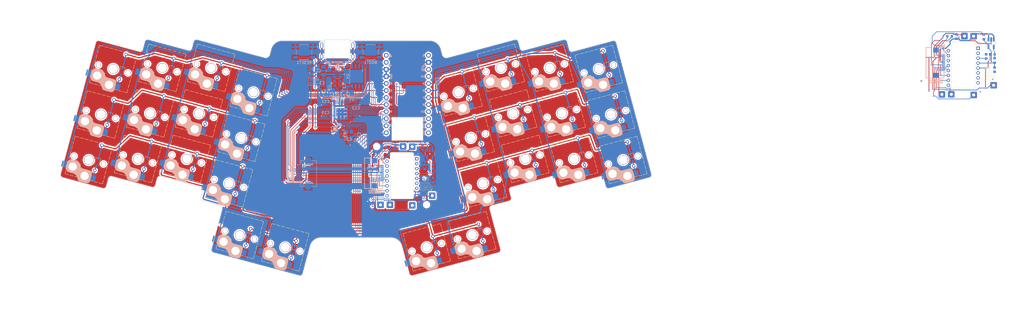
<source format=kicad_pcb>
(kicad_pcb (version 20221018) (generator pcbnew)
  (title_block (title "pcb/cut-slope") (rev "v1.0.0") (company "Unknown"))
  (layers (0 "F.Cu" signal) (31 "B.Cu" signal) (34 "B.Paste" user) (35 "F.Paste" user) (36 "B.SilkS" user "B.Silkscreen") (37 "F.SilkS" user "F.Silkscreen") (38 "B.Mask" user) (39 "F.Mask" user) (44 "Edge.Cuts" user))
  (net 0 "")
  (net 1 "GND")
  (net 2 "+5V")
  (net 3 "XTAL_IN")
  (net 4 "+3V3")
  (net 5 "+1V1")
  (net 6 "VBUS")
  (net 7 "DBUS+")
  (net 8 "DBUS-")
  (net 11 "XTAL_OUT")
  (net 12 "CS")
  (net 13 "~{RESET}")
  (net 14 "SD3")
  (net 15 "QSPI_CLK")
  (net 16 "SD0")
  (net 17 "SD2")
  (net 18 "SD1")
  (net 19 "GNDREF")
  (net 20 "ROW0")
  (net 21 "ROW1")
  (net 22 "ROW2")
  (net 23 "COL7")
  (net 24 "COL6")
  (net 25 "COL5")
  (net 26 "COL0")
  (net 27 "COL1")
  (net 28 "COL2")
  (net 29 "COL4")
  (net 30 "COL3")
  (net 31 "VIK_GPIO1")
  (net 32 "VIK_GPIO2")
  (net 37 "SDA")
  (net 38 "SCL")
  (net 40 "RGB")
  (net 41 "MISO")
  (net 42 "MOSI")
  (net 45 "VDD_5V")
  (net 46 "VDD_2V")
  (net 47 "SCLK")
  (net 48 "NCS")
  (net 49 "/D_+")
  (net 50 "/D_-")
  (net 53 "Net-(U1001-VDDPIX)")
  (net 58 "Net-(U1001-LED_P)")
  (net 60 "/XTAL_O")
  (net 61 "Net-(IC1001-ADJ)")
  (net 62 "/~{USB_BOOT}")
  (net 63 "Net-(D1-Pad2)")
  (net 64 "Net-(D2-Pad2)")
  (net 65 "Net-(D3-Pad2)")
  (net 66 "Net-(D4-Pad2)")
  (net 67 "Net-(D5-Pad2)")
  (net 68 "Net-(D6-Pad2)")
  (net 69 "Net-(D8-Pad2)")
  (net 70 "Net-(D9-Pad2)")
  (net 71 "Net-(D11-Pad2)")
  (net 72 "Net-(D12-Pad2)")
  (net 73 "Net-(D13-Pad2)")
  (net 74 "Net-(D14-Pad2)")
  (net 75 "Net-(D15-Pad2)")
  (net 76 "Net-(D16-Pad2)")
  (net 77 "Net-(D17-Pad2)")
  (net 78 "Net-(D18-Pad2)")
  (net 79 "Net-(D19-Pad2)")
  (net 80 "Net-(D20-Pad2)")
  (net 81 "Net-(D21-Pad2)")
  (net 82 "Net-(D22-Pad2)")
  (net 83 "Net-(D23-Pad2)")
  (net 84 "Net-(D24-Pad2)")
  (net 85 "ROW3")
  (net 86 "Net-(D25-Pad2)")
  (net 87 "Net-(D26-Pad2)")
  (net 88 "Net-(D27-Pad2)")
  (net 89 "Net-(D28-Pad2)")
  (net 90 "/CC1")
  (net 91 "/CC2")
  (footprint "miketronic_fplib:MB_KailhChoc-1U_HS_17mm" (layer "F.Cu") (at 306.943459 80.534976 15)
    (fp_text reference "SW13")
    (fp_text value "SW")
  )
  (footprint "miketronic_fplib:MB_KailhChoc-1U_HS_17mm" (layer "F.Cu") (at 238.647703 119.637653 -15)
    (fp_text reference "SW26")
    (fp_text value "SW")
  )
  (footprint "MountingHole:MountingHole_2.2mm_M2_ISO7380" (layer "F.Cu") (at 493.379758 62.038541 180)
    (fp_text reference "REF**" hide)
    (fp_text value "MountingHole_2.2mm_M2_ISO7380")
  )
  (footprint "miketronic_fplib:MB_KailhChoc-1U_HS_17mm" (layer "F.Cu") (at 326.589853 88.124863 15)
    (fp_text reference "SW22")
    (fp_text value "SW")
  )
  (footprint "" (layer "F.Cu") (at 343.554686 71.025898 30)
    (fp_text reference "")
    (fp_text value "")
  )
  (footprint "miketronic_fplib:MB_KailhChoc-1U_HS_17mm" (layer "F.Cu") (at 172.228829 71.753184 -15)
    (fp_text reference "SW9")
    (fp_text value "SW")
  )
  (footprint "Connector_Wire:SolderWire-0.5sqmm_1x01_D0.9mm_OD2.3mm" (layer "F.Cu") (at 293.0115 98.58 180)
    (fp_text reference "J1001" hide)
    (fp_text value "Conn_01x01_Socket" hide)
  )
  (footprint "miketronic_fplib:MB_KailhChoc-1U_HS_17mm" (layer "F.Cu") (at 335.390006 55.283385 15)
    (fp_text reference "SW7")
    (fp_text value "SW")
  )
  (footprint "" (layer "F.Cu") (at 233.458564 55.175769)
    (fp_text reference "")
    (fp_text value "")
  )
  (footprint "local:fingerpunch-logo-small" (layer "F.Cu") (at 493.188564 54.788269 180)
    (fp_text reference "REF**" hide)
    (fp_text value "fingerpunch-logo-small" hide)
  )
  (footprint "" (layer "F.Cu") (at 225.813564 116.525544)
    (fp_text reference "")
    (fp_text value "")
  )
  (footprint "miketronic_fplib:MB_KailhChoc-1U_HS_17mm" (layer "F.Cu") (at 357.500107 72.115531 15)
    (fp_text reference "SW16")
    (fp_text value "SW")
  )
  (footprint "" (layer "F.Cu") (at 475.389758 41.048541)
    (fp_text reference "")
    (fp_text value "")
  )
  (footprint "" (layer "F.Cu") (at 199.858564 49.135769)
    (fp_text reference "")
    (fp_text value "")
  )
  (footprint "" (layer "F.Cu") (at 365.664686 87.865898 30)
    (fp_text reference "")
    (fp_text value "")
  )
  (footprint "" (layer "F.Cu") (at 311.254686 114.925898 30)
    (fp_text reference "")
    (fp_text value "")
  )
  (footprint "miketronic_fplib:MB_KailhChoc-1U_HS_17mm" (layer "F.Cu") (at 322.189929 71.704124 15)
    (fp_text reference "SW14")
    (fp_text value "SW")
  )
  (footprint "" (layer "F.Cu") (at 306.304686 63.445898 30)
    (fp_text reference "")
    (fp_text value "")
  )
  (footprint "" (layer "F.Cu") (at 310.704686 79.885898 30)
    (fp_text reference "")
    (fp_text value "")
  )
  (footprint "" (layer "F.Cu") (at 173.908564 80.425769)
    (fp_text reference "")
    (fp_text value "")
  )
  (footprint "" (layer "F.Cu") (at 224.678564 87.955769)
    (fp_text reference "")
    (fp_text value "")
  )
  (footprint "" (layer "F.Cu") (at 230.773564 65.045544)
    (fp_text reference "")
    (fp_text value "")
  )
  (footprint "" (layer "F.Cu") (at 171.373564 89.495544)
    (fp_text reference "")
    (fp_text value "")
  )
  (footprint "" (layer "F.Cu") (at 206.713564 89.055544)
    (fp_text reference "")
    (fp_text value "")
  )
  (footprint "Connector_Wire:SolderWire-0.5sqmm_1x01_D0.9mm_OD2.3mm" (layer "F.Cu") (at 277.7815 101.88 180)
    (fp_text reference "J1004" hide)
    (fp_text value "Conn_01x01_Socket" hide)
  )
  (footprint "" (layer "F.Cu") (at 242.203564 120.955544)
    (fp_text reference "")
    (fp_text value "")
  )
  (footprint "miketronic_fplib:MB_KailhChoc-1U_HS_17mm" (layer "F.Cu") (at 353.100184 55.694792 15)
    (fp_text reference "SW8")
    (fp_text value "SW")
  )
  (footprint "0xLib_Connectors:PinHeader_1x12_P2.54mm" (layer "F.Cu") (at 291.678564 75.915768 180)
    (fp_text reference "J4" hide)
    (fp_text value "Conn_01x12")
  )
  (footprint "miketronic_fplib:MB_KailhChoc-1U_HS_17mm" (layer "F.Cu") (at 339.789929 71.704124 15)
    (fp_text reference "SW15")
    (fp_text value "SW")
  )
  (footprint "MountingHole:MountingHole_2.2mm_M2_ISO7380" (layer "F.Cu") (at 272.992694 80.860272 -90)
    (fp_text reference "REF**" hide)
    (fp_text value "MountingHole_2.2mm_M2_ISO7380")
  )
  (footprint "" (layer "F.Cu") (at 175.803564 73.055544)
    (fp_text reference "")
    (fp_text value "")
  )
  (footprint "miketronic_fplib:MB_KailhChoc-1U_HS_17mm" (layer "F.Cu") (at 307.5 115.591802 15)
    (fp_text reference "SW28")
    (fp_text value "SW")
  )
  (footprint "" (layer "F.Cu") (at 229.088564 71.545769)
    (fp_text reference "")
    (fp_text value "")
  )
  (footprint "" (layer "F.Cu") (at 212.678564 67.075769)
    (fp_text reference "")
    (fp_text value "")
  )
  (footprint "Connector_Wire:SolderWire-0.5sqmm_1x01_D0.9mm_OD2.3mm" (layer "F.Cu") (at 285.8015 80.9 180)
    (fp_text reference "J1007" hide)
    (fp_text value "Conn_01x01_Socket" hide)
  )
  (footprint "miketronic_fplib:MB_KailhChoc-1U_HS_17mm" (layer "F.Cu") (at 207.539007 71.341777 -15)
    (fp_text reference "SW11")
    (fp_text value "SW")
  )
  (footprint "miketronic_fplib:MB_KailhChoc-1U_HS_17mm" (layer "F.Cu") (at 211.93893 54.921038 -15)
    (fp_text reference "SW3")
    (fp_text value "SW")
  )
  (footprint "miketronic_fplib:MB_KailhChoc-1U_HS_17mm" (layer "F.Cu") (at 361.900031 88.53627 15)
    (fp_text reference "SW24")
    (fp_text value "SW")
  )
  (footprint "" (layer "F.Cu") (at 178.318564 64.015769)
    (fp_text reference "")
    (fp_text value "")
  )
  (footprint "miketronic_fplib:MB_KailhChoc-1U_HS_17mm" (layer "F.Cu") (at 189.939007 71.341777 -15)
    (fp_text reference "SW10")
    (fp_text value "SW")
  )
  (footprint "miketronic_fplib:MB_KailhChoc-1U_HS_17mm" (layer "F.Cu") (at 185.539084 87.762517 -15)
    (fp_text reference "SW18")
    (fp_text value "SW")
  )
  (footprint "miketronic_fplib:MB_KailhChoc-1U_HS_17mm" (layer "F.Cu") (at 317.790006 55.283385 15)
    (fp_text reference "SW6")
    (fp_text value "SW")
  )
  (footprint "miketronic_fplib:MB_KailhChoc-1U_HS_17mm" (layer "F.Cu") (at 291.081233 120 15)
    (fp_text reference "SW27")
    (fp_text value "SW")
  )
  (footprint "local:fingerpunch-logo-small" (layer "F.Cu") (at 290.7915 94.6 180)
    (fp_text reference "REF**" hide)
    (fp_text value "fingerpunch-logo-small" hide)
  )
  (footprint "" (layer "F.Cu") (at 173.908564 80.425769)
    (fp_text reference "")
    (fp_text value "")
  )
  (footprint "Connector_Wire:SolderWire-0.5sqmm_1x01_D0.9mm_OD2.3mm" (layer "F.Cu") (at 274.3715 101.9 180)
    (fp_text reference "J1002" hide)
    (fp_text value "Conn_01x01_Socket" hide)
  )
  (footprint "miketronic_fplib:MB_KailhChoc-1U_HS_17mm" (layer "F.Cu") (at 167.828906 88.173924 -15)
    (fp_text reference "SW17")
    (fp_text value "SW")
  )
  (footprint "" (layer "F.Cu") (at 189.103564 89.065544)
    (fp_text reference "")
    (fp_text value "")
  )
  (footprint "" (layer "F.Cu") (at 197.923564 56.225544)
    (fp_text reference "")
    (fp_text value "")
  )
  (footprint "" (layer "F.Cu") (at 226.343564 81.465544)
    (fp_text reference "")
    (fp_text value "")
  )
  (footprint "miketronic_fplib:MB_KailhChoc-1U_HS_17mm" (layer "F.Cu") (at 222.228937 115.229456 -15)
    (fp_text reference "SW25")
    (fp_text value "SW")
  )
  (footprint "" (layer "F.Cu") (at 178.318564 64.015769)
    (fp_text reference "")
    (fp_text value "")
  )
  (footprint "miketronic_fplib:MB_KailhChoc-1U_HS_17mm" (layer "F.Cu") (at 218.385554 96.593368 -15)
    (fp_text reference "SW20")
    (fp_text value "SW")
  )
  (footprint "miketronic_fplib:MB_KailhChoc-1U_HS_17mm" (layer "F.Cu") (at 222.785477 80.172629 -15)
    (fp_text reference "SW12")
    (fp_text value "SW")
  )
  (footprint "" (layer "F.Cu") (at 330.334686 87.455898 30)
    (fp_text reference "")
    (fp_text value "")
  )
  (footprint "" (layer "F.Cu") (at 347.944686 87.475898 30)
    (fp_text reference "")
    (fp_text value "")
  )
  (footprint "miketronic_fplib:MB_KailhChoc-1U_HS_17mm" (layer "F.Cu") (at 203.139084 87.762517 -15)
    (fp_text reference "SW19")
    (fp_text value "SW")
  )
  (footprint "" (layer "F.Cu") (at 217.048564 50.705769)
    (fp_text reference "")
    (fp_text value "")
  )
  (footprint "Connector_Wire:SolderWire-0.5sqmm_1x01_D0.9mm_OD2.3mm" (layer "F.Cu") (at 488.198564 41.088269 180)
    (fp_text reference "J1007" hide)
    (fp_text value "Conn_01x01_Socket" hide)
  )
  (footprint "Connector_Wire:SolderWire-0.5sqmm_1x01_D0.9mm_OD2.3mm" (layer "F.Cu") (at 488.238564 62.278269 180)
    (fp_text reference "J1005" hide)
    (fp_text value "Conn_01x01_Socket" hide)
  )
  (footprint "" (layer "F.Cu") (at 221.973564 97.885544)
    (fp_text reference "")
    (fp_text value "")
  )
  (footprint "" (layer "F.Cu") (at 339.148564 54.635769 30)
    (fp_text reference "")
    (fp_text value "")
  )
  (footprint "Connector_Wire:SolderWire-0.5sqmm_1x01_D0.9mm_OD2.3mm" (layer "F.Cu") (at 484.898564 41.038269 180)
    (fp_text reference "J1006" hide)
    (fp_text value "Conn_01x01_Socket" hide)
  )
  (footprint "Connector_Wire:SolderWire-0.5sqmm_1x01_D0.9mm_OD2.3mm" (layer "F.Cu") (at 495.408564 58.768269 180)
    (fp_text reference "J1001" hide)
    (fp_text value "Conn_01x01_Socket" hide)
  )
  (footprint "" (layer "F.Cu") (at 193.523564 72.625544)
    (fp_text reference "")
    (fp_text value "")
  )
  (footprint "Connector_Wire:SolderWire-0.5sqmm_1x01_D0.9mm_OD2.3mm" (layer "F.Cu") (at 480.178564 62.068269 180)
    (fp_text reference "J1004" hide)
    (fp_text value "Conn_01x01_Socket" hide)
  )
  (footprint "miketronic_fplib:MB_KailhChoc-1U_HS_17mm" (layer "F.Cu") (at 194.338931 54.921039 -15)
    (fp_text reference "SW2")
    (fp_text value "SW")
  )
  (footprint "" (layer "F.Cu") (at 272.992694 80.860272)
    (fp_text reference "")
    (fp_text value "")
  )
  (footprint "" (layer "F.Cu") (at 315.104686 96.315898 30)
    (fp_text reference "")
    (fp_text value "")
  )
  (footprint "" (layer "F.Cu") (at 215.513564 56.235544)
    (fp_text reference "")
    (fp_text value "")
  )
  (footprint "" (layer "F.Cu") (at 191.838564 79.035769)
    (fp_text reference "")
    (fp_text value "")
  )
  (footprint "miketronic_fplib:MB_KailhChoc-1U_HS_17mm" (layer "F.Cu") (at 344.189853 88.124863 15)
    (fp_text reference "SW23")
    (fp_text value "SW")
  )
  (footprint "Connector_Wire:SolderWire-0.5sqmm_1x01_D0.9mm_OD2.3mm" (layer "F.Cu") (at 282.5015 80.85 180)
    (fp_text reference "J1006" hide)
    (fp_text value "Conn_01x01_Socket" hide)
  )
  (footprint "MountingHole:MountingHole_2.2mm_M2_ISO7380" (layer "F.Cu") (at 475.389758 41.048541 -90)
    (fp_text reference "REF**" hide)
    (fp_text value "MountingHole_2.2mm_M2_ISO7380")
  )
  (footprint "" (layer "F.Cu") (at 325.944686 71.065898 30)
    (fp_text reference "")
    (fp_text value "")
  )
  (footprint "" (layer "F.Cu") (at 227.528564 110.495769)
    (fp_text reference "")
    (fp_text value "")
  )
  (footprint "" (layer "F.Cu") (at 211.123564 72.655544)
    (fp_text reference "")
    (fp_text value "")
  )
  (footprint "miketronic_fplib:MB_KailhChoc-1U_HS_17mm" (layer "F.Cu") (at 227.185402 63.751891 -15)
    (fp_text reference "SW4")
    (fp_text value "SW")
  )
  (footprint "" (layer "F.Cu") (at 196.248564 62.625769)
    (fp_text reference "")
    (fp_text value "")
  )
  (footprint "" (layer "F.Cu") (at 182.688564 47.645769)
    (fp_text reference "")
    (fp_text value "")
  )
  (footprint "" (layer "F.Cu") (at 180.208564 56.635769)
    (fp_text reference "")
    (fp_text value "")
  )
  (footprint "miketronic_fplib:MB_KailhChoc-1U_HS_17mm" (layer "F.Cu") (at 302.543535 64.114237 15)
    (fp_text reference "SW5")
    (fp_text value "SW")
  )
  (footprint "" (layer "F.Cu") (at 208.268564 83.485769)
    (fp_text reference "")
    (fp_text value "")
  )
  (footprint "0xLib_Connectors:PinHeader_1x12_P2.54mm" (layer "F.Cu") (at 276.438564 47.975769)
    (fp_text reference "J2" hide)
    (fp_text value "Conn_01x12")
  )
  (footprint "" (layer "F.Cu") (at 243.958564 114.895769)
    (fp_text reference "")
    (fp_text value "")
  )
  (footprint "Connector_Wire:SolderWire-0.5sqmm_1x01_D0.9mm_OD2.3mm" (layer "F.Cu") (at 285.8415 102.09 180)
    (fp_text reference "J1005" hide)
    (fp_text value "Conn_01x01_Socket" hide)
  )
  (footprint "" (layer "F.Cu") (at 321.558564 54.665769 30)
    (fp_text reference "")
    (fp_text value "")
  )
  (footprint "MountingHole:MountingHole_2.2mm_M2_ISO7380" (layer "F.Cu") (at 290.982694 101.850272 180)
    (fp_text reference "REF**" hide)
    (fp_text value "MountingHole_2.2mm_M2_ISO7380")
  )
  (footprint "" (layer "F.Cu") (at 361.254686 71.465898 30)
    (fp_text reference "")
    (fp_text value "")
  )
  (footprint "miketronic_fplib:MB_KailhChoc-1U_HS_17mm" (layer "F.Cu") (at 176.628753 55.332446 -15)
    (fp_text reference "SW1")
    (fp_text value "SW")
  )
  (footprint "Connector_Wire:SolderWire-0.5sqmm_1x01_D0.9mm_OD2.3mm" (layer "F.Cu") (at 476.768564 62.088269 180)
    (fp_text reference "J1002" hide)
    (fp_text value "Conn_01x01_Socket" hide)
  )
  (footprint "" (layer "F.Cu") (at 356.864686 55.035898 30)
    (fp_text reference "")
    (fp_text value "")
  )
  (footprint "miketronic_fplib:MB_KailhChoc-1U_HS_17mm" (layer "F.Cu") (at 311.343382 96.955715 15)
    (fp_text reference "SW21")
    (fp_text value "SW")
  )
  (footprint "" (layer "F.Cu") (at 294.824686 119.335898 30)
    (fp_text reference "")
    (fp_text value "")
  )
  (footprint "Package_TO_SOT_SMD:SOT-23-5_HandSoldering" (layer "B.Cu") (at 292.1215 83.42 -90)
    (fp_text reference "IC1001" hide)
    (fp_text value "AP7335-WG-7")
  )
  (footprint "Diode_SMD:D_SOD-323" (layer "B.Cu") (at 243.080324 118.071996 -105)
    (fp_text reference "D26")
    (fp_text value "D")
  )
  (footprint "Resistor_SMD:R_0603_1608Metric" (layer "B.Cu") (at 259.809887 58.12756 -90)
    (fp_text reference "R6")
    (fp_text value "27R")
  )
  (footprint "Diode_SMD:D_SOD-323" (layer "B.Cu") (at 194.370324 69.771996 -105)
    (fp_text reference "D10")
    (fp_text value "D")
  )
  (footprint "Capacitor_SMD:C_0402_1005Metric" (layer "B.Cu") (at 263.009895 79.377576 180)
    (fp_text reference "C2")
    (fp_text value "22pF")
  )
  (footprint "Button_Switch_SMD:SW_SPST_TL3342" (layer "B.Cu") (at 270.809905 46.82759)
    (fp_text reference "BOOT1")
    (fp_text value "B")
  )
  (footprint "Button_Switch_SMD:SW_SPST_TL3342" (layer "B.Cu") (at 246.80992 46.827588)
    (fp_text reference "RESET1")
    (fp_text value "R")
  )
  (footprint "local:DIP-16_W10.16mm" (layer "B.Cu") (at 488.718564 43.93254 180)
    (fp_text reference "U1001" hide)
    (fp_text value "PMW3360DM-T2QU")
  )
  (footprint "local:C_0603_1608Metric" (layer "B.Cu") (at 492.728564 48.388269 90)
    (fp_text reference "C1001" hide)
    (fp_text value "4.7uF")
  )
  (footprint "local:C_0603_1608Metric" (layer "B.Cu") (at 279.6115 81.02 90)
    (fp_text reference "C1002" hide)
    (fp_text value "1uF")
  )
  (footprint "Diode_SMD:D_SOD-323" (layer "B.Cu") (at 211.980324 69.771996 -105)
    (fp_text reference "D11")
    (fp_text value "D")
  )
  (footprint "Diode_SMD:D_SOD-323" (layer "B.Cu") (at 356.150985 52.126648 -75)
    (fp_text reference "D8")
    (fp_text value "D")
  )
  (footprint "vik:vik-module-connector-horizontal" (layer "B.Cu") (at 272.9205 90.47 90)
    (fp_text reference "J1003" hide)
    (fp_text value "~" hide)
  )
  (footprint "" (layer "B.Cu") (at 312.634993 86.726438 180)
    (fp_text reference "")
    (fp_text value "")
  )
  (footprint "" (layer "B.Cu") (at 324.624993 65.796438 180)
    (fp_text reference "")
    (fp_text value "")
  )
  (footprint "Resistor_SMD:R_0402_1005Metric" (layer "B.Cu") (at 260.309888 51.827565 -90)
    (fp_text reference "R2")
    (fp_text value "5.1k")
  )
  (footprint "" (layer "B.Cu") (at 337.203564 47.040769 180)
    (fp_text reference "")
    (fp_text value "")
  )
  (footprint "Resistor_SMD:R_0402_1005Metric" (layer "B.Cu") (at 249.349221 53.342006 180)
    (fp_text reference "R_Shield1" hide)
    (fp_text value "1M")
  )
  (footprint "local:C_0603_1608Metric" (layer "B.Cu") (at 290.3315 88.2 90)
    (fp_text reference "C1001" hide)
    (fp_text value "4.7uF")
  )
  (footprint "Diode_SMD:D_SOD-323" (layer "B.Cu") (at 226.660324 113.661996 -105)
    (fp_text reference "D25")
    (fp_text value "D")
  )
  (footprint "" (layer "B.Cu") (at 354.592084 46.333764 180)
    (fp_text reference "")
    (fp_text value "")
  )
  (footprint "local:R_0603_1608Metric" (layer "B.Cu") (at 293.3715 89.66 -90)
    (fp_text reference "R1003" hide)
    (fp_text value "15k")
  )
  (footprint "Diode_SMD:D_SOD-323" (layer "B.Cu") (at 310.000985 76.966648 -75)
    (fp_text reference "D13")
    (fp_text value "D")
  )
  (footprint "" (layer "B.Cu") (at 329.044993 82.256438 180)
    (fp_text reference "")
    (fp_text value "")
  )
  (footprint "Diode_SMD:D_SOD-323" (layer "B.Cu") (at 227.209875 78.601996 -105)
    (fp_text reference "D12")
    (fp_text value "D")
  )
  (footprint "Capacitor_SMD:C_0402_1005Metric" (layer "B.Cu") (at 254.509897 69.827578 180)
    (fp_text reference "C15")
    (fp_text value "100nF")
  )
  (footprint "Capacitor_SMD:C_0402_1005Metric" (layer "B.Cu") (at 262.409909 59.627564 -90)
    (fp_text reference "C17")
    (fp_text value "100nF")
  )
  (footprint "local:R_0603_1608Metric" (layer "B.Cu") (at 495.768564 49.848269 -90)
    (fp_text reference "R1003" hide)
    (fp_text value "15k")
  )
  (footprint "vik:vik-module-connector-horizontal" (layer "B.Cu") (at 475.317564 50.658269 90)
    (fp_text reference "J1003" hide)
    (fp_text value "~" hide)
  )
  (footprint "miketronic_fplib:MB_RP2040-QFN-56" (layer "B.Cu") (at 260.009896 68.627591 180)
    (fp_text reference "U1")
    (fp_text value "RP2040")
  )
  (footprint "Package_TO_SOT_SMD:SOT-23-5_HandSoldering" (layer "B.Cu") (at 494.518564 43.608269 -90)
    (fp_text reference "IC1001" hide)
    (fp_text value "AP7335-WG-7")
  )
  (footprint "" (layer "B.Cu") (at 345.474993 77.806438 180)
    (fp_text reference "")
    (fp_text value "")
  )
  (footprint "local:R_0603_1608Metric" (layer "B.Cu") (at 292.5715 87.44 180)
    (fp_text reference "R1004" hide)
    (fp_text value "10k")
  )
  (footprint "Diode_SMD:D_SOD-323" (layer "B.Cu") (at 314.390985 93.386648 -75)
    (fp_text reference "D21")
    (fp_text value "D")
  )
  (footprint "Diode_SMD:D_SOD-323" (layer "B.Cu") (at 347.240985 84.556648 -75)
    (fp_text reference "D23")
    (fp_text value "D")
  )
  (footprint "Capacitor_SMD:C_0402_1005Metric" (layer "B.Cu") (at 265.509925 65.827579)
    (fp_text reference "C12")
    (fp_text value "100nF")
  )
  (footprint "Capacitor_SMD:C_0402_1005Metric" (layer "B.Cu") (at 260.159904 61.627584)
    (fp_text reference "C14")
    (fp_text value "100nF")
  )
  (footprint "" (layer "B.Cu") (at 308.214993 70.266438 180)
    (fp_text reference "")
    (fp_text value "")
  )
  (footprint "Diode_SMD:D_SOD-323" (layer "B.Cu") (at 360.550985 68.546648 -75)
    (fp_text reference "D16")
    (fp_text value "D")
  )
  (footprint "capsule4:SOT-23-6-routable" (layer "B.Cu") (at 258.818564 54.810769 180)
    (fp_text reference "U2")
    (fp_text value "SRV05-4")
  )
  (footprint "Capacitor_SMD:C_0402_1005Metric" (layer "B.Cu") (at 260.159891 62.627561)
    (fp_text reference "C13")
    (fp_text value "100nF")
  )
  (footprint "" (layer "B.Cu") (at 363.404993 79.196438 180)
    (fp_text reference "")
    (fp_text value "")
  )
  (footprint "Capacitor_SMD:C_0402_1005Metric" (layer "B.Cu") (at 255.759895 62.627588 90)
    (fp_text reference "C10")
    (fp_text value "100nF")
  )
  (footprint "" (layer "B.Cu") (at 309.692084 108.863764 180)
    (fp_text reference "")
    (fp_text value "")
  )
  (footprint "Resistor_SMD:R_0603_1608Metric" (layer "B.Cu") (at 257.809893 58.127584 -90)
    (fp_text reference "R7")
    (fp_text value "27R")
  )
  (footprint "Capacitor_SMD:C_0402_1005Metric" (layer "B.Cu") (at 265.509919 69.827585)
    (fp_text reference "C16" hide)
    (fp_text value "100nF")
  )
  (footprint "Diode_SMD:D_SOD-323" (layer "B.Cu") (at 231.610324 62.181996 -105)
    (fp_text reference "D4")
    (fp_text value "D")
  )
  (footprint "Resistor_SMD:R_0402_1005Metric" (layer "B.Cu") (at 257.259904 74.377576 90)
    (fp_text reference "R5")
    (fp_text value "10k")
  )
  (footprint "Diode_SMD:D_SOD-323" (layer "B.Cu") (at 181.060324 53.761996 -105)
    (fp_text reference "D1")
    (fp_text value "D")
  )
  (footprint "Resistor_SMD:R_0402_1005Metric" (layer "B.Cu") (at 260.509904 76.627579 90)
    (fp_text reference "R3")
    (fp_text value "1k")
  )
  (footprint "Diode_SMD:D_SOD-323" (layer "B.Cu") (at 189.968564 86.195769 -105)
    (fp_text reference "D18")
    (fp_text value "D")
  )
  (footprint "miketronic_fplib:MB_Molex-216990_USB_TYPE-C" (layer "B.Cu") (at 258.809899 42.327573)
    (fp_text reference "J1")
    (fp_text value "USB_C")
    (fp_line (start -4.62 0) (end -4.62 6.7) (stroke (width 0.12)) (layer "Edge.Cuts"))
    (fp_line (start -4.62 0) (end 4.62 0) (stroke (width 0.12)) (layer "Edge.Cuts"))
    (fp_line (start -4.02 6.7) (end 4.02 6.7) (stroke (width 0.12)) (layer "Edge.Cuts"))
    (fp_line (start 4.62 6.7) (end 4.62 0) (stroke (width 0.12)) (layer "Edge.Cuts"))
    (fp_arc (start -4.02 6.7) (mid -4.32 7) (end -4.62 6.7) (stroke (width 0.12)) (layer "Edge.Cuts"))
    (fp_arc (start 4.62 6.7) (mid 4.32 7) (end 4.02 6.7) (stroke (width 0.12)) (layer "Edge.Cuts"))
  )
  (footprint "local:R_0603_1608Metric" (layer "B.Cu") (at 494.968564 47.628269 180)
    (fp_text reference "R1004" hide)
    (fp_text value "10k")
  )
  (footprint "Capacitor_SMD:C_0402_1005Metric" (layer "B.Cu") (at 259.259903 74.377562 -90)
    (fp_text reference "C8")
    (fp_text value "100nF")
  )
  (footprint "Capacitor_SMD:C_0402_1005Metric" (layer "B.Cu") (at 257.759914 62.627572 90)
    (fp_text reference "C5")
    (fp_text value "1uF")
  )
  (footprint "Diode_SMD:D_SOD-323" (layer "B.Cu") (at 342.840985 68.126648 -75)
    (fp_text reference "D15")
    (fp_text value "D")
  )
  (footprint "Diode_SMD:D_SOD-323" (layer "B.Cu") (at 310.550985 112.016648 -75)
    (fp_text reference "D28")
    (fp_text value "D")
  )
  (footprint "local:C_0603_1608Metric" (layer "B.Cu") (at 495.758564 53.143269 -90)
    (fp_text reference "C1005" hide)
    (fp_text value "1uF")
  )
  (footprint "local:fingerpunch-logo-small" (layer "B.Cu") (at 493.188564 54.818269)
    (fp_text reference "REF**" hide)
    (fp_text value "fingerpunch-logo-small" hide)
  )
  (footprint "Diode_SMD:D_SOD-323" (layer "B.Cu") (at 320.840985 51.716648 -75)
    (fp_text reference "D6")
    (fp_text value "D")
  )
  (footprint "local:fingerpunch-logo-small" (layer "B.Cu") (at 290.7915 94.63)
    (fp_text reference "REF**" hide)
    (fp_text value "fingerpunch-logo-small" hide)
  )
  (footprint "Fuse:Fuse_1206_3216Metric" (layer "B.Cu") (at 253.809901 53.577568 -90)
    (fp_text reference "F1")
    (fp_text value "500mA")
  )
  (footprint "Capacitor_SMD:C_0402_1005Metric" (layer "B.Cu") (at 249.349221 52.330368)
    (fp_text reference "C_Shield1" hide)
    (fp_text value "4.7n")
  )
  (footprint "Diode_SMD:D_SOD-323" (layer "B.Cu") (at 176.650324 70.191996 -105)
    (fp_text reference "D9")
    (fp_text value "D")
  )
  (footprint "" (layer "B.Cu") (at 303.822084 53.863764 180)
    (fp_text reference "")
    (fp_text value "")
  )
  (footprint "local:R_0603_1608Metric" (layer "B.Cu") (at 479.548564 41.108269 180)
    (fp_text reference "R1001" hide)
    (fp_text value "10k")
  )
  (footprint "" (layer "B.Cu") (at 354.592084 46.333764 180)
    (fp_text reference "")
    (fp_text value "")
  )
  (footprint "Capacitor_SMD:C_0402_1005Metric" (layer "B.Cu") (at 265.509893 76.627583 90)
    (fp_text reference "C2")
    (fp_text value "22pF")
  )
  (footprint "Diode_SMD:D_SOD-323" (layer "B.Cu") (at 338.440985 51.706648 -75)
    (fp_text reference "D7")
    (fp_text value "D")
  )
  (footprint "Diode_SMD:D_SOD-323" (layer "B.Cu") (at 172.258564 86.605769 -105)
    (fp_text reference "D17")
    (fp_text value "D")
  )
  (footprint "Diode_SMD:D_SOD-323" (layer "B.Cu") (at 329.640985 84.546648 -75)
    (fp_text reference "D22")
    (fp_text value "D")
  )
  (footprint "local:R_0603_1608Metric" (layer "B.Cu") (at 277.1515 80.92 180)
    (fp_text reference "R1001" hide)
    (fp_text value "10k")
  )
  (footprint "Diode_SMD:D_SOD-323" (layer "B.Cu") (at 364.960985 84.966648 -75)
    (fp_text reference "D24")
    (fp_text value "D")
  )
  (footprint "" (layer "B.Cu") (at 293.262084 113.263764 180)
    (fp_text reference "")
    (fp_text value "")
  )
  (footprint "Resistor_SMD:R_0402_1005Metric" (layer "B.Cu") (at 257.309905 51.827582 -90)
    (fp_text reference "R1")
    (fp_text value "5.1k")
  )
  (footprint "miketronic_fplib1:VIK_Keyboard_Horizontal" (layer "B.Cu") (at 246.82 90.635769 -90)
    (fp_text reference "J3")
    (fp_text value "VIK Keyboard Expansion" hide)
  )
  (footprint "Capacitor_SMD:C_0402_1005Metric" (layer "B.Cu") (at 256.759894 62.627575 90)
    (fp_text reference "C9")
    (fp_text value "100nF")
  )
  (footprint "Diode_SMD:D_SOD-323" (layer "B.Cu") (at 325.250985 68.136648 -75)
    (fp_text reference "D14")
    (fp_text value "D")
  )
  (footprint "Diode_SMD:D_SOD-323" (layer "B.Cu") (at 305.600985 60.536648 -75)
    (fp_text reference "D5")
    (fp_text value "D")
  )
  (footprint "local:R_0603_1608Metric" (layer "B.Cu") (at 289.4915 81.16 90)
    (fp_text reference "R1002" hide)
    (fp_text value "39")
  )
  (footprint "Diode_SMD:D_SOD-323" (layer "B.Cu") (at 222.820324 95.021996 -105)
    (fp_text reference "D20")
    (fp_text value "D")
  )
  (footprint "Capacitor_SMD:C_0402_1005Metric" (layer "B.Cu") (at 258.259906 74.377568 -90)
    (fp_text reference "C7")
    (fp_text value "100nF")
  )
  (footprint "Package_SO:SOIC-8_5.23x5.23mm_P1.27mm" (layer "B.Cu") (at 266.053564 55.560769 -90)
    (fp_text reference "U4")
    (fp_text value "W25Q128JVS")
  )
  (footprint "local:C_0603_1608Metric" (layer "B.Cu") (at 293.3615 92.955 -90)
    (fp_text reference "C1005" hide)
    (fp_text value "1uF")
  )
  (footprint "Crystal:Crystal_SMD_3225-4Pin_3.2x2.5mm" (layer "B.Cu") (at 263.009895 76.627595 90)
    (fp_text reference "Y1")
    (fp_text value "12MHz")
  )
  (footprint "" (layer "B.Cu") (at 341.054993 61.346438 180)
    (fp_text reference "")
    (fp_text value "")
  )
  (footprint "local:R_0603_1608Metric" (layer "B.Cu") (at 491.888564 41.348269 90)
    (fp_text reference "R1002" hide)
    (fp_text value "39")
  )
  (footprint "Package_TO_SOT_SMD:SOT-23" (layer "B.Cu") (at 253.798564 59.583269 90)
    (fp_text reference "U3")
    (fp_text value "XC6206")
  )
  (footprint "Capacitor_SMD:C_0402_1005Metric" (layer "B.Cu") (at 253.309899 56.827555)
    (fp_text reference "C3")
    (fp_text value "1uF")
  )
  (footprint "Capacitor_SMD:C_0402_1005Metric" (layer "B.Cu") (at 254.509911 65.827596 180)
    (fp_text reference "C11")
    (fp_text value "100nF")
  )
  (footprint "Capacitor_SMD:C_0402_1005Metric" (layer "B.Cu") (at 253.809893 62.177549 180)
    (fp_text reference "C4")
    (fp_text value "1uF")
  )
  (footprint "Diode_SMD:D_SOD-323" (layer "B.Cu") (at 207.570324 86.191996 -105)
    (fp_text reference "D19")
    (fp_text value "D")
  )
  (footprint "Diode_SMD:D_SOD-323" (layer "B.Cu") (at 198.770324 53.351547 -105)
    (fp_text reference "D2")
    (fp_text value "D")
  )
  (footprint "Diode_SMD:D_SOD-323" (layer "B.Cu") (at 294.130985 116.426648 -75)
    (fp_text reference "D27")
    (fp_text value "D")
  )
  (footprint "" (layer "B.Cu") (at 358.984993 62.736438 180)
    (fp_text reference "")
    (fp_text value "")
  )
  (footprint "" (layer "B.Cu") (at 320.232084 49.393764 180)
    (fp_text reference "")
    (fp_text value "")
  )
  (footprint "local:DIP-16_W10.16mm" (layer "B.Cu") (at 286.3215 83.744271 180)
    (fp_text reference "U1001" hide)
    (fp_text value "PMW3360DM-T2QU")
  )
  (footprint "local:C_0603_1608Metric" (layer "B.Cu") (at 482.008564 41.208269 90)
    (fp_text reference "C1002" hide)
    (fp_text value "1uF")
  )
  (footprint "Resistor_SMD:R_0402_1005Metric" (layer "B.Cu") (at 262.409893 51.627588 -90)
    (fp_text reference "R4")
    (fp_text value "1k")
  )
  (footprint "Diode_SMD:D_SOD-323" (layer "B.Cu") (at 216.370324 53.351996 -105)
    (fp_text reference "D3")
    (fp_text value "D")
  )
  (footprint "Jumper:SolderJumper-2_P1.3mm_Open_Pad1.0x1.5mm" (layer "B.Cu") (at 249.248564 57.375769 90)
    (fp_text reference "JP1")
    (fp_text value "5V_EN")
  )
  (footprint "Capacitor_SMD:C_0402_1005Metric" (layer "B.Cu") (at 261.659899 62.127597 90)
    (fp_text reference "C6")
    (fp_text value "100nF")
  )
  (gr_arc (start 254.789899 49.027573) (mid 254.489899 49.327573) (end 254.189899 49.027573) (stroke (width 0.15)) (layer "Edge.Cuts"))
  (gr_arc (start 207.033958 43.055875) (mid 207.501736 42.446236) (end 208.263564 42.345769) (stroke (width 0.15)) (layer "Edge.Cuts"))
  (gr_arc (start 176.253564 92.315769) (mid 176.721342 91.70613) (end 177.48317 91.605663) (stroke (width 0.15)) (layer "Edge.Cuts"))
  (gr_arc (start 175.483564 95.190769) (mid 175.015786 95.800408) (end 174.253958 95.900875) (stroke (width 0.15)) (layer "Edge.Cuts"))
  (gr_line (start 159.048097 90.788941) (end 171.720786 43.470408) (stroke (width 0.15)) (layer "Edge.Cuts"))
  (gr_line (start 277.818694 99.24427) (end 277.818694 83.49427) (stroke (width 0.1)) (layer "Edge.Cuts"))
  (gr_line (start 298.482131 48.88568) (end 322.807754 42.361564) (stroke (width 0.15)) (layer "Edge.Cuts"))
  (gr_arc (start 358.120926 42.776097) (mid 358.882754 42.876563) (end 359.350532 43.486203) (stroke (width 0.15)) (layer "Edge.Cuts"))
  (gr_arc (start 313.732648 103.37617) (mid 313.833114 102.614341) (end 314.442754 102.146564) (stroke (width 0.15)) (layer "Edge.Cuts"))
  (gr_arc (start 216.628564 102.130769) (mid 217.238203 102.598547) (end 217.33867 103.360375) (stroke (width 0.15)) (layer "Edge.Cuts"))
  (gr_line (start 488.715758 43.682539) (end 488.715758 59.432539) (stroke (width 0.1)) (layer "Edge.Cuts"))
  (gr_line (start 353.588148 91.621458) (end 339.114582 95.497031) (stroke (width 0.15)) (layer "Edge.Cuts"))
  (gr_arc (start 480.215758 43.682539) (mid 480.362218 43.328999) (end 480.715758 43.182539) (stroke (width 0.1)) (layer "Edge.Cuts"))
  (gr_arc (start 353.588148 91.621458) (mid 354.349988 91.72191) (end 354.817754 92.331564) (stroke (width 0.15)) (layer "Edge.Cuts"))
  (gr_arc (start 209.568458 95.482991) (mid 210.178097 95.950769) (end 210.278564 96.712597) (stroke (width 0.15)) (layer "Edge.Cuts"))
  (gr_line (start 213.458458 117.846163) (end 217.33867 103.360375) (stroke (width 0.15)) (layer "Edge.Cuts"))
  (gr_line (start 254.178564 42.730769) (end 254.189899 49.027573) (stroke (width 0.15)) (layer "Edge.Cuts"))
  (gr_arc (start 321.46286 99.221958) (mid 321.362394 99.983787) (end 320.752754 100.451564) (stroke (width 0.15)) (layer "Edge.Cuts"))
  (gr_line (start 216.628564 102.130769) (end 210.318564 100.435769) (stroke (width 0.15)) (layer "Edge.Cuts"))
  (gr_line (start 234.946518 45.947038) (end 234.453564 47.790769) (stroke (width 0.15)) (layer "Edge.Cuts"))
  (gr_line (start 188.671342 45.93613) (end 189.440786 43.055408) (stroke (width 0.15)) (layer "Edge.Cuts"))
  (gr_arc (start 320.792754 96.728392) (mid 320.893207 95.966556) (end 321.50286 95.498786) (stroke (width 0.15)) (layer "Edge.Cuts"))
  (gr_arc (start 206.37317 45.525663) (mid 205.905392 46.135302) (end 205.143564 46.235769) (stroke (width 0.15)) (layer "Edge.Cuts"))
  (gr_arc (start 317.61286 117.861958) (mid 317.512394 118.623787) (end 316.902754 119.091564) (stroke (width 0.15)) (layer "Edge.Cuts"))
  (gr_line (start 359.350532 43.486203) (end 372.023221 90.804736) (stroke (width 0.15)) (layer "Edge.Cuts"))
  (gr_line (start 284.778566 126.65577) (end 282.173564 116.910769) (stroke (width 0.15)) (layer "Edge.Cuts"))
  (gr_arc (start 188.671342 45.93613) (mid 188.203564 46.545769) (end 187.441736 46.646236) (stroke (width 0.15)) (layer "Edge.Cuts"))
  (gr_arc (start 263.429899 49.027573) (mid 263.129899 49.327573) (end 262.829899 49.027573) (stroke (width 0.15)) (layer "Edge.Cuts"))
  (gr_line (start 238.993564 42.725769) (end 254.178564 42.730769) (stroke (width 0.15)) (layer "Edge.Cuts"))
  (gr_line (start 191.956736 95.481236) (end 177.48317 91.605663) (stroke (width 0.15)) (layer "Edge.Cuts"))
  (gr_line (start 296.636227 47.820923) (end 296.13561 45.947038) (stroke (width 0.15)) (layer "Edge.Cuts"))
  (gr_arc (start 488.715758 59.432539) (mid 488.569325 59.786106) (end 488.215758 59.932539) (stroke (width 0.1)) (layer "Edge.Cuts"))
  (gr_arc (start 246.291342 126.65113) (mid 245.823564 127.260768) (end 245.061736 127.361236) (stroke (width 0.15)) (layer "Edge.Cuts"))
  (gr_line (start 263.429899 49.027573) (end 263.433564 42.745769) (stroke (width 0.15)) (layer "Edge.Cuts"))
  (gr_arc (start 340.400926 42.361097) (mid 341.162754 42.461563) (end 341.630532 43.071203) (stroke (width 0.15)) (layer "Edge.Cuts"))
  (gr_line (start 175.483564 95.190769) (end 176.253564 92.315769) (stroke (width 0.15)) (layer "Edge.Cuts"))
  (gr_arc (start 285.818694 82.99427) (mid 286.172262 83.140713) (end 286.318694 83.49427) (stroke (width 0.1)) (layer "Edge.Cuts"))
  (gr_line (start 371.313115 92.034342) (end 356.81736 95.91667) (stroke (width 0.15)) (layer "Edge.Cuts"))
  (gr_arc (start 286.318694 99.24427) (mid 286.172258 99.597841) (end 285.818694 99.74427) (stroke (width 0.1)) (layer "Edge.Cuts"))
  (gr_arc (start 214.168564 119.075769) (mid 213.558925 118.607991) (end 213.458458 117.846163) (stroke (width 0.15)) (layer "Edge.Cuts"))
  (gr_arc (start 488.215758 43.182539) (mid 488.56932 43.328977) (end 488.715758 43.682539) (stroke (width 0.1)) (layer "Edge.Cuts"))
  (gr_arc (start 234.453564 47.790769) (mid 233.751227 48.705615) (end 232.60766 48.855526) (stroke (width 0.15)) (layer "Edge.Cuts"))
  (gr_line (start 285.818694 99.74427) (end 278.318694 99.74427) (stroke (width 0.1)) (layer "Edge.Cuts"))
  (gr_arc (start 189.440786 43.055408) (mid 189.908564 42.445769) (end 190.670392 42.345302) (stroke (width 0.15)) (layer "Edge.Cuts"))
  (gr_arc (start 322.807754 42.361564) (mid 323.56958 42.462035) (end 324.03736 43.07167) (stroke (width 0.15)) (layer "Edge.Cuts"))
  (gr_arc (start 343.629582 46.662031) (mid 342.867758 46.561561) (end 342.399976 45.951925) (stroke (width 0.15)) (layer "Edge.Cuts"))
  (gr_rect (start 278.434814 70.360769) (end 289.684814 78.670769) (stroke (width 0.15)) (fill none) (layer "Edge.Cuts"))
  (gr_line (start 205.143564 46.235769) (end 190.670392 42.345302) (stroke (width 0.15)) (layer "Edge.Cuts"))
  (gr_arc (start 278.126518 113.6895) (mid 280.712787 114.593128) (end 282.173564 116.910769) (stroke (width 0.15)) (layer "Edge.Cuts"))
  (gr_arc (start 292.088564 42.725769) (mid 294.674834 43.629395) (end 296.13561 45.947038) (stroke (width 0.15)) (layer "Edge.Cuts"))
  (gr_line (start 193.186342 94.77113) (end 193.843564 92.310769) (stroke (width 0.15)) (layer "Edge.Cuts"))
  (gr_line (start 324.03736 43.07167) (end 324.698148 45.541458) (stroke (width 0.15)) (layer "Edge.Cuts"))
  (gr_line (start 340.400926 42.361097) (end 325.927754 46.251564) (stroke (width 0.15)) (layer "Edge.Cuts"))
  (gr_arc (start 193.843958 92.305875) (mid 194.311736 91.696236) (end 195.073564 91.595769) (stroke (width 0.15)) (layer "Edge.Cuts"))
  (gr_line (start 174.253958 95.900875) (end 159.758203 92.018547) (stroke (width 0.15)) (layer "Edge.Cuts"))
  (gr_arc (start 298.482131 48.88568) (mid 297.338564 48.735769) (end 296.636227 47.820923) (stroke (width 0.15)) (layer "Edge.Cuts"))
  (gr_line (start 246.291342 126.65113) (end 248.908564 116.900769) (stroke (width 0.15)) (layer "Edge.Cuts"))
  (gr_line (start 488.215758 43.182539) (end 480.715758 43.182539) (stroke (width 0.1)) (layer "Edge.Cuts"))
  (gr_arc (start 325.927754 46.251564) (mid 325.165928 46.151093) (end 324.698148 45.541458) (stroke (width 0.15)) (layer "Edge.Cuts"))
  (gr_arc (start 171.720786 43.470408) (mid 172.188564 42.860769) (end 172.950392 42.760302) (stroke (width 0.15)) (layer "Edge.Cuts"))
  (gr_line (start 313.732648 103.37617) (end 317.61286 117.861958) (stroke (width 0.15)) (layer "Edge.Cuts"))
  (gr_line (start 341.630532 43.071203) (end 342.399976 45.951925) (stroke (width 0.15)) (layer "Edge.Cuts"))
  (gr_line (start 285.818694 82.99427) (end 278.318694 82.99427) (stroke (width 0.1)) (layer "Edge.Cuts"))
  (gr_arc (start 480.715758 59.932539) (mid 480.362214 59.786083) (end 480.215758 59.432539) (stroke (width 0.1)) (layer "Edge.Cuts"))
  (gr_arc (start 335.997754 91.611564) (mid 336.75958 91.712035) (end 337.22736 92.32167) (stroke (width 0.15)) (layer "Edge.Cuts"))
  (gr_arc (start 159.758203 92.018547) (mid 159.148564 91.550769) (end 159.048097 90.788941) (stroke (width 0.15)) (layer "Edge.Cuts"))
  (gr_line (start 254.789899 49.027573) (end 262.829899 49.027573) (stroke (width 0.15)) (layer "Edge.Cuts"))
  (gr_line (start 337.227754 92.326564) (end 337.884976 94.786925) (stroke (width 0.15)) (layer "Edge.Cuts"))
  (gr_arc (start 339.114582 95.497031) (mid 338.352753 95.396566) (end 337.884976 94.786925) (stroke (width 0.15)) (layer "Edge.Cuts"))
  (gr_arc (start 248.908564 116.900769) (mid 250.369341 114.583128) (end 252.95561 113.6795) (stroke (width 0.15)) (layer "Edge.Cuts"))
  (gr_arc (start 286.008172 127.365876) (mid 285.246342 127.265411) (end 284.778566 126.65577) (stroke (width 0.15)) (layer "Edge.Cuts"))
  (gr_line (start 480.215758 59.432539) (end 480.215758 43.682539) (stroke (width 0.1)) (layer "Edge.Cuts"))
  (gr_line (start 263.433564 42.745769) (end 292.088564 42.725769) (stroke (width 0.15)) (layer "Edge.Cuts"))
  (gr_line (start 209.568458 95.482991) (end 195.073564 91.595769) (stroke (width 0.15)) (layer "Edge.Cuts"))
  (gr_arc (start 234.946518 45.947038) (mid 236.407295 43.629397) (end 238.993564 42.725769) (stroke (width 0.15)) (layer "Edge.Cuts"))
  (gr_arc (start 356.81736 95.91667) (mid 356.055542 95.816189) (end 355.587754 95.206564) (stroke (width 0.15)) (layer "Edge.Cuts"))
  (gr_arc (start 372.023221 90.804736) (mid 371.922749 91.566564) (end 371.313115 92.034342) (stroke (width 0.15)) (layer "Edge.Cuts"))
  (gr_arc (start 210.318564 100.435769) (mid 209.708925 99.967991) (end 209.608458 99.206163) (stroke (width 0.15)) (layer "Edge.Cuts"))
  (gr_line (start 208.263564 42.345769) (end 232.60766 48.855526) (stroke (width 0.15)) (layer "Edge.Cuts"))
  (gr_line (start 320.792754 96.728392) (end 321.46286 99.221958) (stroke (width 0.15)) (layer "Edge.Cuts"))
  (gr_line (start 316.902754 119.091564) (end 286.008172 127.365876) (stroke (width 0.15)) (layer "Edge.Cuts"))
  (gr_line (start 286.318694 83.49427) (end 286.318694 99.24427) (stroke (width 0.1)) (layer "Edge.Cuts"))
  (gr_line (start 206.37317 45.525663) (end 207.033958 43.055875) (stroke (width 0.15)) (layer "Edge.Cuts"))
  (gr_line (start 172.950392 42.760302) (end 187.441736 46.646236) (stroke (width 0.15)) (layer "Edge.Cuts"))
  (gr_line (start 245.061736 127.361236) (end 214.168564 119.075769) (stroke (width 0.15)) (layer "Edge.Cuts"))
  (gr_line (start 488.215758 59.932539) (end 480.715758 59.932539) (stroke (width 0.1)) (layer "Edge.Cuts"))
  (gr_arc (start 193.186342 94.77113) (mid 192.718564 95.380769) (end 191.956736 95.481236) (stroke (width 0.15)) (layer "Edge.Cuts"))
  (gr_line (start 335.997754 91.611564) (end 321.50286 95.498786) (stroke (width 0.15)) (layer "Edge.Cuts"))
  (gr_line (start 209.608458 99.206163) (end 210.278564 96.712597) (stroke (width 0.15)) (layer "Edge.Cuts"))
  (gr_line (start 278.126518 113.6895) (end 252.95561 113.6795) (stroke (width 0.15)) (layer "Edge.Cuts"))
  (gr_arc (start 278.318694 99.74427) (mid 277.965155 99.597819) (end 277.818694 99.24427) (stroke (width 0.1)) (layer "Edge.Cuts"))
  (gr_line (start 343.629582 46.662031) (end 358.120926 42.776097) (stroke (width 0.15)) (layer "Edge.Cuts"))
  (gr_arc (start 277.818694 83.49427) (mid 277.965151 83.140734) (end 278.318694 82.99427) (stroke (width 0.1)) (layer "Edge.Cuts"))
  (gr_line (start 354.817754 92.331564) (end 355.587754 95.206564) (stroke (width 0.15)) (layer "Edge.Cuts"))
  (gr_line (start 320.752754 100.451564) (end 314.442754 102.146564) (stroke (width 0.15)) (layer "Edge.Cuts"))
  (segment (start 474.028564 48.754038) (end 474.028564 44.698269) (width 0.25) (layer "F.Cu") (net 1))
  (segment (start 488.868564 42.718269) (end 489.788564 43.638269) (width 0.25) (layer "F.Cu") (net 1))
  (segment (start 474.028564 44.698269) (end 475.058564 43.668269) (width 0.25) (layer "F.Cu") (net 1))
  (segment (start 472.105628 48.794038) (end 472.145628 48.754038) (width 0.25) (layer "F.Cu") (net 1))
  (segment (start 254.806998 49.841534) (end 254.805541 49.840106) (width 0.6) (layer "F.Cu") (net 1))
  (segment (start 291.0315 90.18) (end 291.0315 92.12) (width 0.25) (layer "F.Cu") (net 1))
  (segment (start 291.4815 89.73) (end 291.0315 90.18) (width 0.25) (layer "F.Cu") (net 1))
  (segment (start 258.734887 69.902581) (end 261.284887 69.902593) (width 0.6) (layer "F.Cu") (net 1))
  (segment (start 260.009896 67.352575) (end 260.009899 69.902578) (width 0.6) (layer "F.Cu") (net 1))
  (segment (start 269.708564 100.655769) (end 269.708564 88.605769) (width 0.25) (layer "F.Cu") (net 1))
  (segment (start 287.9815 83.57) (end 287.8615 83.45) (width 0.25) (layer "F.Cu") (net 1))
  (segment (start 261.284882 68.627563) (end 258.734893 68.627597) (width 0.6) (layer "F.Cu") (net 1))
  (segment (start 258.734893 67.352576) (end 261.284887 69.902593) (width 0.6) (layer "F.Cu") (net 1))
  (segment (start 258.734887 69.902581) (end 261.284871 67.352581) (width 0.6) (layer "F.Cu") (net 1))
  (segment (start 262.900706 49.841554) (end 254.806998 49.841534) (width 0.6) (layer "F.Cu") (net 1))
  (segment (start 489.788564 43.638269) (end 490.258564 43.638269) (width 0.25) (layer "F.Cu") (net 1))
  (segment (start 258.734893 67.352576) (end 261.284871 67.352581) (width 0.6) (layer "F.Cu") (net 1))
  (segment (start 483.338564 42.718269) (end 488.868564 42.718269) (width 0.25) (layer "F.Cu") (net 1))
  (segment (start 271.6315 88.565769) (end 271.6315 84.51) (width 0.25) (layer "F.Cu") (net 1))
  (segment (start 280.4715 82.06) (end 280.9415 82.53) (width 0.25) (layer "F.Cu") (net 1))
  (segment (start 482.868564 41.178269) (end 482.868564 42.248269) (width 0.25) (layer "F.Cu") (net 1))
  (segment (start 287.3915 83.45) (end 287.8615 83.45) (width 0.25) (layer "F.Cu") (net 1))
  (segment (start 292.1315 83.57) (end 287.9815 83.57) (width 0.25) (layer "F.Cu") (net 1))
  (segment (start 494.528564 43.758269) (end 490.378564 43.758269) (width 0.25) (layer "F.Cu") (net 1))
  (segment (start 490.378564 43.758269) (end 490.258564 43.638269) (width 0.25) (layer "F.Cu") (net 1))
  (segment (start 280.4715 80.99) (end 280.4715 82.06) (width 0.25) (layer "F.Cu") (net 1))
  (segment (start 269.708564 88.605769) (end 269.748564 88.565769) (width 0.25) (layer "F.Cu") (net 1))
  (segment (start 493.878564 49.918269) (end 493.428564 50.368269) (width 0.25) (layer "F.Cu") (net 1))
  (segment (start 258.734893 67.352576) (end 258.734887 69.902581) (width 0.6) (layer "F.Cu") (net 1))
  (segment (start 482.868564 42.248269) (end 483.338564 42.718269) (width 0.25) (layer "F.Cu") (net 1))
  (segment (start 271.6315 84.51) (end 272.6615 83.48) (width 0.25) (layer "F.Cu") (net 1))
  (segment (start 280.9415 82.53) (end 286.4715 82.53) (width 0.25) (layer "F.Cu") (net 1))
  (segment (start 261.284871 67.352581) (end 261.284887 69.902593) (width 0.6) (layer "F.Cu") (net 1))
  (segment (start 286.4715 82.53) (end 287.3915 83.45) (width 0.25) (layer "F.Cu") (net 1))
  (segment (start 472.105628 60.844038) (end 472.105628 48.794038) (width 0.25) (layer "F.Cu") (net 1))
  (segment (start 493.428564 50.368269) (end 493.428564 52.308269) (width 0.25) (layer "F.Cu") (net 1))
  (via (at 292.1315 83.57) (size 0.6) (drill 0.4) (layers "F.Cu" "B.Cu") (net 1))
  (via (at 269.748564 88.565769) (size 0.5) (drill 0.3) (layers "F.Cu" "B.Cu") (net 1))
  (via (at 261.20619 52.340564) (size 0.5) (drill 0.3) (layers "F.Cu" "B.Cu") (net 1))
  (via (at 262.900706 49.841554) (size 0.5) (drill 0.3) (layers "F.Cu" "B.Cu") (net 1))
  (via (at 251.936682 56.830069) (size 0.5) (drill 0.3) (layers "F.Cu" "B.Cu") (net 1))
  (via (at 490.658564 61.098269) (size 0.5) (drill 0.3) (layers "F.Cu" "B.Cu") (net 1))
  (via (at 253.107449 69.822701) (size 0.5) (drill 0.3) (layers "F.Cu" "B.Cu") (net 1))
  (via (at 263.475365 80.333988) (size 0.6) (drill 0.3) (layers "F.Cu" "B.Cu") (net 1))
  (via (at 292.7415 96.48) (size 0.5) (drill 0.3) (layers "F.Cu" "B.Cu") (net 1))
  (via (at 266.899768 69.834415) (size 0.5) (drill 0.3) (layers "F.Cu" "B.Cu") (net 1))
  (via (at 493.428564 52.308269) (size 0.6) (drill 0.4) (layers "F.Cu" "B.Cu") (net 1))
  (via (at 255.889151 60.515086) (size 0.5) (drill 0.3) (layers "F.Cu" "B.Cu") (net 1))
  (via (at 472.105628 60.844038) (size 0.6) (drill 0.4) (layers "F.Cu" "B.Cu") (net 1))
  (via (at 266.906709 65.835744) (size 0.5) (drill 0.3) (layers "F.Cu" "B.Cu") (net 1))
  (via (at 474.028564 48.754038) (size 0.6) (drill 0.4) (layers "F.Cu" "B.Cu") (net 1))
  (via (at 495.138564 56.668269) (size 0.5) (drill 0.3) (layers "F.Cu" "B.Cu") (net 1))
  (via (at 256.409699 52.344689) (size 0.5) (drill 0.3) (layers "F.Cu" "B.Cu") (net 1))
  (via (at 291.4815 89.73) (size 0.6) (drill 0.4) (layers "F.Cu" "B.Cu") (net 1))
  (via (at 251.592397 44.940231) (size 0.6) (drill 0.3) (layers "F.Cu" "B.Cu") (net 1))
  (via (at 261.296085 73.484705) (size 0.6) (drill 0.3) (layers "F.Cu" "B.Cu") (net 1))
  (via (at 288.2615 100.91) (size 0.5) (drill 0.3) (layers "F.Cu" "B.Cu") (net 1))
  (via (at 266.080586 44.92927) (size 0.6) (drill 0.3) (layers "F.Cu" "B.Cu") (net 1))
  (via (at 269.708564 100.655769) (size 0.6) (drill 0.4) (layers "F.Cu" "B.Cu") (net 1))
  (via (at 482.868564 41.178269) (size 0.6) (drill 0.4) (layers "F.Cu" "B.Cu") (net 1))
  (via (at 248.835615 54.343655) (size 0.6) (drill 0.3) (layers "F.Cu" "B.Cu") (net 1))
  (via (at 271.6315 88.565769) (size 0.6) (drill 0.4) (layers "F.Cu" "B.Cu") (net 1))
  (via (at 267.913492 53.568477) (size 0.5) (drill 0.3) (layers "F.Cu" "B.Cu") (net 1))
  (via (at 287.8615 83.45) (size 0.5) (drill 0.3) (layers "F.Cu" "B.Cu") (net 1))
  (via (at 291.0315 92.12) (size 0.6) (drill 0.4) (layers "F.Cu" "B.Cu") (net 1))
  (via (at 493.878564 49.918269) (size 0.6) (drill 0.4) (layers "F.Cu" "B.Cu") (net 1))
  (via (at 253.102815 65.824033) (size 0.5) (drill 0.3) (layers "F.Cu" "B.Cu") (net 1))
  (via (at 472.145628 48.754038) (size 0.5) (drill 0.3) (layers "F.Cu" "B.Cu") (net 1))
  (via (at 260.807425 74.91542) (size 0.5) (drill 0.3) (layers "F.Cu" "B.Cu") (net 1))
  (via (at 254.805541 49.840106) (size 0.5) (drill 0.3) (layers "F.Cu" "B.Cu") (net 1))
  (via (at 490.258564 43.638269) (size 0.5) (drill 0.3) (layers "F.Cu" "B.Cu") (net 1))
  (via (at 475.058564 43.668269) (size 0.6) (drill 0.4) (layers "F.Cu" "B.Cu") (net 1))
  (via (at 272.6615 83.48) (size 0.6) (drill 0.4) (layers "F.Cu" "B.Cu") (net 1))
  (via (at 280.4715 80.99) (size 0.6) (drill 0.4) (layers "F.Cu" "B.Cu") (net 1))
  (via (at 261.313225 54.836849) (size 0.5) (drill 0.3) (layers "F.Cu" "B.Cu") (net 1))
  (via (at 262.404245 60.953434) (size 0.5) (drill 0.3) (layers "F.Cu" "B.Cu") (net 1))
  (via (at 494.528564 43.758269) (size 0.6) (drill 0.4) (layers "F.Cu" "B.Cu") (net 1))
  (segment (start 259.259905 74.857589) (end 258.259895 74.857571) (width 0.6) (layer "B.Cu") (net 1))
  (segment (start 251.579752 44.927584) (end 251.592397 44.940231) (width 0.6) (layer "B.Cu") (net 1))
  (segment (start 269.748564 88.565769) (end 271.6315 88.565769) (width 0.25) (layer "B.Cu") (net 1))
  (segment (start 254.75989 60.515056) (end 255.889142 60.51508) (width 0.6) (layer "B.Cu") (net 1))
  (segment (start 249.959908 44.927595) (end 243.659912 44.927587) (width 0.6) (layer "B.Cu") (net 1))
  (segment (start 279.6115 80.245) (end 279.7265 80.245) (width 0.25) (layer "B.Cu") (net 1))
  (segment (start 477.148564 41.578269) (end 475.058564 43.668269) (width 0.25) (layer "B.Cu") (net 1))
  (segment (start 262.404245 60.953434) (end 261.314054 60.953434) (width 0.6) (layer "B.Cu") (net 1))
  (segment (start 273.1315 88.59) (end 273.5015 88.22) (width 0.25) (layer "B.Cu") (net 1))
  (segment (start 264.479915 77.107592) (end 263.85992 77.727565) (width 0.6) (layer "B.Cu") (net 1))
  (segment (start 261.296085 73.484705) (end 261.00989 73.198512) (width 0.2) (layer "B.Cu") (net 1))
  (segment (start 266.89854 65.827584) (end 266.906709 65.835744) (width 0.6) (layer "B.Cu") (net 1))
  (segment (start 471.215628 48.754038) (end 470.955628 48.574038) (width 0.25) (layer "B.Cu") (net 1))
  (segment (start 474.052795 48.778269) (end 475.528564 48.778269) (width 0.25) (layer "B.Cu") (net 1))
  (segment (start 254.750808 62.147556) (end 254.319884 62.147577) (width 0.6) (layer "B.Cu") (net 1))
  (segment (start 248.839221 54.340049) (end 248.835615 54.343655) (width 0.6) (layer "B.Cu") (net 1))
  (segment (start 265.509901 77.107576) (end 264.479915 77.107592) (width 0.6) (layer "B.Cu") (net 1))
  (segment (start 254.319884 62.147577) (end 254.289902 62.177571) (width 0.6) (layer "B.Cu") (net 1))
  (segment (start 275.7415 79.84) (end 274.7515 80.83) (width 0.25) (layer "B.Cu") (net 1))
  (segment (start 477.148564 41.018269) (end 477.148564 41.578269) (width 0.25) (layer "B.Cu") (net 1))
  (segment (start 262.63672 49.577575) (end 262.900706 49.841554) (width 0.6) (layer "B.Cu") (net 1))
  (segment (start 475.898564 48.408269) (end 477.355564 48.408269) (width 0.25) (layer "B.Cu") (net 1))
  (segment (start 261.303935 54.827581) (end 261.313225 54.836849) (width 0.6) (layer "B.Cu") (net 1))
  (segment (start 279.7265 80.245) (end 280.4715 80.99) (width 0.25) (layer "B.Cu") (net 1))
  (segment (start 260.639891 61.647597) (end 261.659899 61.647597) (width 0.6) (layer "B.Cu") (net 1))
  (segment (start 279.6115 80.245) (end 279.0765 80.245) (width 0.25) (layer "B.Cu") (net 1))
  (segment (start 291.7465 89.465) (end 291.4815 89.73) (width 0.25) (layer "B.Cu") (net 1))
  (segment (start 494.518564 43.748269) (end 494.528564 43.758269) (width 0.25) (layer "B.Cu") (net 1))
  (segment (start 252.829896 56.827569) (end 251.939166 56.827557) (width 0.6) (layer "B.Cu") (net 1))
  (segment (start 259.9849 54.827569) (end 261.303935 54.827581) (width 0.6) (layer "B.Cu") (net 1))
  (segment (start 475.528564 48.778269) (end 475.898564 48.408269) (width 0.25) (layer "B.Cu") (net 1))
  (segment (start 255.609901 49.577576) (end 255.068064 49.577573) (width 0.6) (layer "B.Cu") (net 1))
  (segment (start 253.112323 69.827578) (end 253.107449 69.822701) (width 0.6) (layer "B.Cu") (net 1))
  (segment (start 267.914899 52.027576) (end 267.914896 53.567069) (width 0.6) (layer "B.Cu") (net 1))
  (segment (start 249.959908 44.927595) (end 251.579752 44.927584) (width 0.6) (layer "B.Cu") (net 1))
  (segment (start 261.314054 60.953434) (end 260.639904 61.627584) (width 0.6) (layer "B.Cu") (net 1))
  (segment (start 482.008564 40.433269) (end 482.123564 40.433269) (width 0.25) (layer "B.Cu") (net 1))
  (segment (start 263.489888 78.097582) (end 263.85992 77.727565) (width 0.6) (layer "B.Cu") (net 1))
  (segment (start 482.123564 40.433269) (end 482.868564 41.178269) (width 0.25) (layer "B.Cu") (net 1))
  (segment (start 253.106378 65.827592) (end 253.102815 65.824033) (width 0.6) (layer "B.Cu") (net 1))
  (segment (start 257.309905 52.337563) (end 256.416802 52.337585) (width 0.6) (layer "B.Cu") (net 1))
  (segment (start 254.029916 65.827585) (end 253.106378 65.827592) (width 0.6) (layer "B.Cu") (net 1))
  (segment (start 261.00989 73.198512) (end 261.009897 72.065081) (width 0.2) (layer "B.Cu") (net 1))
  (segment (start 472.145628 48.754038) (end 474.028564 48.754038) (width 0.25) (layer "B.Cu") (net 1))
  (segment (start 260.309904 52.337571) (end 261.203195 52.337576) (width 0.6) (layer "B.Cu") (net 1))
  (segment (start 248.839221 53.342006) (end 248.839221 54.340049) (width 0.6) (layer "B.Cu") (net 1))
  (segment (start 292.1215 82.07) (end 292.1215 83.56) (width 0.25) (layer "B.Cu") (net 1))
  (segment (start 481.473564 40.433269) (end 481.068564 40.028269) (width 0.25) (layer "B.Cu") (net 1))
  (segment (start 267.659907 44.927582) (end 273.959904 44.927585) (width 0.6) (layer "B.Cu") (net 1))
  (segment (start 248.869221 52.330368) (end 248.869221 53.312006) (width 0.6) (layer "B.Cu") (net 1))
  (segment (start 251.939166 56.827557) (end 251.936682 56.830069) (width 0.6) (layer "B.Cu") (net 1))
  (segment (start 265.989917 65.827575) (end 266.89854 65.827584) (width 0.6) (layer "B.Cu") (net 1))
  (segment (start 482.008564 40.433269) (end 481.473564 40.433269) (width 0.25) (layer "B.Cu") (net 1))
  (segment (start 274.7515 81.39) (end 272.6615 83.48) (width 0.25) (layer "B.Cu") (net 1))
  (segment (start 271.655731 88.59) (end 273.1315 88.59) (width 0.25) (layer "B.Cu") (net 1))
  (segment (start 256.416802 52.337585) (end 256.409699 52.344689) (width 0.6) (layer "B.Cu") (net 1))
  (segment (start 262.009899 49.577572) (end 262.63672 49.577575) (width 0.6) (layer "B.Cu") (net 1))
  (segment (start 262.409909 60.94777) (end 262.404245 60.953434) (width 0.6) (layer "B.Cu") (net 1))
  (segment (start 478.138564 40.028269) (end 477.148564 41.018269) (width 0.25) (layer "B.Cu") (net 1))
  (segment (start 258.259895 74.857571) (end 258.259901 74.85757) (width 0.6) (layer "B.Cu") (net 1))
  (segment (start 269.748564 88.565769) (end 268.818564 88.565769) (width 0.25) (layer "B.Cu") (net 1))
  (segment (start 261.203195 52.337576) (end 261.20619 52.340564) (width 0.6) (layer "B.Cu") (net 1))
  (segment (start 279.0765 80.245) (end 278.6715 79.84) (width 0.25) (layer "B.Cu") (net 1))
  (segment (start 268.558564 88.385769) (end 244.82 88.385769) (width 0.25) (layer "B.Cu") (net 1))
  (segment (start 278.6715 79.84) (end 275.7415 79.84) (width 0.25) (layer "B.Cu") (net 1))
  (segment (start 494.143564 47.628269) (end 494.143564 49.653269) (width 0.25) (layer "B.Cu") (net 1))
  (segment (start 255.068064 49.577573) (end 254.805541 49.840106) (width 0.6) (layer "B.Cu") (net 1))
  (segment (start 263.874727 77.727589) (end 263.859904 77.727589) (width 0.6) (layer "B.Cu") (net 1))
  (segment (start 254.75989 60.515056) (end 254.759892 62.13849) (width 0.6) (layer "B.Cu") (net 1))
  (segment (start 474.028564 48.754038) (end 474.052795 48.778269) (width 0.25) (layer "B.Cu") (net 1))
  (segment (start 260.639891 62.627561) (end 260.639891 61.647597) (width 0.6) (layer "B.Cu") (net 1))
  (segment (start 265.989895 65.827574) (end 265.989903 65.827564) (width 0.6) (layer "B.Cu") (net 1))
  (segment (start 494.143564 49.653269) (end 493.878564 49.918269) (width 0.25) (layer "B.Cu") (net 1))
  (segment (start 254.02991 69.827587) (end 254.029912 69.827589) (width 0.6) (layer "B.Cu") (net 1))
  (segment (start 267.914896 53.567069) (end 267.913492 53.568477) (width 0.6) (layer "B.Cu") (net 1))
  (segment (start 262.409909 60.107564) (end 262.409909 60.94777) (width 0.6) (layer "B.Cu") (net 1))
  (segment (start 472.145628 48.754038) (end 471.215628 48.754038) (width 0.25) (layer "B.Cu") (net 1))
  (segment (start 273.5015 88.22) (end 274.9585 88.22) (width 0.25) (layer "B.Cu") (net 1))
  (segment (start 263.489895 79.377576) (end 263.489895 80.319458) (width 0.6) (layer "B.Cu") (net 1))
  (segment (start 248.869221 53.312006) (end 248.839221 53.342006) (width 0.6) (layer "B.Cu") (net 1))
  (segment (start 271.6315 88.565769) (end 271.655731 88.59) (width 0.25) (layer "B.Cu") (net 1))
  (segment (start 263.489895 80.319458) (end 263.475365 80.333988) (width 0.6) (layer "B.Cu") (net 1))
  (segment (start 267.659907 44.927582) (end 266.082267 44.927589) (width 0.6) (layer "B.Cu") (net 1))
  (segment (start 265.989912 69.827587) (end 266.892937 69.827586) (width 0.6) (layer "B.Cu") (net 1))
  (segment (start 292.1215 83.56) (end 292.1315 83.57) (width 0.25) (layer "B.Cu") (net 1))
  (segment (start 263.489915 79.377583) (end 263.489888 78.097582) (width 0.6) (layer "B.Cu") (net 1))
  (segment (start 262.159915 75.527588) (end 261.419584 75.527573) (width 0.6) (layer "B.Cu") (net 1))
  (segment (start 481.068564 40.028269) (end 478.138564 40.028269) (width 0.25) (layer "B.Cu") (net 1))
  (segment (start 266.082267 44.927589) (end 266.080586 44.92927) (width 0.6) (layer "B.Cu") (net 1))
  (segment (start 494.518564 42.258269) (end 494.518564 43.748269) (width 0.25) (layer "B.Cu") (net 1))
  (segment (start 254.759892 62.13849) (end 254.750808 62.147556) (width 0.6) (layer "B.Cu") (net 1))
  (segment (start 255.889142 60.51508) (end 255.889151 60.515086) (width 0.6) (layer "B.Cu") (net 1))
  (segment (start 261.419584 75.527573) (end 260.807425 74.91542) (width 0.6) (layer "B.Cu") (net 1))
  (segment (start 257.759895 62.147579) (end 254.750808 62.147556) (width 0.6) (layer "B.Cu") (net 1))
  (segment (start 291.7465 87.44) (end 291.7465 89.465) (width 0.25) (layer "B.Cu") (net 1))
  (segment (start 268.818564 88.565769) (end 268.558564 88.385769) (width 0.25) (layer "B.Cu") (net 1))
  (segment (start 274.7515 80.83) (end 274.7515 81.39) (width 0.25) (layer "B.Cu") (net 1))
  (segment (start 254.029897 69.827575) (end 253.112323 69.827578) (width 0.6) (layer "B.Cu") (net 1))
  (segment (start 253.809901 54.977568) (end 250.996765 54.977568) (width 0.4) (layer "B.Cu") (net 2))
  (segment (start 250.996765 54.977568) (end 249.248564 56.725769) (width 0.4) (layer "B.Cu") (net 2))
  (segment (start 257.63491 54.827572) (end 253.959916 54.827595) (width 0.6) (layer "B.Cu") (net 2))
  (segment (start 253.809906 58.640054) (end 253.809889 58.64008) (width 0.6) (layer "B.Cu") (net 2))
  (segment (start 253.809887 54.977571) (end 253.809906 58.640054) (width 0.6) (layer "B.Cu") (net 2))
  (segment (start 253.959916 54.827595) (end 253.809887 54.977571) (width 0.6) (layer "B.Cu") (net 2))
  (segment (start 263.859898 74.507041) (end 263.859908 75.527599) (width 0.2) (layer "B.Cu") (net 3))
  (segment (start 265.509897 76.147585) (end 264.479903 76.147579) (width 0.2) (layer "B.Cu") (net 3))
  (segment (start 260.960368 74.205407) (end 263.55828 74.205407) (width 0.2) (layer "B.Cu") (net 3))
  (segment (start 260.609873 72.065076) (end 260.609899 73.854916) (width 0.2) (layer "B.Cu") (net 3))
  (segment (start 263.55828 74.205407) (end 263.859898 74.507041) (width 0.2) (layer "B.Cu") (net 3))
  (segment (start 264.479903 76.147579) (end 263.859908 75.527599) (width 0.2) (layer "B.Cu") (net 3))
  (segment (start 260.609899 73.854916) (end 260.960368 74.205407) (width 0.2) (layer "B.Cu") (net 3))
  (segment (start 474.748564 48.948269) (end 473.518564 50.178269) (width 0.25) (layer "F.Cu") (net 4))
  (segment (start 492.498564 52.558269) (end 492.518564 52.538269) (width 0.25) (layer "F.Cu") (net 4))
  (segment (start 259.624731 73.169032) (end 259.624725 73.342786) (width 0.6) (layer "F.Cu") (net 4))
  (segment (start 479.048565 42.708269) (end 479.049212 42.707622) (width 0.25) (layer "F.Cu") (net 4))
  (segment (start 274.6315 82.52) (end 276.651501 82.52) (width 0.25) (layer "F.Cu") (net 4))
  (segment (start 271.1215 89.99) (end 271.1215 100.04) (width 0.25) (layer "F.Cu") (net 4))
  (segment (start 474.748564 44.988269) (end 477.028564 42.708269) (width 0.25) (layer "F.Cu") (net 4))
  (segment (start 473.518564 50.178269) (end 473.518564 60.228269) (width 0.25) (layer "F.Cu") (net 4))
  (segment (start 272.3515 84.8) (end 274.6315 82.52) (width 0.25) (layer "F.Cu") (net 4))
  (segment (start 492.498564 59.788269) (end 492.498564 52.558269) (width 0.25) (layer "F.Cu") (net 4))
  (segment (start 290.1015 92.37) (end 290.1215 92.35) (width 0.25) (layer "F.Cu") (net 4))
  (segment (start 272.3515 88.76) (end 271.1215 89.99) (width 0.25) (layer "F.Cu") (net 4))
  (segment (start 474.748564 44.988269) (end 474.748564 47.878269) (width 0.25) (layer "F.Cu") (net 4))
  (segment (start 477.028564 42.708269) (end 479.048565 42.708269) (width 0.25) (layer "F.Cu") (net 4))
  (segment (start 257.262883 75.704628) (end 257.262883 75.704631) (width 0.6) (layer "F.Cu") (net 4))
  (segment (start 272.3515 84.8) (end 272.3515 87.69) (width 0.25) (layer "F.Cu") (net 4))
  (segment (start 259.624725 73.342786) (end 257.262883 75.704628) (width 0.6) (layer "F.Cu") (net 4))
  (segment (start 290.1015 99.6) (end 290.1015 92.37) (width 0.25) (layer "F.Cu") (net 4))
  (segment (start 474.748564 47.878269) (end 474.778564 47.908269) (width 0.25) (layer "F.Cu") (net 4))
  (segment (start 276.651501 82.52) (end 276.652148 82.519353) (width 0.25) (layer "F.Cu") (net 4))
  (segment (start 272.3515 87.69) (end 272.3815 87.72) (width 0.25) (layer "F.Cu") (net 4))
  (via (at 290.1015 99.6) (size 0.6) (drill 0.4) (layers "F.Cu" "B.Cu") (net 4))
  (via (at 259.624731 73.169032) (size 0.6) (drill 0.3) (layers "F.Cu" "B.Cu") (net 4))
  (via (at 271.1215 100.04) (size 0.6) (drill 0.4) (layers "F.Cu" "B.Cu") (net 4))
  (via (at 492.518564 52.538269) (size 0.6) (drill 0.4) (layers "F.Cu" "B.Cu") (net 4))
  (via (at 290.1215 92.35) (size 0.6) (drill 0.4) (layers "F.Cu" "B.Cu") (net 4))
  (via (at 272.3815 87.72) (size 0.6) (drill 0.4) (layers "F.Cu" "B.Cu") (net 4))
  (via (at 473.518564 60.228269) (size 0.6) (drill 0.4) (layers "F.Cu" "B.Cu") (net 4))
  (via (at 479.049212 42.707622) (size 0.6) (drill 0.4) (layers "F.Cu" "B.Cu") (net 4))
  (via (at 492.498564 59.788269) (size 0.6) (drill 0.4) (layers "F.Cu" "B.Cu") (net 4))
  (via (at 474.778564 47.908269) (size 0.6) (drill 0.4) (layers "F.Cu" "B.Cu") (net 4))
  (via (at 276.652148 82.519353) (size 0.6) (drill 0.4) (layers "F.Cu" "B.Cu") (net 4))
  (via (at 257.262883 75.704631) (size 0.6) (drill 0.3) (layers "F.Cu" "B.Cu") (net 4))
  (segment (start 245.789702 75.704631) (end 244.208564 77.285769) (width 0.4) (layer "B.Cu") (net 4))
  (segment (start 256.759905 63.107578) (end 255.759907 63.107572) (width 0.6) (layer "B.Cu") (net 4))
  (segment (start 272.215731 87.885769) (end 244.82 87.885769) (width 0.25) (layer "B.Cu") (net 4))
  (segment (start 490.148564 59.788269) (end 492.498564 59.788269) (width 0.25) (layer "B.Cu") (net 4))
  (segment (start 287.0515 100.3) (end 287.5415 99.81) (width 0.25) (layer "B.Cu") (net 4))
  (segment (start 271.1215 100.04) (end 275.5315 100.04) (width 0.25) (layer "B.Cu") (net 4))
  (segment (start 264.024877 59.147564) (end 264.1049 59.22757) (width 0.6) (layer "B.Cu") (net 4))
  (segment (start 287.5415 99.81) (end 287.7515 99.6) (width 0.25) (layer "B.Cu") (net 4))
  (segment (start 264.829875 66.027591) (end 265.029892 65.827574) (width 0.2) (layer "B.Cu") (net 4))
  (segment (start 257.621096 65.382984) (end 257.621116 64.922393) (width 0.6) (layer "B.Cu") (net 4))
  (segment (start 489.448564 60.488269) (end 489.938564 59.998269) (width 0.25) (layer "B.Cu") (net 4))
  (segment (start 259.620448 63.194066) (end 259.62044 65.200083) (width 0.6) (layer "B.Cu") (net 4))
  (segment (start 259.259908 73.533855) (end 259.259906 73.897566) (width 0.2) (layer "B.Cu") (net 4))
  (segment (start 262.354182 70.952046) (end 262.354182 69.629749) (width 0.6) (layer "B.Cu") (net 4))
  (segment (start 262.354182 66.246578) (end 262.339437 66.231833) (width 0.6) (layer "B.Cu") (net 4))
  (segment (start 257.262883 75.704631) (end 245.789702 75.704631) (width 0.4) (layer "B.Cu") (net 4))
  (segment (start 256.572381 69.627582) (end 255.189896 69.627579) (width 0.2) (layer "B.Cu") (net 4))
  (segment (start 262.35634 69.627591) (end 262.354182 69.629749) (width 0.2) (layer "B.Cu") (net 4))
  (segment (start 275.5315 100.04) (end 275.7915 100.3) (width 0.25) (layer "B.Cu") (net 4))
  (segment (start 259.679894 62.627558) (end 259.679896 62.627552) (width 0.6) (layer "B.Cu") (net 4))
  (segment (start 489.938564 59.998269) (end 490.148564 59.788269) (width 0.25) (layer "B.Cu") (net 4))
  (segment (start 262.339437 66.231833) (end 259.629034 66.231833) (width 0.6) (layer "B.Cu") (net 4))
  (segment (start 257.259906 75.701649) (end 257.262883 75.704631) (width 0.6) (layer "B.Cu") (net 4))
  (segment (start 257.001637 69.627572) (end 256.572381 69.627582) (width 0.2) (layer "B.Cu") (net 4))
  (segment (start 259.809902 72.065092) (end 259.809896 72.98387) (width 0.2) (layer "B.Cu") (net 4))
  (segment (start 259.613748 65.382376) (end 259.613748 66.209689) (width 0.6) (layer "B.Cu") (net 4))
  (segment (start 277.9765 81.195) (end 277.9765 80.92) (width 0.25) (layer "B.Cu") (net 4))
  (segment (start 257.875052 66.252533) (end 257.726145 66.40144) (width 0.6) (layer "B.Cu") (net 4))
  (segment (start 262.354182 66.027591) (end 264.829875 66.027591) (width 0.2) (layer "B.Cu") (net 4))
  (segment (start 252.859894 62.189511) (end 252.859894 60.515068) (width 0.6) (layer "B.Cu") (net 4))
  (segment (start 257.894428 66.233157) (end 257.875052 66.252533) (width 0.6) (layer "B.Cu") (net 4))
  (segment (start 272.3815 87.72) (end 274.9585 87.72) (width 0.25) (layer "B.Cu") (net 4))
  (segment (start 290.1215 92.35) (end 290.087229 92.384271) (width 0.25) (layer "B.Cu") (net 4))
  (segment (start 263.447395 69.627568) (end 264.829891 69.627586) (width 0.2) (layer "B.Cu") (net 4))
  (segment (start 257.707457 69.627591) (end 257.726145 69.608903) (width 0.2) (layer "B.Cu") (net 4))
  (segment (start 275.7915 100.3) (end 287.0515 100.3) (width 0.25) (layer "B.Cu") (net 4))
  (segment (start 264.829891 69.627586) (end 265.029881 69.827565) (width 0.2) (layer "B.Cu") (net 4))
  (segment (start 244.208564 77.285769) (end 244.208564 87.274333) (width 0.4) (layer "B.Cu") (net 4))
  (segment (start 262.354182 66.246578) (end 262.352858 66.245254) (width 0.6) (layer "B.Cu") (net 4))
  (segment (start 244.208564 87.274333) (end 244.82 87.885769) (width 0.4) (layer "B.Cu") (net 4))
  (segment (start 259.613748 66.209689) (end 259.59028 66.233157) (width 0.6) (layer "B.Cu") (net 4))
  (segment (start 290.8415 99.6) (end 290.1015 99.6) (width 0.25) (layer "B.Cu") (net 4))
  (segment (start 259.80989 62.757557) (end 259.679896 62.627552) (width 0.2) (layer "B.Cu") (net 4))
  (segment (start 259.620448 63.194066) (end 259.620448 61.334199) (width 0.6) (layer "B.Cu") (net 4))
  (segment (start 480.373564 41.383269) (end 480.373564 41.108269) (width 0.25) (layer "B.Cu") (net 4))
  (segment (start 479.049212 42.707622) (end 480.373564 41.383269) (width 0.25) (layer "B.Cu") (net 4))
  (segment (start 255.189896 69.627579) (end 254.989889 69.827569) (width 0.2) (layer "B.Cu") (net 4))
  (segment (start 257.726145 69.608903) (end 257.726145 70.952046) (width 0.6) (layer "B.Cu") (net 4))
  (segment (start 253.777953 63.10757) (end 252.859894 62.189511) (width 0.6) (layer "B.Cu") (net 4))
  (segment (start 262.354182 69.629749) (end 262.354182 66.246578) (width 0.6) (layer "B.Cu") (net 4))
  (segment (start 259.809896 70.954426) (end 259.812276 70.952046) (width 0.2) (layer "B.Cu") (net 4))
  (segment (start 263.447396 69.627591) (end 262.35634 69.627591) (width 0.2) (layer "B.Cu") (net 4))
  (segment (start 255.759899 63.10757) (end 253.777953 63.10757) (width 0.6) (layer "B.Cu") (net 4))
  (segment (start 259.812276 70.952046) (end 262.354182 70.952046) (width 0.6) (layer "B.Cu") (net 4))
  (segment (start 262.40991 59.14759) (end 264.024877 59.147564) (width 0.6) (layer "B.Cu") (net 4))
  (segment (start 477.928564 60.228269) (end 478.188564 60.488269) (width 0.25) (layer "B.Cu") (net 4))
  (segment (start 259.620446 62.687026) (end 259.620448 63.194066) (width 0.6) (layer "B.Cu") (net 4))
  (segment (start 259.62044 65.200083) (end 259.620454 65.375681) (width 0.6) (layer "B.Cu") (net 4))
  (segment (start 257.726145 66.40144) (end 257.726145 70.952046) (width 0.6) (layer "B.Cu") (net 4))
  (segment (start 259.620454 65.375681) (end 259.613748 65.382376) (width 0.6) (layer "B.Cu") (net 4))
  (segment (start 257.259903 74.887571) (end 257.259906 75.701649) (width 0.6) (layer "B.Cu") (net 4))
  (segment (start 255.189906 66.027569) (end 257.580192 66.027569) (width 0.2) (layer "B.Cu") (net 4))
  (segment (start 259.809896 72.065091) (end 259.809896 70.954426) (width 0.2) (layer "B.Cu") (net 4))
  (segment (start 259.809891 71.635832) (end 259.809911 72.065087) (width 0.2) (layer "B.Cu") (net 4))
  (segment (start 259.613748 65.382376) (end 259.611565 65.384575) (width 0.2) (layer "B.Cu") (net 4))
  (segment (start 492.518564 52.538269) (end 492.484293 52.57254) (width 0.25) (layer "B.Cu") (net 4))
  (segment (start 492.484293 52.57254) (end 489.818564 52.57254) (width 0.25) (layer "B.Cu") (net 4))
  (segment (start 293.0115 98.58) (end 291.8615 98.58) (width 0.25) (layer "B.Cu") (net 4))
  (segment (start 257.621096 65.986665) (end 257.621096 65.998577) (width 0.2) (layer "B.Cu") (net 4))
  (segment (start 494.258564 58.768269) (end 493.238564 59.788269) (width 0.25) (layer "B.Cu") (net 4))
  (segment (start 495.408564 58.768269) (end 494.258564 58.768269) (width 0.25) (layer "B.Cu") (net 4))
  (segment (start 261.807057 59.14759) (end 262.40991 59.14759) (width 0.6) (layer "B.Cu") (net 4))
  (segment (start 478.188564 60.488269) (end 489.448564 60.488269) (width 0.25) (layer "B.Cu") (net 4))
  (segment (start 257.726145 66.091714) (end 257.726145 69.608903) (width 0.6) (layer "B.Cu") (net 4))
  (segment (start 257.580192 66.027569) (end 257.621096 65.986665) (width 0.2) (layer "B.Cu") (net 4))
  (segment (start 473.518564 60.228269) (end 477.928564 60.228269) (width 0.25) (layer "B.Cu") (net 4))
  (segment (start 262.354182 66.246578) (end 262.354182 66.027591) (width 0.2) (layer "B.Cu") (net 4))
  (segment (start 259.679896 62.627552) (end 259.620446 62.687026) (width 0.6) (layer "B.Cu") (net 4))
  (segment (start 263.447395 69.627568) (end 263.01817 69.627576) (width 0.2) (layer "B.Cu") (net 4))
  (segment (start 474.778564 47.908269) (end 474.612795 48.074038) (width 0.25) (layer "B.Cu") (net 4))
  (segment (start 257.621096 65.986665) (end 257.621096 65.382984) (width 0.6) (layer "B.Cu") (net 4))
  (segment (start 255.759907 63.107572) (end 255.759899 63.10757) (width 0.6) (layer "B.Cu") (net 4))
  (segment (start 259.809896 72.98387) (end 259.259908 73.533855) (width 0.2) (layer "B.Cu") (net 4))
  (segment (start 272.3815 87.72) (end 272.215731 87.885769) (width 0.25) (layer "B.Cu") (net 4))
  (segment (start 257.621116 64.922393) (end 256.759902 64.061191) (width 0.6) (layer "B.Cu") (net 4))
  (segment (start 287.7515 99.6) (end 290.1015 99.6) (width 0.25) (layer "B.Cu") (net 4))
  (segment (start 474.778564 47.908269) (end 477.355564 47.908269) (width 0.25) (layer "B.Cu") (net 4))
  (segment (start 257.621096 65.998577) (end 257.875052 66.252533) (width 0.2) (layer "B.Cu") (net 4))
  (segment (start 256.759902 64.061191) (end 256.759905 63.107578) (width 0.6) (layer "B.Cu") (net 4))
  (segment (start 257.621096 65.986665) (end 257.726145 66.091714) (width 0.6) (layer "B.Cu") (net 4))
  (segment (start 256.572396 69.627591) (end 257.707457 69.627591) (width 0.2) (layer "B.Cu") (net 4))
  (segment (start 254.989901 65.827569) (end 255.189906 66.027569) (width 0.2) (layer "B.Cu") (net 4))
  (segment (start 291.8615 98.58) (end 290.8415 99.6) (width 0.25) (layer "B.Cu") (net 4))
  (segment (start 290.087229 92.384271) (end 287.4215 92.384271) (width 0.25) (layer "B.Cu") (net 4))
  (segment (start 493.238564 59.788269) (end 492.498564 59.788269) (width 0.25) (layer "B.Cu") (net 4))
  (segment (start 257.726145 70.952046) (end 259.812276 70.952046) (width 0.6) (layer "B.Cu") (net 4))
  (segment (start 259.59028 66.233157) (end 257.894428 66.233157) (width 0.6) (layer "B.Cu") (net 4))
  (segment (start 276.652148 82.519353) (end 277.9765 81.195) (width 0.25) (layer "B.Cu") (net 4))
  (segment (start 259.620448 61.334199) (end 261.807057 59.14759) (width 0.6) (layer "B.Cu") (net 4))
  (segment (start 257.729369 63.974321) (end 257.775536 63.928154) (width 0.6) (layer "F.Cu") (net 5))
  (segment (start 257.729369 72.122825) (end 257.729369 66.30644) (width 0.6) (layer "F.Cu") (net 5))
  (segment (start 260.439709 63.827774) (end 260.439709 66.230779) (width 0.6) (layer "F.Cu") (net 5))
  (segment (start 258.715506 73.108962) (end 258.795599 73.108963) (width 0.2) (layer "F.Cu") (net 5))
  (segment (start 258.715506 73.108962) (end 257.729369 72.122825) (width 0.6) (layer "F.Cu") (net 5))
  (segment (start 257.80503 66.230779) (end 257.775536 66.260273) (width 0.6) (layer "F.Cu") (net 5))
  (segment (start 260.439709 66.230779) (end 257.80503 66.230779) (width 0.6) (layer "F.Cu") (net 5))
  (segment (start 257.729369 66.214106) (end 257.729369 63.974321) (width 0.6) (layer "F.Cu") (net 5))
  (segment (start 257.729369 66.30644) (end 257.775536 66.260273) (width 0.6) (layer "F.Cu") (net 5))
  (segment (start 257.775536 66.260273) (end 257.729369 66.214106) (width 0.6) (layer "F.Cu") (net 5))
  (via (at 260.439709 63.827774) (size 0.5) (drill 0.3) (layers "F.Cu" "B.Cu") (net 5))
  (via (at 258.715506 73.108962) (size 0.5) (drill 0.3) (layers "F.Cu" "B.Cu") (net 5))
  (via (at 257.775536 63.928154) (size 0.5) (drill 0.3) (layers "F.Cu" "B.Cu") (net 5))
  (segment (start 258.209892 64.36249) (end 258.209892 65.190101) (width 0.2) (layer "B.Cu") (net 5))
  (segment (start 258.259897 73.64431) (end 258.259904 73.897573) (width 0.2) (layer "B.Cu") (net 5))
  (segment (start 257.775564 63.123231) (end 257.759906 63.107583) (width 0.2) (layer "B.Cu") (net 5))
  (segment (start 260.439709 63.827774) (end 261.659897 62.607586) (width 0.2) (layer "B.Cu") (net 5))
  (segment (start 257.775536 63.928154) (end 257.775564 63.123231) (width 0.2) (layer "B.Cu") (net 5))
  (segment (start 259.409904 72.49432) (end 258.259897 73.64431) (width 0.2) (layer "B.Cu") (net 5))
  (segment (start 260.439709 63.827774) (end 260.209911 64.057572) (width 0.2) (layer "B.Cu") (net 5))
  (segment (start 260.209911 64.057572) (end 260.209911 65.190073) (width 0.2) (layer "B.Cu") (net 5))
  (segment (start 257.775536 63.928154) (end 258.209892 64.36249) (width 0.2) (layer "B.Cu") (net 5))
  (segment (start 259.409905 72.065084) (end 259.409904 72.49432) (width 0.2) (layer "B.Cu") (net 5))
  (segment (start 256.201704 51.101154) (end 261.212267 51.101154) (width 0.6) (layer "F.Cu") (net 6))
  (segment (start 256.20038 51.102478) (end 256.201704 51.101154) (width 0.6) (layer "F.Cu") (net 6))
  (via (at 261.212267 51.101154) (size 0.5) (drill 0.3) (layers "F.Cu" "B.Cu") (net 6))
  (via (at 256.20038 51.102478) (size 0.5) (drill 0.3) (layers "F.Cu" "B.Cu") (net 6))
  (segment (start 256.20038 51.102478) (end 256.409899 50.892959) (width 0.6) (layer "B.Cu") (net 6))
  (segment (start 254.884999 51.102478) (end 253.809905 52.177572) (width 0.6) (layer "B.Cu") (net 6))
  (segment (start 256.409899 50.892959) (end 256.409899 49.577573) (width 0.6) (layer "B.Cu") (net 6))
  (segment (start 261.209906 51.098793) (end 261.209906 49.577581) (width 0.6) (layer "B.Cu") (net 6))
  (segment (start 261.212267 51.101154) (end 261.209906 51.098793) (width 0.6) (layer "B.Cu") (net 6))
  (segment (start 256.20038 51.102478) (end 254.884999 51.102478) (width 0.6) (layer "B.Cu") (net 6))
  (segment (start 258.560244 51.886888) (end 258.560244 52.144768) (width 0.2) (layer "F.Cu") (net 7))
  (segment (start 258.560244 52.144768) (end 259.559904 53.144428) (width 0.2) (layer "F.Cu") (net 7))
  (via (at 259.559904 53.144428) (size 0.5) (drill 0.3) (layers "F.Cu" "B.Cu") (net 7))
  (via (at 258.560244 51.886888) (size 0.5) (drill 0.3) (layers "F.Cu" "B.Cu") (net 7))
  (segment (start 258.560244 51.886888) (end 258.559903 51.886547) (width 0.2) (layer "B.Cu") (net 7))
  (segment (start 259.809895 55.952595) (end 259.98491 55.777582) (width 0.2) (layer "B.Cu") (net 7))
  (segment (start 259.132905 53.571409) (end 259.132908 55.533429) (width 0.2) (layer "B.Cu") (net 7))
  (segment (start 259.132908 55.533429) (end 259.377059 55.777591) (width 0.2) (layer "B.Cu") (net 7))
  (segment (start 259.377059 55.777591) (end 259.98491 55.777582) (width 0.2) (layer "B.Cu") (net 7))
  (segment (start 259.559904 53.144428) (end 259.132905 53.571409) (width 0.2) (layer "B.Cu") (net 7))
  (segment (start 259.55991 49.577579) (end 259.559904 53.144428) (width 0.2) (layer "B.Cu") (net 7))
  (segment (start 258.559903 51.886547) (end 258.559903 49.577571) (width 0.2) (layer "B.Cu") (net 7))
  (segment (start 259.809892 57.302569) (end 259.809895 55.952595) (width 0.2) (layer "B.Cu") (net 7))
  (segment (start 258.059897 49.577576) (end 258.059902 53.144404) (width 0.2) (layer "B.Cu") (net 8))
  (segment (start 258.059902 53.144404) (end 258.50186 53.586386) (width 0.2) (layer "B.Cu") (net 8))
  (segment (start 258.283123 55.777579) (end 257.634897 55.777554) (width 0.2) (layer "B.Cu") (net 8))
  (segment (start 259.059903 49.577593) (end 259.059903 52.14442) (width 0.2) (layer "B.Cu") (net 8))
  (segment (start 257.809892 55.952567) (end 257.634897 55.777554) (width 0.2) (layer "B.Cu") (net 8))
  (segment (start 259.059903 52.14442) (end 258.059902 53.144404) (width 0.2) (layer "B.Cu") (net 8))
  (segment (start 258.501876 55.558799) (end 258.283123 55.777579) (width 0.2) (layer "B.Cu") (net 8))
  (segment (start 258.50186 53.586386) (end 258.501876 55.558799) (width 0.2) (layer "B.Cu") (net 8))
  (segment (start 257.809897 57.302579) (end 257.809892 55.952567) (width 0.2) (layer "B.Cu") (net 8))
  (segment (start 260.209883 72.065084) (end 260.209887 75.817572) (width 0.2) (layer "B.Cu") (net 11))
  (segment (start 260.209887 75.817572) (end 260.509907 76.117594) (width 0.2) (layer "B.Cu") (net 11))
  (segment (start 262.609898 64.803887) (end 265.653543 64.803897) (width 0.2) (layer "B.Cu") (net 12))
  (segment (start 269.493096 60.964338) (end 269.49309 50.787886) (width 0.2) (layer "B.Cu") (net 12))
  (segment (start 268.897907 50.192707) (end 264.935183 50.192676) (width 0.2) (layer "B.Cu") (net 12))
  (segment (start 265.653543 64.803897) (end 269.493096 60.964338) (width 0.2) (layer "B.Cu") (net 12))
  (segment (start 264.935183 50.192676) (end 262.990301 52.137576) (width 0.2) (layer "B.Cu") (net 12))
  (segment (start 269.49309 50.787886) (end 268.897907 50.192707) (width 0.2) (layer "B.Cu") (net 12))
  (segment (start 262.609874 65.190081) (end 262.609898 64.803887) (width 0.2) (layer "B.Cu") (net 12))
  (segment (start 262.990301 52.137576) (end 262.409886 52.137569) (width 0.2) (layer "B.Cu") (net 12))
  (segment (start 250.858564 66.235769) (end 250.84447 73.979139) (width 0.2) (layer "F.Cu") (net 13))
  (segment (start 250.845587 49.837182) (end 250.853404 49.844999) (width 0.2) (layer "F.Cu") (net 13))
  (segment (start 250.853404 73.970205) (end 250.84447 73.979139) (width 0.2) (layer "F.Cu") (net 13))
  (segment (start 250.845587 49.837182) (end 250.838564 59.505769) (width 0.2) (layer "F.Cu") (net 13))
  (via (at 250.845587 49.837182) (size 0.6) (drill 0.3) (layers "F.Cu" "B.Cu") (net 13))
  (via (at 250.84447 73.979139) (size 0.6) (drill 0.3) (layers "F.Cu" "B.Cu") (net 13))
  (via (at 250.858564 66.235769) (size 0.6) (drill 0.3) (layers "F.Cu" "B.Cu") (net 13))
  (via (at 250.838564 59.505769) (size 0.6) (drill 0.3) (layers "F.Cu" "B.Cu") (net 13))
  (segment (start 250.845587 49.837182) (end 250.845587 49.613255) (width 0.2) (layer "B.Cu") (net 13))
  (segment (start 250.84447 73.979139) (end 250.956033 73.867576) (width 0.2) (layer "B.Cu") (net 13))
  (segment (start 250.845587 49.613255) (end 249.95992 48.727588) (width 0.2) (layer "B.Cu") (net 13))
  (segment (start 250.838564 59.505769) (end 250.858564 66.235769) (width 0.2) (layer "B.Cu") (net 13))
  (segment (start 243.659918 48.727581) (end 249.959911 48.727568) (width 0.2) (layer "B.Cu") (net 13))
  (segment (start 258.209886 72.065084) (end 258.209886 72.91756) (width 0.2) (layer "B.Cu") (net 13))
  (segment (start 250.956033 73.867576) (end 257.259904 73.867576) (width 0.2) (layer "B.Cu") (net 13))
  (segment (start 258.209886 72.91756) (end 257.259912 73.867577) (width 0.2) (layer "B.Cu") (net 13))
  (segment (start 265.374894 62.7703) (end 265.374895 59.227579) (width 0.2) (layer "B.Cu") (net 14))
  (segment (start 264.976295 63.168891) (end 265.374894 62.7703) (width 0.2) (layer "B.Cu") (net 14))
  (segment (start 260.609903 65.190079) (end 260.609895 64.491632) (width 0.2) (layer "B.Cu") (net 14))
  (segment (start 260.609895 64.491632) (end 261.932663 63.168891) (width 0.2) (layer "B.Cu") (net 14))
  (segment (start 261.932663 63.168891) (end 264.976295 63.168891) (width 0.2) (layer "B.Cu") (net 14))
  (segment (start 265.111752 63.495893) (end 266.644894 61.962747) (width 0.2) (layer "B.Cu") (net 15))
  (segment (start 266.644894 61.962747) (end 266.644891 59.227577) (width 0.2) (layer "B.Cu") (net 15))
  (segment (start 261.009892 64.554079) (end 262.06811 63.49589) (width 0.2) (layer "B.Cu") (net 15))
  (segment (start 261.009881 65.19008) (end 261.009892 64.554079) (width 0.2) (layer "B.Cu") (net 15))
  (segment (start 262.06811 63.49589) (end 265.111752 63.495893) (width 0.2) (layer "B.Cu") (net 15))
  (segment (start 267.914896 61.155197) (end 267.914883 59.227553) (width 0.2) (layer "B.Cu") (net 16))
  (segment (start 265.247196 63.822889) (end 267.914896 61.155197) (width 0.2) (layer "B.Cu") (net 16))
  (segment (start 262.203535 63.822894) (end 265.247196 63.822889) (width 0.2) (layer "B.Cu") (net 16))
  (segment (start 261.409896 64.616537) (end 262.203535 63.822894) (width 0.2) (layer "B.Cu") (net 16))
  (segment (start 261.409884 65.190071) (end 261.409896 64.616537) (width 0.2) (layer "B.Cu") (net 16))
  (segment (start 261.809912 65.19008) (end 261.809889 64.678997) (width 0.2) (layer "B.Cu") (net 17))
  (segment (start 268.839103 60.693431) (end 268.839103 51.203052) (width 0.2) (layer "B.Cu") (net 17))
  (segment (start 265.382652 64.149894) (end 268.839103 60.693431) (width 0.2) (layer "B.Cu") (net 17))
  (segment (start 268.482757 50.846691) (end 266.977075 50.846694) (width 0.2) (layer "B.Cu") (net 17))
  (segment (start 262.338979 64.149895) (end 265.382652 64.149894) (width 0.2) (layer "B.Cu") (net 17))
  (segment (start 268.839103 51.203052) (end 268.482757 50.846691) (width 0.2) (layer "B.Cu") (net 17))
  (segment (start 266.644913 51.178862) (end 266.644893 52.027579) (width 0.2) (layer "B.Cu") (net 17))
  (segment (start 261.809889 64.678997) (end 262.338979 64.149895) (width 0.2) (layer "B.Cu") (net 17))
  (segment (start 266.977075 50.846694) (end 266.644913 51.178862) (width 0.2) (layer "B.Cu") (net 17))
  (segment (start 265.518099 64.476885) (end 262.474448 64.476903) (width 0.2) (layer "B.Cu") (net 18))
  (segment (start 269.166092 50.92332) (end 269.166098 60.828896) (width 0.2) (layer "B.Cu") (net 18))
  (segment (start 262.474448 64.476903) (end 262.209903 64.741443) (width 0.2) (layer "B.Cu") (net 18))
  (segment (start 269.166098 60.828896) (end 265.518099 64.476885) (width 0.2) (layer "B.Cu") (net 18))
  (segment (start 265.92392 50.519685) (end 268.762448 50.519681) (width 0.2) (layer "B.Cu") (net 18))
  (segment (start 265.374898 51.068736) (end 265.92392 50.519685) (width 0.2) (layer "B.Cu") (net 18))
  (segment (start 268.762448 50.519681) (end 269.166092 50.92332) (width 0.2) (layer "B.Cu") (net 18))
  (segment (start 265.374907 52.027575) (end 265.374898 51.068736) (width 0.2) (layer "B.Cu") (net 18))
  (segment (start 262.209903 64.741443) (end 262.209898 65.190078) (width 0.2) (layer "B.Cu") (net 18))
  (segment (start 264.429899 44.427573) (end 264.429899 48.427573) (width 0.6) (layer "F.Cu") (net 19))
  (segment (start 253.189899 44.427573) (end 253.189899 48.427573) (width 0.6) (layer "F.Cu") (net 19))
  (segment (start 264.429899 49.527573) (end 263.48239 50.475082) (width 0.2) (layer "F.Cu") (net 19))
  (segment (start 264.429899 48.427573) (end 264.429899 49.527573) (width 0.2) (layer "F.Cu") (net 19))
  (segment (start 253.189899 49.513895) (end 253.189899 48.427573) (width 0.2) (layer "F.Cu") (net 19))
  (segment (start 254.151086 50.475082) (end 253.189899 49.513895) (width 0.2) (layer "F.Cu") (net 19))
  (segment (start 263.48239 50.475082) (end 254.151086 50.475082) (width 0.2) (layer "F.Cu") (net 19))
  (segment (start 249.829221 52.330368) (end 249.829221 53.312006) (width 0.6) (layer "B.Cu") (net 19))
  (segment (start 249.829221 53.312006) (end 249.859221 53.342006) (width 0.6) (layer "B.Cu") (net 19))
  (segment (start 253.189899 48.96969) (end 249.829221 52.330368) (width 0.6) (layer "B.Cu") (net 19))
  (segment (start 253.189899 48.427573) (end 253.189899 48.96969) (width 0.6) (layer "B.Cu") (net 19))
  (segment (start 268.319671 76.881769) (end 273.847564 76.881769) (width 0.2) (layer "F.Cu") (net 20))
  (segment (start 320.232084 49.393764) (end 303.822084 53.863764) (width 0.4) (layer "F.Cu") (net 20))
  (segment (start 294.405011 58.390837) (end 297.076768 55.71908) (width 0.4) (layer "F.Cu") (net 20))
  (segment (start 199.858564 49.135769) (end 204.406304 50.420956) (width 0.4) (layer "F.Cu") (net 20))
  (segment (start 182.688564 47.645769) (end 187.234341 48.863731) (width 0.4) (layer "F.Cu") (net 20))
  (segment (start 271.990963 109.285769) (end 303.24551 103.288642) (width 0.4) (layer "F.Cu") (net 20))
  (segment (start 327.846575 47.348859) (end 337.203564 47.040769) (width 0.4) (layer "F.Cu") (net 20))
  (segment (start 266.458564 78.535769) (end 267.966118 77.028215) (width 0.2) (layer "F.Cu") (net 20))
  (segment (start 303.959844 102.071635) (end 294.274415 64.527212) (width 0.4) (layer "F.Cu") (net 20))
  (segment (start 354.592084 46.333764) (end 343.197711 49.324004) (width 0.4) (layer "F.Cu") (net 20))
  (segment (start 320.232084 49.393764) (end 327.732533 47.365918) (width 0.4) (layer "F.Cu") (net 20))
  (segment (start 210.393963 48.930555) (end 217.048564 50.705769) (width 0.4) (layer "F.Cu") (net 20))
  (segment (start 227.243882 103.217805) (end 258.428564 109.285769) (width 0.4) (layer "F.Cu") (net 20))
  (segment (start 274.847564 68.295769) (end 276.438564 68.295769) (width 0.2) (layer "F.Cu") (net 20))
  (segment (start 297.302395 55.589276) (end 303.822084 53.863764) (width 0.4) (layer "F.Cu") (net 20))
  (segment (start 264.708564 97.035769) (end 264.708564 80.492876) (width 0.2) (layer "F.Cu") (net 20))
  (segment (start 258.428564 109.285769) (end 271.990963 109.285769) (width 0.4) (layer "F.Cu") (net 20))
  (segment (start 264.855011 80.139322) (end 266.458564 78.535769) (width 0.2) (layer "F.Cu") (net 20))
  (segment (start 193.218777 47.37039) (end 199.858564 49.135769) (width 0.4) (layer "F.Cu") (net 20))
  (segment (start 233.458564 55.175769) (end 237.861266 56.375686) (width 0.4) (layer "F.Cu") (net 20))
  (segment (start 238.213568 56.984424) (end 226.568296 102.062618) (width 0.4) (layer "F.Cu") (net 20))
  (segment (start 204.673993 50.42214) (end 210.133372 48.931321) (width 0.4) (layer "F.Cu") (net 20))
  (segment (start 274.347564 76.381769) (end 274.347564 68.795769) (width 0.2) (layer "F.Cu") (net 20))
  (segment (start 294.258564 64.402315) (end 294.258564 58.744391) (width 0.4) (layer "F.Cu") (net 20))
  (segment (start 187.495458 48.863105) (end 192.958586 47.371263) (width 0.4) (layer "F.Cu") (net 20))
  (segment (start 217.048564 50.705769) (end 233.458564 55.175769) (width 0.4) (layer "F.Cu") (net 20))
  (segment (start 342.885715 49.304865) (end 337.203564 47.040769) (width 0.4) (layer "F.Cu") (net 20))
  (via (at 266.458564 78.535769) (size 0.6) (drill 0.3) (layers "F.Cu" "B.Cu") (net 20))
  (via (at 264.708564 109.285769) (size 0.6) (drill 0.3) (layers "F.Cu" "B.Cu") (net 20))
  (via (at 264.708564 97.035769) (size 0.6) (drill 0.3) (layers "F.Cu" "B.Cu") (net 20))
  (arc (start 303.24551 103.288642) (mid 303.853959 102.827631) (end 303.959844 102.071635) (width 0.4) (layer "F.Cu") (net 20))
  (arc (start 267.966118 77.028215) (mid 268.12833 76.919829) (end 268.319671 76.881769) (width 0.2) (layer "F.Cu") (net 20))
  (arc (start 342.885715 49.304865) (mid 343.040179 49.339442) (end 343.197711 49.324004) (width 0.4) (layer "F.Cu") (net 20))
  (arc (start 210.133372 48.931321) (mid 210.263617 48.913662) (end 210.393963 48.930555) (width 0.4) (layer "F.Cu") (net 20))
  (arc (start 237.861266 56.375686) (mid 238.162543 56.607639) (end 238.213568 56.984424) (width 0.4) (layer "F.Cu") (net 20))
  (arc (start 327.846575 47.348859) (mid 327.789061 47.35409) (end 327.732533 47.365918) (width 0.4) (layer "F.Cu") (net 20))
  (arc (start 274.347564 68.795769) (mid 274.494011 68.442216) (end 274.847564 68.295769) (width 0.2) (layer "F.Cu") (net 20))
  (arc (start 193.218777 47.37039) (mid 193.088624 47.353605) (end 192.958586 47.371263) (width 0.4) (layer "F.Cu") (net 20))
  (arc (start 297.076768 55.71908) (mid 297.180986 55.639238) (end 297.302395 55.589276) (width 0.4) (layer "F.Cu") (net 20))
  (arc (start 264.708564 80.492876) (mid 264.746624 80.301534) (end 264.855011 80.139322) (width 0.2) (layer "F.Cu") (net 20))
  (arc (start 204.406304 50.420956) (mid 204.540068 50.439795) (end 204.673993 50.42214) (width 0.4) (layer "F.Cu") (net 20))
  (arc (start 294.274415 64.527212) (mid 294.262543 64.465264) (end 294.258564 64.402315) (width 0.4) (layer "F.Cu") (net 20))
  (arc (start 273.847564 76.881769) (mid 274.201117 76.735322) (end 274.347564 76.381769) (width 0.2) (layer "F.Cu") (net 20))
  (arc (start 226.568296 102.062618) (mid 226.667992 102.779458) (end 227.243882 103.217805) (width 0.4) (layer "F.Cu") (net 20))
  (arc (start 294.258564 58.744391) (mid 294.296624 58.553049) (end 294.405011 58.390837) (width 0.4) (layer "F.Cu") (net 20))
  (arc (start 187.495458 48.863105) (mid 187.364941 48.880764) (end 187.234341 48.863731) (width 0.4) (layer "F.Cu") (net 20))
  (segment (start 216.642084 52.337774) (end 217.048564 50.705769) (width 0.4) (layer "B.Cu") (net 20))
  (segment (start 266.208564 73.785769) (end 262.458564 73.785769) (width 0.2) (layer "B.Cu") (net 20))
  (segment (start 261.409896 72.737101) (end 261.409896 72.065091) (width 0.2) (layer "B.Cu") (net 20))
  (segment (start 320.569225 50.702426) (end 320.232084 49.393764) (width 0.4) (layer "B.Cu") (net 20))
  (segment (start 266.458564 74.035769) (end 266.208564 73.785769) (width 0.2) (layer "B.Cu") (net 20))
  (segment (start 233.458564 55.175769) (end 231.882084 61.167774) (width 0.4) (layer "B.Cu") (net 20))
  (segment (start 266.458564 78.535769) (end 266.458564 74.035769) (width 0.2) (layer "B.Cu") (net 20))
  (segment (start 355.879225 51.112426) (end 354.592084 46.333764) (width 0.4) (layer "B.Cu") (net 20))
  (segment (start 264.708564 109.285769) (end 264.708564 97.035769) (width 0.2) (layer "B.Cu") (net 20))
  (segment (start 303.822084 53.863764) (end 305.329225 59.522426) (width 0.4) (layer "B.Cu") (net 20))
  (segment (start 262.458564 73.785769) (end 261.409896 72.737101) (width 0.2) (layer "B.Cu") (net 20))
  (segment (start 181.332084 52.747774) (end 182.688564 47.645769) (width 0.4) (layer "B.Cu") (net 20))
  (segment (start 199.042084 52.297774) (end 199.858564 49.135769) (width 0.4) (layer "B.Cu") (net 20))
  (segment (start 338.169225 50.692426) (end 337.203564 47.040769) (width 0.4) (layer "B.Cu") (net 20))
  (segment (start 269.492671 77.208769) (end 274.174564 77.208769) (width 0.2) (layer "F.Cu") (net 21))
  (segment (start 233.171861 73.391124) (end 233.155676 73.217609) (width 0.4) (layer "F.Cu") (net 21))
  (segment (start 225.719995 103.231562) (end 225.646016 103.074238) (width 0.4) (layer "F.Cu") (net 21))
  (segment (start 308.214993 70.266438) (end 297.67588 73.135815) (width 0.4) (layer "F.Cu") (net 21))
  (segment (start 232.810962 72.626893) (end 232.667856 72.527443) (width 0.4) (layer "F.Cu") (net 21))
  (segment (start 233.035264 72.891938) (end 232.934678 72.749629) (width 0.4) (layer "F.Cu") (net 21))
  (segment (start 304.356487 103.61871) (end 304.198943 103.692221) (width 0.4) (layer "F.Cu") (net 21))
  (segment (start 225.646016 103.074238) (end 225.600335 102.906497) (width 0.4) (layer "F.Cu") (net 21))
  (segment (start 188.672247 60.598984) (end 196.248564 62.625769) (width 0.4) (layer "F.Cu") (net 21))
  (segment (start 225.94316 103.496482) (end 225.820046 103.373736) (width 0.4) (layer "F.Cu") (net 21))
  (segment (start 265.458564 97.035769) (end 265.458564 81.242876) (width 0.2) (layer "F.Cu") (net 21))
  (segment (start 267.208564 79.285769) (end 269.139118 77.355215) (width 0.2) (layer "F.Cu") (net 21))
  (segment (start 225.598474 102.560112) (end 225.618981 102.475628) (width 0.4) (layer "F.Cu") (net 21))
  (segment (start 297.323415 73.744445) (end 304.823135 102.498217) (width 0.4) (layer "F.Cu") (net 21))
  (segment (start 233.10968 73.049519) (end 233.035264 72.891938) (width 0.4) (layer "F.Cu") (net 21))
  (segment (start 304.115386 103.716228) (end 272.245673 110.285769) (width 0.4) (layer "F.Cu") (net 21))
  (segment (start 233.137207 73.649513) (end 233.157746 73.564821) (width 0.4) (layer "F.Cu") (net 21))
  (segment (start 225.600335 102.906497) (end 225.584327 102.733385) (width 0.4) (layer "F.Cu") (net 21))
  (segment (start 183.611303 65.164327) (end 188.1951 60.722912) (width 0.4) (layer "F.Cu") (net 21))
  (segment (start 304.622072 103.396333) (end 304.498959 103.519081) (width 0.4) (layer "F.Cu") (net 21))
  (segment (start 358.984993 62.736438) (end 347.872666 65.65266) (width 0.4) (layer "F.Cu") (net 21))
  (segment (start 341.054993 61.346438) (end 308.214993 70.266438) (width 0.4) (layer "F.Cu") (net 21))
  (segment (start 344.958361 60.297517) (end 341.054993 61.346438) (width 0.4) (layer "F.Cu") (net 21))
  (segment (start 232.425839 72.430535) (end 229.088564 71.545769) (width 0.4) (layer "F.Cu") (net 21))
  (segment (start 304.198943 103.692221) (end 304.115386 103.716228) (width 0.4) (layer "F.Cu") (net 21))
  (segment (start 304.823135 102.498217) (end 304.843637 102.582703) (width 0.4) (layer "F.Cu") (net 21))
  (segment (start 225.584327 102.733385) (end 225.598474 102.560112) (width 0.4) (layer "F.Cu") (net 21))
  (segment (start 225.618981 102.475628) (end 233.137207 73.649513) (width 0.4) (layer "F.Cu") (net 21))
  (segment (start 304.722122 103.254157) (end 304.622072 103.396333) (width 0.4) (layer "F.Cu") (net 21))
  (segment (start 232.667856 72.527443) (end 232.509688 72.454283) (width 0.4) (layer "F.Cu") (net 21))
  (segment (start 233.155676 73.217609) (end 233.10968 73.049519) (width 0.4) (layer "F.Cu") (net 21))
  (segment (start 265.605011 80.889322) (end 267.208564 79.285769) (width 0.2) (layer "F.Cu") (net 21))
  (segment (start 304.841778 102.929089) (end 304.796099 103.096831) (width 0.4) (layer "F.Cu") (net 21))
  (segment (start 304.796099 103.096831) (end 304.722122 103.254157) (width 0.4) (layer "F.Cu") (net 21))
  (segment (start 274.674564 76.708769) (end 274.674564 71.342224) (width 0.2) (layer "F.Cu") (net 21))
  (segment (start 226.243177 103.669616) (end 226.085633 103.596108) (width 0.4) (layer "F.Cu") (net 21))
  (segment (start 233.157746 73.564821) (end 233.171861 73.391124) (width 0.4) (layer "F.Cu") (net 21))
  (segment (start 232.509688 72.454283) (end 232.425839 72.430535) (width 0.4) (layer "F.Cu") (net 21))
  (segment (start 347.275778 65.339706) (end 345.558089 60.609717) (width 0.4) (layer "F.Cu") (net 21))
  (segment (start 226.085633 103.596108) (end 225.94316 103.496482) (width 0.4) (layer "F.Cu") (net 21))
  (segment (start 226.32673 103.693639) (end 226.243177 103.669616) (width 0.4) (layer "F.Cu") (net 21))
  (segment (start 304.843637 102.582703) (end 304.857785 102.755977) (width 0.4) (layer "F.Cu") (net 21))
  (segment (start 272.245673 110.285769) (end 258.248564 110.285769) (width 0.4) (layer "F.Cu") (net 21))
  (segment (start 225.820046 103.373736) (end 225.719995 103.231562) (width 0.4) (layer "F.Cu") (net 21))
  (segment (start 232.934678 72.749629) (end 232.810962 72.626893) (width 0.4) (layer "F.Cu") (net 21))
  (segment (start 258.248564 110.285769) (end 226.32673 103.693639) (width 0.4) (layer "F.Cu") (net 21))
  (segment (start 275.172013 70.842231) (end 276.438564 70.835769) (width 0.2) (layer "F.Cu") (net 21))
  (segment (start 304.857785 102.755977) (end 304.841778 102.929089) (width 0.4) (layer "F.Cu") (net 21))
  (segment (start 178.318564 64.015769) (end 183.135634 65.288649) (width 0.4) (layer "F.Cu") (net 21))
  (segment (start 196.248564 62.625769) (end 229.088564 71.545769) (width 0.4) (layer "F.Cu") (net 21))
  (segment (start 304.498959 103.519081) (end 304.356487 103.61871) (width 0.4) (layer "F.Cu") (net 21))
  (via (at 265.458564 110.285769) (size 0.6) (drill 0.3) (layers "F.Cu" "B.Cu") (net 21))
  (via (at 265.458564 97.035769) (size 0.6) (drill 0.3) (layers "F.Cu" "B.Cu") (net 21))
  (via (at 267.208564 79.285769) (size 0.6) (drill 0.3) (layers "F.Cu" "B.Cu") (net 21))
  (arc (start 183.135634 65.288649) (mid 183.389805 65.288992) (end 183.611303 65.164327) (width 0.4) (layer "F.Cu") (net 21))
  (arc (start 345.558089 60.609717) (mid 345.318994 60.336881) (end 344.958361 60.297517) (width 0.4) (layer "F.Cu") (net 21))
  (arc (start 274.674564 71.342224) (mid 274.82011 70.989574) (end 275.172013 70.842231) (width 0.2) (layer "F.Cu") (net 21))
  (arc (start 274.174564 77.208769) (mid 274.528117 77.062322) (end 274.674564 76.708769) (width 0.2) (layer "F.Cu") (net 21))
  (arc (start 347.275778 65.339706) (mid 347.513571 65.611861) (end 347.872666 65.65266) (width 0.4) (layer "F.Cu") (net 21))
  (arc (start 188.1951 60.722912) (mid 188.417339 60.598055) (end 188.672247 60.598984) (width 0.4) (layer "F.Cu") (net 21))
  (arc (start 269.139118 77.355215) (mid 269.30133 77.246829) (end 269.492671 77.208769) (width 0.2) (layer "F.Cu") (net 21))
  (arc (start 297.67588 73.135815) (mid 297.374547 73.367683) (end 297.323415 73.744445) (width 0.4) (layer "F.Cu") (net 21))
  (arc (start 265.458564 81.242876) (mid 265.496624 81.051534) (end 265.605011 80.889322) (width 0.2) (layer "F.Cu") (net 21))
  (segment (start 324.962134 67.1051) (end 324.624993 65.796438) (width 0.4) (layer "B.Cu") (net 21))
  (segment (start 265.458564 110.285769) (end 265.458564 97.035769) (width 0.2) (layer "B.Cu") (net 21))
  (segment (start 261.809896 72.637101) (end 261.809896 72.065091) (width 0.2) (layer "B.Cu") (net 21))
  (segment (start 229.088564 71.545769) (end 227.512084 77.537774) (width 0.4) (layer "B.Cu") (net 21))
  (segment (start 342.562134 67.0951) (end 341.054993 61.346438) (width 0.4) (layer "B.Cu") (net 21))
  (segment (start 262.631564 73.458769) (end 261.809896 72.637101) (width 0.2) (layer "B.Cu") (net 21))
  (segment (start 267.208564 79.285769) (end 267.208564 73.785769) (width 0.2) (layer "B.Cu") (net 21))
  (segment (start 267.208564 73.785769) (end 266.881564 73.458769) (width 0.2) (layer "B.Cu") (net 21))
  (segment (start 308.214993 70.266438) (end 309.722134 75.9251) (width 0.4) (layer "B.Cu") (net 21))
  (segment (start 266.881564 73.458769) (end 262.631564 73.458769) (width 0.2) (layer "B.Cu") (net 21))
  (segment (start 212.272084 68.707774) (end 212.678564 67.075769) (width 0.4) (layer "B.Cu") (net 21))
  (segment (start 360.272134 67.5151) (end 358.984993 62.736438) (width 0.4) (layer "B.Cu") (net 21))
  (segment (start 176.962084 69.117774) (end 178.318564 64.015769) (width 0.4) (layer "B.Cu") (net 21))
  (segment (start 194.672084 68.667774) (end 196.248564 62.625769) (width 0.4) (layer "B.Cu") (net 21))
  (segment (start 191.838564 79.035769) (end 224.678564 87.955769) (width 0.4) (layer "F.Cu") (net 22))
  (segment (start 173.908564 80.425769) (end 178.613639 81.688337) (width 0.4) (layer "F.Cu") (net 22))
  (segment (start 349.378361 76.757517) (end 345.474993 77.806438) (width 0.4) (layer "F.Cu") (net 22))
  (segment (start 228.131796 89.029738) (end 228.040659 88.937544) (width 0.4) (layer "F.Cu") (net 22))
  (segment (start 345.474993 77.806438) (end 312.634993 86.726438) (width 0.4) (layer "F.Cu") (net 22))
  (segment (start 224.827942 102.985883) (end 224.847605 102.901699) (width 0.4) (layer "F.Cu") (net 22))
  (segment (start 305.626688 103.180893) (end 305.609446 103.3529) (width 0.4) (layer "F.Cu") (net 22))
  (segment (start 227.928986 88.871705) (end 227.866904 88.853034) (width 0.4) (layer "F.Cu") (net 22))
  (segment (start 272.500963 111.285769) (end 257.993854 111.285769) (width 0.4) (layer "F.Cu") (net 22))
  (segment (start 184.2583 77.007928) (end 191.838564 79.035769) (width 0.4) (layer "F.Cu") (net 22))
  (segment (start 363.404993 79.196438) (end 352.292666 82.11266) (width 0.4) (layer "F.Cu") (net 22))
  (segment (start 305.123464 104.036553) (end 304.966676 104.109362) (width 0.4) (layer "F.Cu") (net 22))
  (segment (start 302.346618 89.961175) (end 305.594511 102.924288) (width 0.4) (layer "F.Cu") (net 22))
  (segment (start 305.562904 103.519385) (end 305.488446 103.675397) (width 0.4) (layer "F.Cu") (net 22))
  (segment (start 228.230011 89.267352) (end 228.196343 89.142164) (width 0.4) (layer "F.Cu") (net 22))
  (segment (start 266.208564 97.035769) (end 266.208564 81.992876) (width 0.2) (layer "F.Cu") (net 22))
  (segment (start 225.475427 104.086806) (end 225.31863 104.013996) (width 0.4) (layer "F.Cu") (net 22))
  (segment (start 225.31863 104.013996) (end 225.176677 103.915325) (width 0.4) (layer "F.Cu") (net 22))
  (segment (start 225.176677 103.915325) (end 225.053791 103.793731) (width 0.4) (layer "F.Cu") (net 22))
  (segment (start 225.053791 103.793731) (end 224.953626 103.652828) (width 0.4) (layer "F.Cu") (net 22))
  (segment (start 305.614117 103.008482) (end 305.626688 103.180893) (width 0.4) (layer "F.Cu") (net 22))
  (segment (start 257.993854 111.285769) (end 225.558541 104.110591) (width 0.4) (layer "F.Cu") (net 22))
  (segment (start 267.958564 80.035769) (end 270.312118 77.682215) (width 0.2) (layer "F.Cu") (net 22))
  (segment (start 227.866904 88.853034) (end 224.678564 87.955769) (width 0.4) (layer "F.Cu") (net 22))
  (segment (start 224.879163 103.49681) (end 224.832617 103.330317) (width 0.4) (layer "F.Cu") (net 22))
  (segment (start 312.634993 86.726438) (end 302.703636 89.356316) (width 0.4) (layer "F.Cu") (net 22))
  (segment (start 266.355011 81.639322) (end 267.958564 80.035769) (width 0.2) (layer "F.Cu") (net 22))
  (segment (start 228.230564 89.396988) (end 228.230011 89.267352) (width 0.4) (layer "F.Cu") (net 22))
  (segment (start 228.215402 89.460019) (end 228.230564 89.396988) (width 0.4) (layer "F.Cu") (net 22))
  (segment (start 224.832617 103.330317) (end 224.815372 103.158302) (width 0.4) (layer "F.Cu") (net 22))
  (segment (start 351.695778 81.799706) (end 349.978089 77.069717) (width 0.4) (layer "F.Cu") (net 22))
  (segment (start 304.966676 104.109362) (end 304.883575 104.13318) (width 0.4) (layer "F.Cu") (net 22))
  (segment (start 225.558541 104.110591) (end 225.475427 104.086806) (width 0.4) (layer "F.Cu") (net 22))
  (segment (start 275.501564 73.375769) (end 276.438564 73.375769) (width 0.2) (layer "F.Cu") (net 22))
  (segment (start 305.265409 103.937885) (end 305.123464 104.036553) (width 0.4) (layer "F.Cu") (net 22))
  (segment (start 270.665671 77.535769) (end 274.501564 77.535769) (width 0.2) (layer "F.Cu") (net 22))
  (segment (start 224.953626 103.652828) (end 224.879163 103.49681) (width 0.4) (layer "F.Cu") (net 22))
  (segment (start 224.847605 102.901699) (end 228.215402 89.460019) (width 0.4) (layer "F.Cu") (net 22))
  (segment (start 305.594511 102.924288) (end 305.614117 103.008482) (width 0.4) (layer "F.Cu") (net 22))
  (segment (start 228.196343 89.142164) (end 228.131796 89.029738) (width 0.4) (layer "F.Cu") (net 22))
  (segment (start 305.609446 103.3529) (end 305.562904 103.519385) (width 0.4) (layer "F.Cu") (net 22))
  (segment (start 305.488446 103.675397) (end 305.388288 103.816294) (width 0.4) (layer "F.Cu") (net 22))
  (segment (start 304.883575 104.13318) (end 272.500963 111.285769) (width 0.4) (layer "F.Cu") (net 22))
  (segment (start 228.040659 88.937544) (end 227.928986 88.871705) (width 0.4) (layer "F.Cu") (net 22))
  (segment (start 224.815372 103.158302) (end 224.827942 102.985883) (width 0.4) (layer "F.Cu") (net 22))
  (segment (start 305.388288 103.816294) (end 305.265409 103.937885) (width 0.4) (layer "F.Cu") (net 22))
  (segment (start 275.001564 77.035769) (end 275.001564 73.875769) (width 0.2) (layer "F.Cu") (net 22))
  (segment (start 179.086674 81.568799) (end 183.785638 77.127565) (width 0.4) (layer "F.Cu") (net 22))
  (via (at 267.958564 80.035769) (size 0.6) (drill 0.3) (layers "F.Cu" "B.Cu") (net 22))
  (via (at 266.208564 111.285769) (size 0.6) (drill 0.3) (layers "F.Cu" "B.Cu") (net 22))
  (via (at 266.208564 97.035769) (size 0.6) (drill 0.3) (layers "F.Cu" "B.Cu") (net 22))
  (arc (start 270.312118 77.682215) (mid 270.47433 77.573829) (end 270.665671 77.535769) (width 0.2) (layer "F.Cu") (net 22))
  (arc (start 183.785638 77.127565) (mid 184.006398 77.006229) (end 184.2583 77.007928) (width 0.4) (layer "F.Cu") (net 22))
  (arc (start 274.501564 77.535769) (mid 274.855117 77.389322) (end 275.001564 77.035769) (width 0.2) (layer "F.Cu") (net 22))
  (arc (start 275.001564 73.875769) (mid 275.148011 73.522216) (end 275.501564 73.375769) (width 0.2) (layer "F.Cu") (net 22))
  (arc (start 351.695778 81.799706) (mid 351.933571 82.071861) (end 352.292666 82.11266) (width 0.4) (layer "F.Cu") (net 22))
  (arc (start 266.208564 81.992876) (mid 266.246624 81.801534) (end 266.355011 81.639322) (width 0.2) (layer "F.Cu") (net 22))
  (arc (start 179.086674 81.568799) (mid 178.865727 81.690182) (end 178.613639 81.688337) (width 0.4) (layer "F.Cu") (net 22))
  (arc (start 349.978089 77.069717) (mid 349.738994 76.796881) (end 349.378361 76.757517) (width 0.4) (layer "F.Cu") (net 22))
  (arc (start 302.703636 89.356316) (mid 302.401039 89.585503) (end 302.346618 89.961175) (width 0.4) (layer "F.Cu") (net 22))
  (segment (start 207.862084 85.117774) (end 208.268564 83.485769) (width 0.4) (layer "B.Cu") (net 22))
  (segment (start 224.678564 87.955769) (end 223.102084 93.947774) (width 0.4) (layer "B.Cu") (net 22))
  (segment (start 267.554564 73.131769) (end 262.767012 73.131769) (width 0.2) (layer "B.Cu") (net 22))
  (segment (start 190.262084 85.077774) (end 191.838564 79.035769) (width 0.4) (layer "B.Cu") (net 22))
  (segment (start 364.692134 83.9751) (end 363.404993 79.196438) (width 0.4) (layer "B.Cu") (net 22))
  (segment (start 267.958564 80.035769) (end 267.958564 73.535769) (width 0.2) (layer "B.Cu") (net 22))
  (segment (start 329.382134 83.5651) (end 329.044993 82.256438) (width 0.4) (layer "B.Cu") (net 22))
  (segment (start 172.552084 85.527774) (end 173.908564 80.425769) (width 0.4) (layer "B.Cu") (net 22))
  (segment (start 266.208564 111.285769) (end 266.208564 97.035769) (width 0.2) (layer "B.Cu") (net 22))
  (segment (start 312.634993 86.726438) (end 314.142134 92.3851) (width 0.4) (layer "B.Cu") (net 22))
  (segment (start 346.982134 83.5551) (end 345.474993 77.806438) (width 0.4) (layer "B.Cu") (net 22))
  (segment (start 262.209896 72.574653) (end 262.209896 72.065091) (width 0.2) (layer "B.Cu") (net 22))
  (segment (start 267.958564 73.535769) (end 267.554564 73.131769) (width 0.2) (layer "B.Cu") (net 22))
  (segment (start 262.767012 73.131769) (end 262.209896 72.574653) (width 0.2) (layer "B.Cu") (net 22))
  (segment (start 275.633564 72.085769) (end 275.635041 72.084292) (width 0.2) (layer "B.Cu") (net 23))
  (segment (start 274.575386 69.227591) (end 275.133564 69.785769) (width 0.2) (layer "B.Cu") (net 23))
  (segment (start 346.694115 58.446569) (end 340.277428 44.601693) (width 0.4) (layer "B.Cu") (net 23))
  (segment (start 355.493962 91.288047) (end 351.094038 74.867308) (width 0.4) (layer "B.Cu") (net 23))
  (segment (start 322.986178 46.218355) (end 294.631986 53.638052) (width 0.4) (layer "B.Cu") (net 23))
  (segment (start 279.958564 69.410769) (end 279.958564 62.285769) (width 0.2) (layer "B.Cu") (net 23))
  (segment (start 277.733564 71.585769) (end 277.735283 71.58405) (width 0.2) (layer "B.Cu") (net 23))
  (segment (start 339.688961 44.330463) (end 325.720161 48.241918) (width 0.4) (layer "B.Cu") (net 23))
  (segment (start 263.447396 69.227591) (end 274.575386 69.227591) (width 0.2) (layer "B.Cu") (net 23))
  (segment (start 293.758564 58.135769) (end 291.678564 58.135768) (width 0.4) (layer "B.Cu") (net 23))
  (segment (start 280.458564 61.785769) (end 282.208564 61.785769) (width 0.2) (layer "B.Cu") (net 23))
  (segment (start 277.735283 71.58405) (end 277.735283 70.34517) (width 0.2) (layer "B.Cu") (net 23))
  (segment (start 325.231786 48.113991) (end 323.466309 46.348514) (width 0.4) (layer "B.Cu") (net 23))
  (segment (start 283.208564 58.135768) (end 291.678564 58.135768) (width 0.2) (layer "B.Cu") (net 23))
  (segment (start 351.094038 74.867308) (end 346.694115 58.446569) (width 0.4) (layer "B.Cu") (net 23))
  (segment (start 278.243564 69.910769) (end 279.458564 69.910769) (width 0.2) (layer "B.Cu") (net 23))
  (segment (start 294.258564 54.121765) (end 294.258564 57.635769) (width 0.4) (layer "B.Cu") (net 23))
  (segment (start 275.635041 72.084292) (end 277.299197 72.084292) (width 0.2) (layer "B.Cu") (net 23))
  (segment (start 282.708564 61.285769) (end 282.708564 58.635768) (width 0.2) (layer "B.Cu") (net 23))
  (segment (start 275.133564 69.785769) (end 275.133564 71.585769) (width 0.2) (layer "B.Cu") (net 23))
  (arc (start 282.708564 61.285769) (mid 282.562117 61.639322) (end 282.208564 61.785769) (width 0.2) (layer "B.Cu") (net 23))
  (arc (start 277.735283 70.34517) (mid 277.903903 70.03486) (end 278.233564 69.910769) (width 0.2) (layer "B.Cu") (net 23))
  (arc (start 282.708564 58.635768) (mid 282.855011 58.282215) (end 283.208564 58.135768) (width 0.2) (layer "B.Cu") (net 23))
  (arc (start 322.986178 46.218355) (mid 323.243579 46.219486) (end 323.466309 46.348514) (width 0.4) (layer "B.Cu") (net 23))
  (arc (start 280.458564 61.785769) (mid 280.105011 61.932216) (end 279.958564 62.285769) (width 0.2) (layer "B.Cu") (net 23))
  (arc (start 277.299197 72.084292) (mid 277.609493 71.915449) (end 277.733564 71.585769) (width 0.2) (layer "B.Cu") (net 23))
  (arc (start 340.277428 44.601693) (mid 340.033075 44.357855) (end 339.688961 44.330463) (width 0.4) (layer "B.Cu") (net 23))
  (arc (start 294.258564 54.121765) (mid 294.362781 53.816224) (end 294.631986 53.638052) (width 0.4) (layer "B.Cu") (net 23))
  (arc (start 279.458564 69.910769) (mid 279.812117 69.764322) (end 279.958564 69.410769) (width 0.2) (layer "B.Cu") (net 23))
  (arc (start 325.231786 48.113991) (mid 325.458642 48.244119) (end 325.720161 48.241918) (width 0.4) (layer "B.Cu") (net 23))
  (arc (start 293.758564 58.135769) (mid 294.112117 57.989322) (end 294.258564 57.635769) (width 0.4) (layer "B.Cu") (net 23))
  (arc (start 275.133564 71.585769) (mid 275.280011 71.939322) (end 275.633564 72.085769) (width 0.2) (layer "B.Cu") (net 23))
  (segment (start 282.068565 60.675768) (end 291.678564 60.675768) (width 0.2) (layer "F.Cu") (net 24))
  (via (at 282.068565 60.675768) (size 0.6) (drill 0.3) (layers "F.Cu" "B.Cu") (net 24))
  (segment (start 275.458564 69.535769) (end 274.750386 68.827591) (width 0.2) (layer "B.Cu") (net 24))
  (segment (start 279.458564 61.175768) (end 279.458564 69.035769) (width 0.2) (layer "B.Cu") (net 24))
  (segment (start 294.358564 60.675768) (end 291.678564 60.675768) (width 0.4) (layer "B.Cu") (net 24))
  (segment (start 328.983937 58.035162) (end 322.883062 47.41562) (width 0.4) (layer "B.Cu") (net 24))
  (segment (start 263.448182 68.828377) (end 263.447389 68.827588) (width 0.2) (layer "B.Cu") (net 24))
  (segment (start 337.783784 90.87664) (end 333.38386 74.455901) (width 0.4) (layer "B.Cu") (net 24))
  (segment (start 294.858564 54.623566) (end 294.858564 60.175768) (width 0.4) (layer "B.Cu") (net 24))
  (segment (start 282.068565 60.675768) (end 279.958564 60.675768) (width 0.2) (layer "B.Cu") (net 24))
  (segment (start 274.750386 68.827591) (end 263.447396 68.827591) (width 0.2) (layer "B.Cu") (net 24))
  (segment (start 322.325117 47.180412) (end 295.234167 54.139288) (width 0.4) (layer "B.Cu") (net 24))
  (segment (start 333.38386 74.455901) (end 328.983937 58.035162) (width 0.4) (layer "B.Cu") (net 24))
  (segment (start 278.958564 69.535769) (end 275.458564 69.535769) (width 0.2) (layer "B.Cu") (net 24))
  (arc (start 279.958564 60.675768) (mid 279.605011 60.822215) (end 279.458564 61.175768) (width 0.2) (layer "B.Cu") (net 24))
  (arc (start 322.883062 47.41562) (mid 322.643741 47.203957) (end 322.325117 47.180412) (width 0.4) (layer "B.Cu") (net 24))
  (arc (start 294.858564 54.623566) (mid 294.96347 54.317134) (end 295.234167 54.139288) (width 0.4) (layer "B.Cu") (net 24))
  (arc (start 279.458564 69.035769) (mid 279.312126 69.38933) (end 278.958564 69.535769) (width 0.2) (layer "B.Cu") (net 24))
  (arc (start 294.858564 60.175768) (mid 294.712117 60.529321) (end 294.358564 60.675768) (width 0.4) (layer "B.Cu") (net 24))
  (segment (start 281.708564 63.215768) (end 291.678564 63.215768) (width 0.2) (layer "F.Cu") (net 25))
  (segment (start 281.208564 59.285769) (end 281.208564 62.715768) (width 0.2) (layer "F.Cu") (net 25))
  (via (at 281.208564 59.285769) (size 0.6) (drill 0.3) (layers "F.Cu" "B.Cu") (net 25))
  (arc (start 281.208564 62.715768) (mid 281.355011 63.069321) (end 281.708564 63.215768) (width 0.2) (layer "F.Cu") (net 25))
  (segment (start 318.25497 100.496768) (end 310.97048 102.560245) (width 0.4) (layer "B.Cu") (net 25))
  (segment (start 295.458564 55.320086) (end 295.458564 62.735769) (width 0.4) (layer "B.Cu") (net 25))
  (segment (start 310.614289 102.954836) (end 310.36442 104.377701) (width 0.4) (layer "B.Cu") (net 25))
  (segment (start 315.78386 74.455901) (end 311.383937 58.035162) (width 0.4) (layer "B.Cu") (net 25))
  (segment (start 294.958564 63.235769) (end 291.698565 63.235769) (width 0.4) (layer "B.Cu") (net 25))
  (segment (start 272.316742 68.427591) (end 263.447396 68.427591) (width 0.2) (layer "B.Cu") (net 25))
  (segment (start 278.458564 67.025769) (end 273.718564 67.025769) (width 0.2) (layer "B.Cu") (net 25))
  (segment (start 320.183784 90.87664) (end 315.78386 74.455901) (width 0.4) (layer "B.Cu") (net 25))
  (segment (start 273.718564 67.025769) (end 272.316742 68.427591) (width 0.2) (layer "B.Cu") (net 25))
  (segment (start 298.7012 107.659964) (end 309.995672 104.775673) (width 0.4) (layer "B.Cu") (net 25))
  (segment (start 308.889367 51.360663) (end 295.829949 54.836911) (width 0.4) (layer "B.Cu") (net 25))
  (segment (start 301.093931 118.343579) (end 298.342603 108.276228) (width 0.4) (layer "B.Cu") (net 25))
  (segment (start 281.208564 59.285769) (end 279.458564 59.285769) (width 0.2) (layer "B.Cu") (net 25))
  (segment (start 320.183784 90.87664) (end 318.611587 100.099717) (width 0.4) (layer "B.Cu") (net 25))
  (segment (start 278.958564 59.785769) (end 278.958564 66.525769) (width 0.2) (layer "B.Cu") (net 25))
  (segment (start 311.383937 58.035162) (end 309.497174 51.701098) (width 0.4) (layer "B.Cu") (net 25))
  (arc (start 310.614289 102.954836) (mid 310.735602 102.706284) (end 310.97048 102.560245) (width 0.4) (layer "B.Cu") (net 25))
  (arc (start 318.611587 100.099717) (mid 318.490684 100.349802) (end 318.25497 100.496768) (width 0.4) (layer "B.Cu") (net 25))
  (arc (start 278.958564 66.525769) (mid 278.812117 66.879322) (end 278.458564 67.025769) (width 0.2) (layer "B.Cu") (net 25))
  (arc (start 308.889367 51.360663) (mid 309.262318 51.407604) (end 309.497174 51.701098) (width 0.4) (layer "B.Cu") (net 25))
  (arc (start 309.995672 104.775673) (mid 310.238719 104.631051) (end 310.36442 104.377701) (width 0.4) (layer "B.Cu") (net 25))
  (arc (start 298.342603 108.276228) (mid 298.392755 107.892947) (end 298.7012 107.659964) (width 0.4) (layer "B.Cu") (net 25))
  (arc (start 294.958564 63.235769) (mid 295.312117 63.089322) (end 295.458564 62.735769) (width 0.4) (layer "B.Cu") (net 25))
  (arc (start 295.458564 55.320086) (mid 295.562138 55.015379) (end 295.829949 54.836911) (width 0.4) (layer "B.Cu") (net 25))
  (arc (start 278.958564 59.785769) (mid 279.105011 59.432216) (end 279.458564 59.285769) (width 0.2) (layer "B.Cu") (net 25))
  (segment (start 241.479545 61.765707) (end 268.362223 61.755899) (width 0.25) (layer "F.Cu") (net 26))
  (segment (start 270.058565 58.135768) (end 276.438564 58.135768) (width 0.25) (layer "F.Cu") (net 26))
  (segment (start 268.834728 61.418894) (end 269.880972 58.384786) (width 0.25) (layer "F.Cu") (net 26))
  (segment (start 270.000105 58.194228) (end 270.058565 58.135768) (width 0.25) (layer "F.Cu") (net 26))
  (segment (start 240.520359 61.155769) (end 241.173347 61.661123) (width 0.25) (layer "F.Cu") (net 26))
  (via (at 271.248564 58.135769) (size 0.6) (drill 0.3) (layers "F.Cu" "B.Cu") (net 26))
  (via (at 240.520359 61.155769) (size 0.6) (drill 0.3) (layers "F.Cu" "B.Cu") (net 26))
  (arc (start 269.880972 58.384786) (mid 269.929694 58.282727) (end 270.000105 58.194228) (width 0.25) (layer "F.Cu") (net 26))
  (arc (start 241.173347 61.661123) (mid 241.317752 61.738868) (end 241.479545 61.765707) (width 0.25) (layer "F.Cu") (net 26))
  (arc (start 268.834728 61.418894) (mid 268.652376 61.662969) (end 268.362223 61.755899) (width 0.25) (layer "F.Cu") (net 26))
  (segment (start 263.447396 66.427591) (end 270.109635 66.427591) (width 0.2) (layer "B.Cu") (net 26))
  (segment (start 232.735276 52.828899) (end 208.545783 46.380805) (width 0.25) (layer "B.Cu") (net 26))
  (segment (start 237.288614 52.845769) (end 232.864062 52.845769) (width 0.25) (layer "B.Cu") (net 26))
  (segment (start 160.905199 87.353998) (end 165.305122 70.933258) (width 0.4) (layer "B.Cu") (net 26))
  (segment (start 205.151185 47.996146) (end 208.186603 46.42018) (width 0.25) (layer "B.Cu") (net 26))
  (segment (start 270.463189 66.281144) (end 271.102118 65.642215) (width 0.2) (layer "B.Cu") (net 26))
  (segment (start 165.305122 70.933258) (end 169.705046 54.51252) (width 0.4) (layer "B.Cu") (net 26))
  (segment (start 172.42284 45.244073) (end 174.471607 44.113426) (width 0.25) (layer "B.Cu") (net 26))
  (segment (start 174.843676 44.068514) (end 190.01519 48.05187) (width 0.25) (layer "B.Cu") (net 26))
  (segment (start 241.716365 53.908451) (end 237.406815 52.859941) (width 0.25) (layer "B.Cu") (net 26))
  (segment (start 194.233447 45.191725) (end 204.790757 48.035186) (width 0.25) (layer "B.Cu") (net 26))
  (segment (start 240.520359 61.155769) (end 242.084864 54.508834) (width 0.25) (layer "B.Cu") (net 26))
  (segment (start 190.454894 47.958389) (end 193.790683 45.284392) (width 0.25) (layer "B.Cu") (net 26))
  (segment (start 169.705046 54.51252) (end 172.182495 45.548638) (width 0.25) (layer "B.Cu") (net 26))
  (segment (start 271.248564 65.288662) (end 271.248564 58.135769) (width 0.2) (layer "B.Cu") (net 26))
  (arc (start 208.186603 46.42018) (mid 208.362512 46.366913) (end 208.545783 46.380805) (width 0.25) (layer "B.Cu") (net 26))
  (arc (start 237.406815 52.859941) (mid 237.348138 52.849325) (end 237.288614 52.845769) (width 0.25) (layer "B.Cu") (net 26))
  (arc (start 232.864062 52.845769) (mid 232.799119 52.841533) (end 232.735276 52.828899) (width 0.25) (layer "B.Cu") (net 26))
  (arc (start 204.790757 48.035186) (mid 204.974634 48.049483) (end 205.151185 47.996146) (width 0.25) (layer "B.Cu") (net 26))
  (arc (start 242.084864 54.508834) (mid 242.024299 54.132728) (end 241.716365 53.908451) (width 0.25) (layer "B.Cu") (net 26))
  (arc (start 190.454894 47.958389) (mid 190.24614 48.05733) (end 190.01519 48.05187) (width 0.25) (layer "B.Cu") (net 26))
  (arc (start 172.182495 45.548638) (mid 172.271922 45.372093) (end 172.42284 45.244073) (width 0.25) (layer "B.Cu") (net 26))
  (arc (start 271.102118 65.642215) (mid 271.210504 65.480003) (end 271.248564 65.288662) (width 0.2) (layer "B.Cu") (net 26))
  (arc (start 174.471607 44.113426) (mid 174.653274 44.054792) (end 174.843676 44.068514) (width 0.25) (layer "B.Cu") (net 26))
  (arc (start 193.790683 45.284392) (mid 194.000986 45.185124) (end 194.233447 45.191725) (width 0.25) (layer "B.Cu") (net 26))
  (arc (start 270.463189 66.281144) (mid 270.300977 66.389531) (end 270.109635 66.427591) (width 0.2) (layer "B.Cu") (net 26))
  (segment (start 269.166395 61.815158) (end 269.468046 60.99389) (width 0.25) (layer "F.Cu") (net 27))
  (segment (start 269.938118 60.666279) (end 276.438564 60.675769) (width 0.25) (layer "F.Cu") (net 27))
  (segment (start 239.661958 61.545769) (end 240.239511 62.026925) (width 0.25) (layer "F.Cu") (net 27))
  (segment (start 240.559549 62.142769) (end 268.697053 62.142769) (width 0.25) (layer "F.Cu") (net 27))
  (via (at 271.908564 60.665769) (size 0.6) (drill 0.3) (layers "F.Cu" "B.Cu") (net 27))
  (via (at 239.661958 61.545769) (size 0.6) (drill 0.3) (layers "F.Cu" "B.Cu") (net 27))
  (arc (start 240.559549 62.142769) (mid 240.38937 62.112917) (end 240.239511 62.026925) (width 0.25) (layer "F.Cu") (net 27))
  (arc (start 269.166395 61.815158) (mid 268.983239 62.052766) (end 268.697053 62.142769) (width 0.25) (layer "F.Cu") (net 27))
  (arc (start 269.468046 60.99389) (mid 269.651501 60.756074) (end 269.938118 60.666279) (width 0.25) (layer "F.Cu") (net 27))
  (segment (start 178.615377 86.942591) (end 183.0153 70.521851) (width 0.4) (layer "B.Cu") (net 27))
  (segment (start 270.813189 66.681144) (end 271.762118 65.732215) (width 0.2) (layer "B.Cu") (net 27))
  (segment (start 240.876213 54.208694) (end 237.296688 53.339877) (width 0.25) (layer "B.Cu") (net 27))
  (segment (start 205.130982 48.605937) (end 194.383086 45.750727) (width 0.25) (layer "B.Cu") (net 27))
  (segment (start 188.529181 50.309807) (end 187.415224 54.101113) (width 0.25) (layer "B.Cu") (net 27))
  (segment (start 183.0153 70.521851) (end 187.415224 54.101113) (width 0.4) (layer "B.Cu") (net 27))
  (segment (start 208.595472 46.946078) (end 205.490639 48.565991) (width 0.25) (layer "B.Cu") (net 27))
  (segment (start 263.447396 66.827591) (end 270.459635 66.827591) (width 0.2) (layer "B.Cu") (net 27))
  (segment (start 232.674795 53.308626) (end 208.957054 46.906647) (width 0.25) (layer "B.Cu") (net 27))
  (segment (start 193.941396 45.844309) (end 188.671721 50.081558) (width 0.25) (layer "B.Cu") (net 27))
  (segment (start 237.178753 53.325769) (end 232.804598 53.325769) (width 0.25) (layer "B.Cu") (net 27))
  (segment (start 239.661958 61.545769) (end 241.245019 54.808964) (width 0.25) (layer "B.Cu") (net 27))
  (segment (start 271.908564 65.378662) (end 271.908564 60.665769) (width 0.2) (layer "B.Cu") (net 27))
  (arc (start 205.130982 48.605937) (mid 205.314551 48.619642) (end 205.490639 48.565991) (width 0.25) (layer "B.Cu") (net 27))
  (arc (start 271.762118 65.732215) (mid 271.870504 65.570003) (end 271.908564 65.378662) (width 0.2) (layer "B.Cu") (net 27))
  (arc (start 232.804598 53.325769) (mid 232.739133 53.321465) (end 232.674795 53.308626) (width 0.25) (layer "B.Cu") (net 27))
  (arc (start 208.957054 46.906647) (mid 208.77255 46.892318) (end 208.595472 46.946078) (width 0.25) (layer "B.Cu") (net 27))
  (arc (start 188.671721 50.081558) (mid 188.584807 50.185913) (end 188.529181 50.309807) (width 0.25) (layer "B.Cu") (net 27))
  (arc (start 194.383086 45.750727) (mid 194.151077 45.744824) (end 193.941396 45.844309) (width 0.25) (layer "B.Cu") (net 27))
  (arc (start 241.245019 54.808964) (mid 241.184294 54.432841) (end 240.876213 54.208694) (width 0.25) (layer "B.Cu") (net 27))
  (arc (start 237.296688 53.339877) (mid 237.238141 53.329309) (end 237.178753 53.325769) (width 0.25) (layer "B.Cu") (net 27))
  (arc (start 270.813189 66.681144) (mid 270.650977 66.789531) (end 270.459635 66.827591) (width 0.2) (layer "B.Cu") (net 27))
  (segment (start 238.735001 61.985769) (end 239.699789 62.467167) (width 0.25) (layer "F.Cu") (net 28))
  (segment (start 239.923026 62.519769) (end 269.846177 62.519769) (width 0.25) (layer "F.Cu") (net 28))
  (segment (start 211.045614 95.354055) (end 195.62979 91.212371) (width 0.4) (layer "F.Cu") (net 28))
  (segment (start 195.273622 90.611592) (end 195.488564 89.725769) (width 0.4) (layer "F.Cu") (net 28))
  (segment (start 271.540951 63.215769) (end 276.438564 63.215769) (width 0.25) (layer "F.Cu") (net 28))
  (segment (start 218.234581 102.068816) (end 210.77896 99.914575) (width 0.4) (layer "F.Cu") (net 28))
  (segment (start 270.060141 62.567863) (end 271.326987 63.167676) (width 0.25) (layer "F.Cu") (net 28))
  (segment (start 210.437416 99.295386) (end 211.396881 95.975948) (width 0.4) (layer "F.Cu") (net 28))
  (segment (start 216.778564 109.235769) (end 218.577948 102.681537) (width 0.4) (layer "F.Cu") (net 28))
  (via (at 216.778564 109.235769) (size 0.6) (drill 0.3) (layers "F.Cu" "B.Cu") (net 28))
  (via (at 238.735001 61.985769) (size 0.6) (drill 0.3) (layers "F.Cu" "B.Cu") (net 28))
  (via (at 272.528564 63.215769) (size 0.6) (drill 0.3) (layers "F.Cu" "B.Cu") (net 28))
  (via (at 195.488564 89.725769) (size 0.6) (drill 0.3) (layers "F.Cu" "B.Cu") (net 28))
  (arc (start 195.62979 91.212371) (mid 195.329423 90.984476) (end 195.273622 90.611592) (width 0.4) (layer "F.Cu") (net 28))
  (arc (start 210.77896 99.914575) (mid 210.479941 99.675721) (end 210.437416 99.295386) (width 0.4) (layer "F.Cu") (net 28))
  (arc (start 211.396881 95.975948) (mid 211.351897 95.591206) (end 211.045614 95.354055) (width 0.4) (layer "F.Cu") (net 28))
  (arc (start 270.060141 62.567863) (mid 269.955828 62.531941) (end 269.846177 62.519769) (width 0.25) (layer "F.Cu") (net 28))
  (arc (start 218.577948 102.681537) (mid 218.531967 102.304733) (end 218.234581 102.068816) (width 0.4) (layer "F.Cu") (net 28))
  (arc (start 239.699789 62.467167) (mid 239.808351 62.506441) (end 239.923026 62.519769) (width 0.25) (layer "F.Cu") (net 28))
  (arc (start 271.326987 63.167676) (mid 271.4313 63.203598) (end 271.540951 63.215769) (width 0.25) (layer "F.Cu") (net 28))
  (segment (start 195.488564 89.725769) (end 196.215377 86.942591) (width 0.4) (layer "B.Cu") (net 28))
  (segment (start 271.234809 67.081144) (end 272.382118 65.933835) (width 0.2) (layer "B.Cu") (net 28))
  (segment (start 196.215377 86.942591) (end 200.6153 70.521851) (width 0.4) (layer "B.Cu") (net 28))
  (segment (start 237.085176 53.765708) (end 232.463072 53.761261) (width 0.25) (layer "B.Cu") (net 28))
  (segment (start 216.778564 109.235769) (end 215.30523 114.40953) (width 0.4) (layer "B.Cu") (net 28))
  (segment (start 240.107152 54.531218) (end 237.209932 53.781646) (width 0.25) (layer "B.Cu") (net 28))
  (segment (start 263.447396 67.227591) (end 270.881255 67.227591) (width 0.2) (layer "B.Cu") (net 28))
  (segment (start 208.964529 47.500273) (end 206.722509 48.518595) (width 0.25) (layer "B.Cu") (net 28))
  (segment (start 272.528564 65.580282) (end 272.528564 63.215769) (width 0.2) (layer "B.Cu") (net 28))
  (segment (start 238.735001 61.985769) (end 240.466657 55.137857) (width 0.25) (layer "B.Cu") (net 28))
  (segment (start 232.463072 53.761261) (end 209.302421 47.473015) (width 0.25) (layer "B.Cu") (net 28))
  (segment (start 206.446839 48.842497) (end 205.015223 54.101112) (width 0.25) (layer "B.Cu") (net 28))
  (segment (start 200.6153 70.521851) (end 205.015223 54.101112) (width 0.4) (layer "B.Cu") (net 28))
  (arc (start 206.722509 48.518595) (mid 206.548515 48.649772) (end 206.446839 48.842497) (width 0.25) (layer "B.Cu") (net 28))
  (arc (start 209.302421 47.473015) (mid 209.131095 47.457135) (end 208.964529 47.500273) (width 0.25) (layer "B.Cu") (net 28))
  (arc (start 272.528564 65.580282) (mid 272.490504 65.771623) (end 272.382118 65.933835) (width 0.2) (layer "B.Cu") (net 28))
  (arc (start 240.466657 55.137857) (mid 240.412056 54.76037) (end 240.107152 54.531218) (width 0.25) (layer "B.Cu") (net 28))
  (arc (start 270.881255 67.227591) (mid 271.072597 67.189531) (end 271.234809 67.081144) (width 0.2) (layer "B.Cu") (net 28))
  (arc (start 237.085176 53.765708) (mid 237.148057 53.769739) (end 237.209932 53.781646) (width 0.25) (layer "B.Cu") (net 28))
  (segment (start 280.208564 58.285769) (end 280.208564 65.255769) (width 0.2) (layer "F.Cu") (net 29))
  (segment (start 280.708564 65.755769) (end 291.678564 65.755769) (width 0.2) (layer "F.Cu") (net 29))
  (via (at 280.208564 58.285769) (size 0.6) (drill 0.3) (layers "F.Cu" "B.Cu") (net 29))
  (arc (start 280.208564 65.255769) (mid 280.355011 65.609322) (end 280.708564 65.755769) (width 0.2) (layer "F.Cu") (net 29))
  (segment (start 280.208564 58.285769) (end 278.958564 58.285769) (width 0.2) (layer "B.Cu") (net 29))
  (segment (start 304.937313 99.707492) (end 300.53739 83.286753) (width 0.4) (layer "B.Cu") (net 29))
  (segment (start 281.946711 111.154547) (end 304.354548 105.130934) (width 0.4) (layer "B.Cu") (net 29))
  (segment (start 300.53739 83.286753) (end 296.137466 66.866014) (width 0.4) (layer "B.Cu") (net 29))
  (segment (start 278.458564 58.785769) (end 278.458564 63.935769) (width 0.2) (layer "B.Cu") (net 29))
  (segment (start 275.558564 64.435769) (end 271.966742 68.027591) (width 0.2) (layer "B.Cu") (net 29))
  (segment (start 304.724287 104.669523) (end 304.937313 99.707492) (width 0.4) (layer "B.Cu") (net 29))
  (segment (start 271.966742 68.027591) (end 263.447396 68.027591) (width 0.2) (layer "B.Cu") (net 29))
  (segment (start 296.137466 66.866014) (end 291.678564 65.755769) (width 0.4) (layer "B.Cu") (net 29))
  (segment (start 284.675164 122.751777) (end 281.595097 111.772458) (width 0.4) (layer "B.Cu") (net 29))
  (segment (start 277.958564 64.435769) (end 275.558564 64.435769) (width 0.2) (layer "B.Cu") (net 29))
  (arc (start 304.354548 105.130934) (mid 304.61493 104.960738) (end 304.724287 104.669523) (width 0.4) (layer "B.Cu") (net 29))
  (arc (start 278.958564 58.285769) (mid 278.605011 58.432216) (end 278.458564 58.785769) (width 0.2) (layer "B.Cu") (net 29))
  (arc (start 277.958564 64.435769) (mid 278.312117 64.289322) (end 278.458564 63.935769) (width 0.2) (layer "B.Cu") (net 29))
  (arc (start 281.946711 111.154547) (mid 281.641943 111.390119) (end 281.595097 111.772458) (width 0.4) (layer "B.Cu") (net 29))
  (segment (start 237.770077 62.685769) (end 239.027262 62.898771) (width 0.25) (layer "F.Cu") (net 30))
  (segment (start 271.318743 65.74627) (end 276.438564 65.755769) (width 0.25) (layer "F.Cu") (net 30))
  (segment (start 239.110454 62.905797) (end 268.938 62.925589) (width 0.25) (layer "F.Cu") (net 30))
  (segment (start 269.356414 63.152365) (end 270.900925 65.519496) (width 0.25) (layer "F.Cu") (net 30))
  (via (at 237.770077 62.685769) (size 0.6) (drill 0.3) (layers "F.Cu" "B.Cu") (net 30))
  (via (at 273.188564 65.755769) (size 0.6) (drill 0.3) (layers "F.Cu" "B.Cu") (net 30))
  (arc (start 239.027262 62.898771) (mid 239.068711 62.904023) (end 239.110454 62.905797) (width 0.25) (layer "F.Cu") (net 30))
  (arc (start 268.938 62.925589) (mid 269.175919 62.986002) (end 269.356414 63.152365) (width 0.25) (layer "F.Cu") (net 30))
  (arc (start 270.900925 65.519496) (mid 271.081159 65.685716) (end 271.318743 65.74627) (width 0.25) (layer "F.Cu") (net 30))
  (segment (start 239.297819 54.847911) (end 237.019577 54.241996) (width 0.25) (layer "B.Cu") (net 30))
  (segment (start 220.261695 62.931965) (end 215.86177 79.352703) (width 0.4) (layer "B.Cu") (net 30))
  (segment (start 263.447396 67.627591) (end 271.159635 67.627591) (width 0.2) (layer "B.Cu") (net 30))
  (segment (start 211.461847 95.773442) (end 215.86177 79.352703) (width 0.4) (layer "B.Cu") (net 30))
  (segment (start 232.31683 54.169142) (end 225.116595 52.229879) (width 0.25) (layer "B.Cu") (net 30))
  (segment (start 237.770077 62.685769) (end 239.65316 55.457159) (width 0.25) (layer "B.Cu") (net 30))
  (segment (start 210.799614 99.942151) (end 234.464775 106.651445) (width 0.4) (layer "B.Cu") (net 30))
  (segment (start 222.664464 53.989892) (end 220.261695 62.931965) (width 0.25) (layer "B.Cu") (net 30))
  (segment (start 271.513189 67.481144) (end 273.188564 65.805769) (width 0.2) (layer "B.Cu") (net 30))
  (segment (start 224.682769 52.315547) (end 222.843542 53.722514) (width 0.25) (layer "B.Cu") (net 30))
  (segment (start 211.461847 95.773442) (end 210.454955 99.324721) (width 0.4) (layer "B.Cu") (net 30))
  (segment (start 236.895433 54.225218) (end 232.442496 54.186327) (width 0.25) (layer "B.Cu") (net 30))
  (segment (start 234.811452 107.261544) (end 231.723996 118.817727) (width 0.4) (layer "B.Cu") (net 30))
  (segment (start 273.188564 65.805769) (end 273.188564 65.755769) (width 0.2) (layer "B.Cu") (net 30))
  (arc (start 224.682769 52.315547) (mid 224.889697 52.222147) (end 225.116595 52.229879) (width 0.25) (layer "B.Cu") (net 30))
  (arc (start 222.664464 53.989892) (mid 222.731904 53.841402) (end 222.843542 53.722514) (width 0.25) (layer "B.Cu") (net 30))
  (arc (start 232.442496 54.186327) (mid 232.379116 54.181735) (end 232.31683 54.169142) (width 0.25) (layer "B.Cu") (net 30))
  (arc (start 236.895433 54.225218) (mid 236.958033 54.229704) (end 237.019577 54.241996) (width 0.25) (layer "B.Cu") (net 30))
  (arc (start 234.811452 107.261544) (mid 234.763114 106.885465) (end 234.464775 106.651445) (width 0.4) (layer "B.Cu") (net 30))
  (arc (start 271.159635 67.627591) (mid 271.350977 67.589531) (end 271.513189 67.481144) (width 0.2) (layer "B.Cu") (net 30))
  (arc (start 239.65316 55.457159) (mid 239.601214 55.079207) (end 239.297819 54.847911) (width 0.25) (layer "B.Cu") (net 30))
  (arc (start 210.454955 99.324721) (mid 210.499409 99.704818) (end 210.799614 99.942151) (width 0.4) (layer "B.Cu") (net 30))
  (segment (start 243.233564 76.010769) (end 243.233564 90.885038) (width 0.2) (layer "F.Cu") (net 31))
  (segment (start 243.233564 90.885038) (end 243.235064 90.886538) (width 0.2) (layer "F.Cu") (net 31))
  (segment (start 243.708564 75.535769) (end 243.233564 76.010769) (width 0.2) (layer "F.Cu") (net 31))
  (via (at 243.708564 75.535769) (size 0.6) (drill 0.3) (layers "F.Cu" "B.Cu") (net 31))
  (via (at 243.235064 90.886538) (size 0.6) (drill 0.3) (layers "F.Cu" "B.Cu") (net 31))
  (segment (start 243.235833 90.885769) (end 244.82 90.885769) (width 0.2) (layer "B.Cu") (net 31))
  (segment (start 246.958564 72.285769) (end 257.263785 72.285769) (width 0.2) (layer "B.Cu") (net 31))
  (segment (start 243.708564 75.535769) (end 246.958564 72.285769) (width 0.2) (layer "B.Cu") (net 31))
  (segment (start 243.235064 90.886538) (end 243.235833 90.885769) (width 0.2) (layer "B.Cu") (net 31))
  (segment (start 257.263785 72.285769) (end 257.409896 72.065091) (width 0.2) (layer "B.Cu") (net 31))
  (segment (start 242.708564 75.535769) (end 244.458564 73.785769) (width 0.2) (layer "F.Cu") (net 32))
  (segment (start 242.708564 91.859269) (end 242.708564 75.535769) (width 0.2) (layer "F.Cu") (net 32))
  (via (at 242.708564 91.859269) (size 0.6) (drill 0.3) (layers "F.Cu" "B.Cu") (net 32))
  (via (at 244.458564 73.785769) (size 0.6) (drill 0.3) (layers "F.Cu" "B.Cu") (net 32))
  (segment (start 255.951337 71.035769) (end 256.143159 71.227591) (width 0.2) (layer "B.Cu") (net 32))
  (segment (start 256.143159 71.227591) (end 256.572396 71.227591) (width 0.2) (layer "B.Cu") (net 32))
  (segment (start 242.708564 91.859269) (end 242.735064 91.885769) (width 0.2) (layer "B.Cu") (net 32))
  (segment (start 247.208564 71.035769) (end 255.951337 71.035769) (width 0.2) (layer "B.Cu") (net 32))
  (segment (start 242.735064 91.885769) (end 244.82 91.885769) (width 0.2) (layer "B.Cu") (net 32))
  (segment (start 244.458564 73.785769) (end 247.208564 71.035769) (width 0.2) (layer "B.Cu") (net 32))
  (segment (start 256.054756 70.427591) (end 256.572396 70.427591) (width 0.2) (layer "B.Cu") (net 37))
  (segment (start 241.458564 74.285769) (end 245.208564 70.535769) (width 0.2) (layer "B.Cu") (net 37))
  (segment (start 241.458564 87.535769) (end 241.458564 74.285769) (width 0.2) (layer "B.Cu") (net 37))
  (segment (start 252.612776 70.535769) (end 252.768585 70.691578) (width 0.2) (layer "B.Cu") (net 37))
  (segment (start 244.82 88.885769) (end 242.808564 88.885769) (width 0.2) (layer "B.Cu") (net 37))
  (segment (start 252.768585 70.691578) (end 255.790769 70.691578) (width 0.2) (layer "B.Cu") (net 37))
  (segment (start 242.808564 88.885769) (end 241.458564 87.535769) (width 0.2) (layer "B.Cu") (net 37))
  (segment (start 245.208564 70.535769) (end 252.612776 70.535769) (width 0.2) (layer "B.Cu") (net 37))
  (segment (start 255.790769 70.691578) (end 256.054756 70.427591) (width 0.2) (layer "B.Cu") (net 37))
  (segment (start 241.985564 75.008769) (end 241.985564 89.061038) (width 0.2) (layer "F.Cu") (net 38))
  (segment (start 241.985564 89.061038) (end 241.985064 89.061538) (width 0.2) (layer "F.Cu") (net 38))
  (segment (start 247.208564 69.785769) (end 241.985564 75.008769) (width 0.2) (layer "F.Cu") (net 38))
  (via (at 241.985064 89.061538) (size 0.6) (drill 0.3) (layers "F.Cu" "B.Cu") (net 38))
  (via (at 247.208564 69.785769) (size 0.6) (drill 0.3) (layers "F.Cu" "B.Cu") (net 38))
  (segment (start 252.904033 70.364578) (end 255.509301 70.364578) (width 0.2) (layer "B.Cu") (net 38))
  (segment (start 255.509301 70.364578) (end 255.846288 70.027591) (width 0.2) (layer "B.Cu") (net 38))
  (segment (start 242.309295 89.385769) (end 244.82 89.385769) (width 0.2) (layer "B.Cu") (net 38))
  (segment (start 255.846288 70.027591) (end 256.572396 70.027591) (width 0.2) (layer "B.Cu") (net 38))
  (segment (start 247.208564 69.785769) (end 247.708564 69.285769) (width 0.2) (layer "B.Cu") (net 38))
  (segment (start 251.825224 69.285769) (end 252.904033 70.364578) (width 0.2) (layer "B.Cu") (net 38))
  (segment (start 247.708564 69.285769) (end 251.825224 69.285769) (width 0.2) (layer "B.Cu") (net 38))
  (segment (start 241.985064 89.061538) (end 242.309295 89.385769) (width 0.2) (layer "B.Cu") (net 38))
  (segment (start 241.958564 89.885769) (end 244.82 89.885769) (width 0.2) (layer "B.Cu") (net 40))
  (segment (start 256.572396 68.827591) (end 245.916742 68.827591) (width 0.2) (layer "B.Cu") (net 40))
  (segment (start 240.958564 88.885769) (end 241.958564 89.885769) (width 0.2) (layer "B.Cu") (net 40))
  (segment (start 240.958564 73.785769) (end 240.958564 88.885769) (width 0.2) (layer "B.Cu") (net 40))
  (segment (start 245.916742 68.827591) (end 240.958564 73.785769) (width 0.2) (layer "B.Cu") (net 40))
  (segment (start 475.498564 45.268269) (end 475.498564 52.918269) (width 0.2) (layer "F.Cu") (net 41))
  (segment (start 273.1015 85.08) (end 273.1015 92.73) (width 0.2) (layer "F.Cu") (net 41))
  (segment (start 474.808564 53.608269) (end 474.808564 55.158269) (width 0.2) (layer "F.Cu") (net 41))
  (segment (start 474.808564 55.658269) (end 474.808564 59.608269) (width 0.2) (layer "F.Cu") (net 41))
  (segment (start 272.4115 93.42) (end 272.4115 94.97) (width 0.2) (layer "F.Cu") (net 41))
  (segment (start 272.4115 95.47) (end 272.4115 99.42) (width 0.2) (layer "F.Cu") (net 41))
  (segment (start 274.8015 83.38) (end 273.1015 85.08) (width 0.2) (layer "F.Cu") (net 41))
  (segment (start 477.198564 43.568269) (end 475.498564 45.268269) (width 0.2) (layer "F.Cu") (net 41))
  (segment (start 479.728564 59.933769) (end 479.728564 61.618269) (width 0.2) (layer "F.Cu") (net 41))
  (segment (start 474.808564 55.158269) (end 474.808564 55.658269) (width 0.2) (layer "F.Cu") (net 41))
  (segment (start 273.1015 92.73) (end 272.4115 93.42) (width 0.2) (layer "F.Cu") (net 41))
  (segment (start 479.728564 61.618269) (end 480.178564 62.068269) (width 0.2) (layer "F.Cu") (net 41))
  (segment (start 475.498564 52.918269) (end 474.808564 53.608269) (width 0.2) (layer "F.Cu") (net 41))
  (segment (start 277.3315 99.7455) (end 277.3315 101.43) (width 0.2) (layer "F.Cu") (net 41))
  (segment (start 277.3315 101.43) (end 277.7815 101.88) (width 0.2) (layer "F.Cu") (net 41))
  (segment (start 272.4115 94.97) (end 272.4115 95.47) (width 0.2) (layer "F.Cu") (net 41))
  (via (at 475.498564 52.918269) (size 0.5) (drill 0.3) (layers "F.Cu" "B.Cu") (net 41))
  (via (at 474.808564 59.608269) (size 0.5) (drill 0.3) (layers "F.Cu" "B.Cu") (net 41))
  (via (at 277.3315 99.7455) (size 0.5) (drill 0.3) (layers "F.Cu" "B.Cu") (net 41))
  (via (at 274.8015 83.38) (size 0.5) (drill 0.3) (layers "F.Cu" "B.Cu") (net 41))
  (via (at 273.1015 92.73) (size 0.5) (drill 0.3) (layers "F.Cu" "B.Cu") (net 41))
  (via (at 272.4115 99.42) (size 0.5) (drill 0.3) (layers "F.Cu" "B.Cu") (net 41))
  (via (at 477.198564 43.568269) (size 0.5) (drill 0.3) (layers "F.Cu" "B.Cu") (net 41))
  (via (at 479.728564 59.933769) (size 0.5) (drill 0.3) (layers "F.Cu" "B.Cu") (net 41))
  (segment (start 272.108564 92.885769) (end 244.82 92.885769) (width 0.2) (layer "B.Cu") (net 41))
  (segment (start 245.316742 68.427591) (end 240.458564 73.285769) (width 0.2) (layer "B.Cu") (net 41))
  (segment (start 478.723564 41.108269) (end 478.723564 41.913269) (width 0.2) (layer "B.Cu") (net 41))
  (segment (start 274.9585 92.72) (end 273.1115 92.72) (width 0.2) (layer "B.Cu") (net 41))
  (segment (start 474.661397 52.918269) (end 474.505628 53.074038) (width 0.2) (layer "B.Cu") (net 41))
  (segment (start 474.808564 59.608269) (end 478.098564 59.608269) (width 0.2) (layer "B.Cu") (net 41))
  (segment (start 478.564293 52.908269) (end 477.355564 52.908269) (width 0.2) (layer "B.Cu") (net 41))
  (segment (start 478.723564 41.913269) (end 478.733564 41.923269) (width 0.2) (layer "B.Cu") (net 41))
  (segment (start 478.238564 59.748269) (end 478.424064 59.933769) (width 0.2) (layer "B.Cu") (net 41))
  (segment (start 273.1015 92.73) (end 272.264333 92.73) (width 0.2) (layer "B.Cu") (net 41))
  (segment (start 276.7215 93.274271) (end 276.167229 92.72) (width 0.2) (layer "B.Cu") (net 41))
  (segment (start 478.424064 59.933769) (end 479.728564 59.933769) (width 0.2) (layer "B.Cu") (net 41))
  (segment (start 275.7015 99.42) (end 275.8415 99.56) (width 0.2) (layer "B.Cu") (net 41))
  (segment (start 240.458564 73.285769) (end 240.458564 92.061538) (width 0.2) (layer "B.Cu") (net 41))
  (segment (start 478.098564 59.608269) (end 478.238564 59.748269) (width 0.2) (layer "B.Cu") (net 41))
  (segment (start 477.355564 52.908269) (end 475.508564 52.908269) (width 0.2) (layer "B.Cu") (net 41))
  (segment (start 274.8015 83.27) (end 276.3365 81.735) (width 0.2) (layer "B.Cu") (net 41))
  (segment (start 272.4115 99.42) (end 275.7015 99.42) (width 0.2) (layer "B.Cu") (net 41))
  (segment (start 276.027 99.7455) (end 277.3315 99.7455) (width 0.2) (layer "B.Cu") (net 41))
  (segment (start 276.3265 81.725) (end 276.3365 81.735) (width 0.2) (layer "B.Cu") (net 41))
  (segment (start 475.508564 52.908269) (end 475.498564 52.918269) (width 0.2) (layer "B.Cu") (net 41))
  (segment (start 240.458564 92.061538) (end 241.282795 92.885769) (width 0.2) (layer "B.Cu") (net 41))
  (segment (start 274.8015 83.38) (end 274.8015 83.27) (width 0.2) (layer "B.Cu") (net 41))
  (segment (start 275.8415 99.56) (end 276.027 99.7455) (width 0.2) (layer "B.Cu") (net 41))
  (segment (start 272.264333 92.73) (end 272.108564 92.885769) (width 0.2) (layer "B.Cu") (net 41))
  (segment (start 276.167229 92.72) (end 274.9585 92.72) (width 0.2) (layer "B.Cu") (net 41))
  (segment (start 477.198564 43.568269) (end 477.198564 43.458269) (width 0.2) (layer "B.Cu") (net 41))
  (segment (start 273.1115 92.72) (end 273.1015 92.73) (width 0.2) (layer "B.Cu") (net 41))
  (segment (start 477.198564 43.458269) (end 478.733564 41.923269) (width 0.2) (layer "B.Cu") (net 41))
  (segment (start 475.498564 52.918269) (end 474.661397 52.918269) (width 0.2) (layer "B.Cu") (net 41))
  (segment (start 479.118564 53.46254) (end 478.564293 52.908269) (width 0.2) (layer "B.Cu") (net 41))
  (segment (start 241.282795 92.885769) (end 244.82 92.885769) (width 0.2) (layer "B.Cu") (net 41))
  (segment (start 256.572396 68.427591) (end 245.316742 68.427591) (width 0.2) (layer "B.Cu") (net 41))
  (segment (start 276.3265 80.92) (end 276.3265 81.725) (width 0.2) (layer "B.Cu") (net 41))
  (segment (start 280.9815 80.21) (end 281.6215 80.85) (width 0.2) (layer "F.Cu") (net 42))
  (segment (start 271.7515 82.41) (end 273.7015 82.41) (width 0.2) (layer "F.Cu") (net 42))
  (segment (start 248.958564 73.785769) (end 248.958564 66.785769) (width 0.2) (layer "F.Cu") (net 42))
  (segment (start 476.098564 42.598269) (end 477.078564 41.618269) (width 0.2) (layer "F.Cu") (net 42))
  (segment (start 478.188564 40.108269) (end 480.648564 40.108269) (width 0.2) (layer "F.Cu") (net 42))
  (segment (start 477.078564 41.218269) (end 478.188564 40.108269) (width 0.2) (layer "F.Cu") (net 42))
  (segment (start 278.2515 79.92) (end 278.5415 80.21) (width 0.2) (layer "F.Cu") (net 42))
  (segment (start 278.5415 80.21) (end 280.9815 80.21) (width 0.2) (layer "F.Cu") (net 42))
  (segment (start 273.7015 82.41) (end 274.6815 81.43) (width 0.2) (layer "F.Cu") (net 42))
  (segment (start 473.015628 43.731205) (end 474.148564 42.598269) (width 0.2) (layer "F.Cu") (net 42))
  (segment (start 246.708564 76.035769) (end 248.958564 73.785769) (width 0.2) (layer "F.Cu") (net 42))
  (segment (start 473.015628 51.396833) (end 473.015628 43.731205) (width 0.2) (layer "F.Cu") (net 42))
  (segment (start 270.62 91.21) (end 270.618564 91.208564) (width 0.2) (layer "F.Cu") (net 42))
  (segment (start 281.6215 80.85) (end 282.5015 80.85) (width 0.2) (layer "F.Cu") (net 42))
  (segment (start 480.648564 40.108269) (end 480.938564 40.398269) (width 0.2) (layer "F.Cu") (net 42))
  (segment (start 275.7915 79.92) (end 278.2515 79.92) (width 0.2) (layer "F.Cu") (net 42))
  (segment (start 473.017064 51.398269) (end 473.015628 51.396833) (width 0.2) (layer "F.Cu") (net 42))
  (segment (start 246.708564 91.385769) (end 246.708564 76.035769) (width 0.2) (layer "F.Cu") (net 42))
  (segment (start 270.618564 83.542936) (end 271.7515 82.41) (width 0.2) (layer "F.Cu") (net 42))
  (segment (start 474.148564 42.598269) (end 476.098564 42.598269) (width 0.2) (layer "F.Cu") (net 42))
  (segment (start 480.938564 40.398269) (end 483.378564 40.398269) (width 0.2) (layer "F.Cu") (net 42))
  (segment (start 274.6815 81.03) (end 275.7915 79.92) (width 0.2) (layer "F.Cu") (net 42))
  (segment (start 270.618564 91.208564) (end 270.618564 83.542936) (width 0.2) (layer "F.Cu") (net 42))
  (segment (start 484.018564 41.038269) (end 484.898564 41.038269) (width 0.2) (layer "F.Cu") (net 42))
  (segment (start 274.6815 81.43) (end 274.6815 81.03) (width 0.2) (layer "F.Cu") (net 42))
  (segment (start 476.288564 55.258269) (end 476.288564 51.568269) (width 0.2) (layer "F.Cu") (net 42))
  (segment (start 483.378564 40.398269) (end 484.018564 41.038269) (width 0.2) (layer "F.Cu") (net 42))
  (segment (start 476.288564 51.568269) (end 476.118564 51.398269) (width 0.2) (layer "F.Cu") (net 42))
  (segment (start 477.078564 41.618269) (end 477.078564 41.218269) (width 0.2) (layer "F.Cu") (net 42))
  (segment (start 273.8915 95.07) (end 273.8915 91.38) (width 0.2) (layer "F.Cu") (net 42))
  (segment (start 273.8915 91.38) (end 273.7215 91.21) (width 0.2) (layer "F.Cu") (net 42))
  (via (at 273.7215 91.21) (size 0.5) (drill 0.3) (layers "F.Cu" "B.Cu") (net 42))
  (via (at 473.017064 51.398269) (size 0.5) (drill 0.3) (layers "F.Cu" "B.Cu") (net 42))
  (via (at 476.118564 51.398269) (size 0.5) (drill 0.3) (layers "F.Cu" "B.Cu") (net 42))
  (via (at 273.8915 95.07) (size 0.5) (drill 0.3) (layers "F.Cu" "B.Cu") (net 42))
  (via (at 476.288564 55.258269) (size 0.5) (drill 0.3) (layers "F.Cu" "B.Cu") (net 42))
  (via (at 246.708564 91.385769) (size 0.6) (drill 0.3) (layers "F.Cu" "B.Cu") (net 42))
  (via (at 270.62 91.21) (size 0.5) (drill 0.3) (layers "F.Cu" "B.Cu") (net 42))
  (via (at 248.958564 66.785769) (size 0.6) (drill 0.3) (layers "F.Cu" "B.Cu") (net 42))
  (segment (start 276.7215 95.054271) (end 273.907229 95.054271) (width 0.2) (layer "B.Cu") (net 42))
  (segment (start 246.884333 91.21) (end 246.708564 91.385769) (width 0.2) (layer "B.Cu") (net 42))
  (segment (start 476.118564 51.398269) (end 477.345564 51.398269) (width 0.2) (layer "B.Cu") (net 42))
  (segment (start 274.9485 91.21) (end 274.9585 91.22) (width 0.2) (layer "B.Cu") (net 42))
  (segment (start 273.7215 91.21) (end 274.9485 91.21) (width 0.2) (layer "B.Cu") (net 42))
  (segment (start 273.907229 95.054271) (end 273.8915 95.07) (width 0.2) (layer "B.Cu") (net 42))
  (segment (start 270.62 91.21) (end 246.884333 91.21) (width 0.2) (layer "B.Cu") (net 42))
  (segment (start 476.304293 55.24254) (end 476.288564 55.258269) (width 0.2) (layer "B.Cu") (net 42))
  (segment (start 477.345564 51.398269) (end 477.355564 51.408269) (width 0.2) (layer "B.Cu") (net 42))
  (segment (start 249.400386 67.227591) (end 248.958564 66.785769) (width 0.2) (layer "B.Cu") (net 42))
  (segment (start 473.017064 51.398269) (end 476.118564 51.398269) (width 0.2) (layer "B.Cu") (net 42))
  (segment (start 256.572396 67.227591) (end 249.400386 67.227591) (width 0.2) (layer "B.Cu") (net 42))
  (segment (start 270.62 91.21) (end 273.7215 91.21) (width 0.2) (layer "B.Cu") (net 42))
  (segment (start 479.118564 55.24254) (end 476.304293 55.24254) (width 0.2) (layer "B.Cu") (net 42))
  (segment (start 246.708564 91.385769) (end 244.82 91.385769) (width 0.2) (layer "B.Cu") (net 42))
  (segment (start 291.1515 80.07) (end 291.2115 80.13) (width 0.4) (layer "F.Cu") (net 45))
  (segment (start 476.108564 50.308269) (end 476.108564 45.898269) (width 0.4) (layer "F.Cu") (net 45))
  (segment (start 273.7115 90.12) (end 273.7115 85.71) (width 0.4) (layer "F.Cu") (net 45))
  (segment (start 240.708564 94.061538) (end 240.208564 93.561538) (width 0.4) (layer "F.Cu") (net 45))
  (segment (start 273.7115 85.71) (end 274.1315 85.29) (width 0.4) (layer "F.Cu") (net 45))
  (segment (start 476.108564 45.898269) (end 476.528564 45.478269) (width 0.4) (layer "F.Cu") (net 45))
  (segment (start 476.208564 50.408269) (end 476.108564 50.308269) (width 0.4) (layer "F.Cu") (net 45))
  (segment (start 493.548564 40.258269) (end 493.608564 40.318269) (width 0.4) (layer "F.Cu") (net 45))
  (segment (start 273.8115 90.22) (end 273.7115 90.12) (width 0.4) (layer "F.Cu") (net 45))
  (segment (start 246.208564 94.061538) (end 240.708564 94.061538) (width 0.4) (layer "F.Cu") (net 45))
  (segment (start 490.288564 40.258269) (end 493.548564 40.258269) (width 0.4) (layer "F.Cu") (net 45))
  (segment (start 247.548564 92.721538) (end 246.208564 94.061538) (width 0.4) (layer "F.Cu") (net 45))
  (segment (start 287.8915 80.07) (end 291.1515 80.07) (width 0.4) (layer "F.Cu") (net 45))
  (segment (start 247.548564 90.385769) (end 247.548564 92.721538) (width 0.4) (layer "F.Cu") (net 45))
  (via (at 274.1315 85.29) (size 0.6) (drill 0.4) (layers "F.Cu" "B.Cu") (net 45))
  (via (at 490.288564 40.258269) (size 0.6) (drill 0.4) (layers "F.Cu" "B.Cu") (net 45))
  (via (at 273.8115 90.22) (size 0.6) (drill 0.4) (layers "F.Cu" "B.Cu") (net 45))
  (via (at 240.208564 93.561538) (size 0.6) (drill 0.3) (layers "F.Cu" "B.Cu") (net 45))
  (via (at 287.8915 80.07) (size 0.6) (drill 0.4) (layers "F.Cu" "B.Cu") (net 45))
  (via (at 476.528564 45.478269) (size 0.6) (drill 0.4) (layers "F.Cu" "B.Cu") (net 45))
  (via (at 247.548564 90.385769) (size 0.6) (drill 0.3) (layers "F.Cu" "B.Cu") (net 45))
  (via (at 493.608564 40.318269) (size 0.6) (drill 0.4) (layers "F.Cu" "B.Cu") (net 45))
  (via (at 291.2115 80.13) (size 0.6) (drill 0.4) (layers "F.Cu" "B.Cu") (net 45))
  (via (at 476.208564 50.408269) (size 0.6) (drill 0.4) (layers "F.Cu" "B.Cu") (net 45))
  (segment (start 278.2015 81.9) (end 279.5065 81.9) (width 0.4) (layer "B.Cu") (net 45))
  (segment (start 280.5415 81.9) (end 281.0815 82.44) (width 0.4) (layer "B.Cu") (net 45))
  (segment (start 293.0715 80.81) (end 292.3915 80.13) (width 0.4) (layer "B.Cu") (net 45))
  (segment (start 489.028564 40.258269) (end 488.198564 41.088269) (width 0.4) (layer "B.Cu") (net 45))
  (segment (start 281.0815 82.44) (end 284.2615 82.44) (width 0.4) (layer "B.Cu") (net 45))
  (segment (start 273.8115 90.22) (end 247.714333 90.22) (width 0.4) (layer "B.Cu") (net 45))
  (segment (start 486.658564 42.628269) (end 488.198564 41.088269) (width 0.4) (layer "B.Cu") (net 45))
  (segment (start 477.355564 50.408269) (end 476.208564 50.408269) (width 0.4) (layer "B.Cu") (net 45))
  (segment (start 239.278564 92.631538) (end 239.278564 71.485769) (width 0.4) (layer "B.Cu") (net 45))
  (segment (start 479.708564 43.958269) (end 479.708564 42.978269) (width 0.4) (layer "B.Cu") (net 45))
  (segment (start 490.288564 40.258269) (end 489.028564 40.258269) (width 0.4) (layer "B.Cu") (net 45))
  (segment (start 291.2115 82.03) (end 291.1715 82.07) (width 0.4) (layer "B.Cu") (net 45))
  (segment (start 494.788564 40.318269) (end 493.608564 40.318269) (width 0.4) (layer "B.Cu") (net 45))
  (segment (start 478.188564 45.478269) (end 479.708564 43.958269) (width 0.4) (layer "B.Cu") (net 45))
  (segment (start 493.608564 40.318269) (end 493.608564 42.218269) (width 0.4) (layer "B.Cu") (net 45))
  (segment (start 275.7915 85.29) (end 277.3115 83.77) (width 0.4) (layer "B.Cu") (net 45))
  (segment (start 480.598564 42.088269) (end 481.903564 42.088269) (width 0.4) (layer "B.Cu") (net 45))
  (segment (start 277.3115 82.79) (end 278.2015 81.9) (width 0.4) (layer "B.Cu") (net 45))
  (segment (start 284.2615 82.44) (end 285.8015 80.9) (width 0.4) (layer "B.Cu") (net 45))
  (segment (start 292.3915 80.13) (end 291.2115 80.13) (width 0.4) (layer "B.Cu") (net 45))
  (segment (start 287.8915 80.07) (end 286.6315 80.07) (width 0.4) (layer "B.Cu") (net 45))
  (segment (start 279.7165 81.9) (end 279.6115 81.795) (width 0.4) (layer "B.Cu") (net 45))
  (segment (start 482.938564 42.088269) (end 483.478564 42.628269) (width 0.4) (layer "B.Cu") (net 45))
  (segment (start 247.418564 66.965769) (end 249.248564 65.135769) (width 0.4) (layer "B.Cu") (net 45))
  (segment (start 479.708564 42.978269) (end 480.598564 42.088269) (width 0.4) (layer "B.Cu") (net 45))
  (segment (start 274.9585 90.22) (end 273.8115 90.22) (width 0.4) (layer "B.Cu") (net 45))
  (segment (start 482.938564 42.088269) (end 482.113564 42.088269) (width 0.4) (layer "B.Cu") (net 45))
  (segment (start 495.468564 40.998269) (end 494.788564 40.318269) (width 0.4) (layer "B.Cu") (net 45))
  (segment (start 493.608564 42.218269) (end 493.568564 42.258269) (width 0.4) (layer "B.Cu") (net 45))
  (segment (start 247.714333 90.22) (end 247.548564 90.385769) (width 0.4) (layer "B.Cu") (net 45))
  (segment (start 247.548564 90.385769) (end 244.82 90.385769) (width 0.4) (layer "B.Cu") (net 45))
  (segment (start 293.0715 82.07) (end 293.0715 80.81) (width 0.4) (layer "B.Cu") (net 45))
  (segment (start 277.3115 83.77) (end 277.3115 82.79) (width 0.4) (layer "B.Cu") (net 45))
  (segment (start 243.798564 66.965769) (end 247.418564 66.965769) (width 0.4) (layer "B.Cu") (net 45))
  (segment (start 476.528564 45.478269) (end 478.188564 45.478269) (width 0.4) (layer "B.Cu") (net 45))
  (segment (start 495.468564 42.258269) (end 495.468564 40.998269) (width 0.4) (layer "B.Cu") (net 45))
  (segment (start 280.5415 81.9) (end 279.7165 81.9) (width 0.4) (layer "B.Cu") (net 45))
  (segment (start 249.248564 65.135769) (end 249.248564 58.025769) (width 0.4) (layer "B.Cu") (net 45))
  (segment (start 286.6315 80.07) (end 285.8015 80.9) (width 0.4) (layer "B.Cu") (net 45))
  (segment (start 239.278564 71.485769) (end 243.798564 66.965769) (width 0.4) (layer "B.Cu") (net 45))
  (segment (start 279.5065 81.9) (end 279.6115 81.795) (width 0.4) (layer "B.Cu") (net 45))
  (segment (start 291.2115 80.13) (end 291.2115 82.03) (width 0.4) (layer "B.Cu") (net 45))
  (segment (start 483.478564 42.628269) (end 486.658564 42.628269) (width 0.4) (layer "B.Cu") (net 45))
  (segment (start 482.113564 42.088269) (end 482.008564 41.983269) (width 0.4) (layer "B.Cu") (net 45))
  (segment (start 481.903564 42.088269) (end 482.008564 41.983269) (width 0.4) (layer "B.Cu") (net 45))
  (segment (start 240.208564 93.561538) (end 239.278564 92.631538) (width 0.4) (layer "B.Cu") (net 45))
  (segment (start 274.1315 85.29) (end 275.7915 85.29) (width 0.4) (layer "B.Cu") (net 45))
  (segment (start 292.2015 86.31) (end 292.2015 90.59) (width 0.25) (layer "F.Cu") (net 46))
  (segment (start 494.598564 46.498269) (end 494.598564 50.778269) (width 0.25) (layer "F.Cu") (net 46))
  (via (at 292.2015 86.31) (size 0.6) (drill 0.4) (layers "F.Cu" "B.Cu") (net 46))
  (via (at 494.598564 50.778269) (size 0.6) (drill 0.4) (layers "F.Cu" "B.Cu") (net 46))
  (via (at 494.598564 46.498269) (size 0.6) (drill 0.4) (layers "F.Cu" "B.Cu") (net 46))
  (via (at 292.2015 90.59) (size 0.6) (drill 0.4) (layers "F.Cu" "B.Cu") (net 46))
  (segment (start 293.3615 92.18) (end 293.3615 90.495) (width 0.25) (layer "B.Cu") (net 46))
  (segment (start 293.3615 90.495) (end 293.3715 90.485) (width 0.25) (layer "B.Cu") (net 46))
  (segment (start 291.1715 84.77) (end 291.1715 85.28) (width 0.25) (layer "B.Cu") (net 46))
  (segment (start 495.758564 52.368269) (end 495.758564 50.683269) (width 0.25) (layer "B.Cu") (net 46))
  (segment (start 493.568564 44.308269) (end 493.568564 44.958269) (width 0.25) (layer "B.Cu") (net 46))
  (segment (start 289.4915 82.44) (end 291.1715 84.12) (width 0.25) (layer "B.Cu") (net 46))
  (segment (start 293.3715 90.485) (end 292.3065 90.485) (width 0.25) (layer "B.Cu") (net 46))
  (segment (start 493.568564 44.958269) (end 493.568564 45.468269) (width 0.25) (layer "B.Cu") (net 46))
  (segment (start 289.4915 81.985) (end 289.4915 82.44) (width 0.25) (layer "B.Cu") (net 46))
  (segment (start 291.1715 85.28) (end 292.2015 86.31) (width 0.25) (layer "B.Cu") (net 46))
  (segment (start 495.758564 50.683269) (end 495.768564 50.673269) (width 0.25) (layer "B.Cu") (net 46))
  (segment (start 491.888564 42.173269) (end 491.888564 42.628269) (width 0.25) (layer "B.Cu") (net 46))
  (segment (start 292.3065 90.485) (end 292.2015 90.59) (width 0.25) (layer "B.Cu") (net 46))
  (segment (start 493.568564 45.468269) (end 494.598564 46.498269) (width 0.25) (layer "B.Cu") (net 46))
  (segment (start 292.187229 90.604271) (end 287.4215 90.604271) (width 0.25) (layer "B.Cu") (net 46))
  (segment (start 494.598564 50.778269) (end 494.584293 50.79254) (width 0.25) (layer "B.Cu") (net 46))
  (segment (start 495.768564 50.673269) (end 494.703564 50.673269) (width 0.25) (layer "B.Cu") (net 46))
  (segment (start 494.584293 50.79254) (end 489.818564 50.79254) (width 0.25) (layer "B.Cu") (net 46))
  (segment (start 291.1715 84.12) (end 291.1715 84.77) (width 0.25) (layer "B.Cu") (net 46))
  (segment (start 491.888564 42.628269) (end 493.568564 44.308269) (width 0.25) (layer "B.Cu") (net 46))
  (segment (start 292.2015 90.59) (end 292.187229 90.604271) (width 0.25) (layer "B.Cu") (net 46))
  (segment (start 494.703564 50.673269) (end 494.598564 50.778269) (width 0.25) (layer "B.Cu") (net 46))
  (segment (start 475.668564 57.928269) (end 475.668564 62.138269) (width 0.2) (layer "F.Cu") (net 47))
  (segment (start 475.648564 53.616974) (end 475.648564 57.058269) (width 0.2) (layer "F.Cu") (net 47))
  (segment (start 475.648564 57.058269) (end 475.648564 57.908269) (width 0.2) (layer "F.Cu") (net 47))
  (segment (start 273.2515 96.87) (end 273.2515 97.72) (width 0.2) (layer "F.Cu") (net 47))
  (segment (start 475.648564 57.908269) (end 475.668564 57.928269) (width 0.2) (layer "F.Cu") (net 47))
  (segment (start 273.248564 93.425769) (end 273.2515 93.428705) (width 0.2) (layer "F.Cu") (net 47))
  (segment (start 273.2715 97.74) (end 273.2715 101.95) (width 0.2) (layer "F.Cu") (net 47))
  (segment (start 273.2515 93.428705) (end 273.2515 96.87) (width 0.2) (layer "F.Cu") (net 47))
  (segment (start 273.2515 97.72) (end 273.2715 97.74) (width 0.2) (layer "F.Cu") (net 47))
  (segment (start 475.645628 53.614038) (end 475.648564 53.616974) (width 0.2) (layer "F.Cu") (net 47))
  (via (at 475.648564 57.058269) (size 0.5) (drill 0.3) (layers "F.Cu" "B.Cu") (net 47))
  (via (at 273.248564 93.425769) (size 0.5) (drill 0.3) (layers "F.Cu" "B.Cu") (net 47))
  (via (at 273.2515 96.87) (size 0.5) (drill 0.3) (layers "F.Cu" "B.Cu") (net 47))
  (via (at 475.645628 53.614038) (size 0.5) (drill 0.3) (layers "F.Cu" "B.Cu") (net 47))
  (segment (start 475.645628 53.614038) (end 475.851397 53.408269) (width 0.2) (layer "B.Cu") (net 47))
  (segment (start 273.454333 93.22) (end 274.9585 93.22) (width 0.2) (layer "B.Cu") (net 47))
  (segment (start 244.116742 67.627591) (end 239.958564 71.785769) (width 0.2) (layer "B.Cu") (net 47))
  (segment (start 475.605628 53.574038) (end 475.645628 53.614038) (width 0.2) (layer "B.Cu") (net 47))
  (segment (start 241.032795 93.385769) (end 244.82 93.385769) (width 0.2) (layer "B.Cu") (net 47))
  (segment (start 256.572396 67.627591) (end 244.116742 67.627591) (width 0.2) (layer "B.Cu") (net 47))
  (segment (start 273.248564 93.425769) (end 273.454333 93.22) (width 0.2) (layer "B.Cu") (net 47))
  (segment (start 273.287229 96.834271) (end 273.2515 96.87) (width 0.2) (layer "B.Cu") (net 47))
  (segment (start 479.118564 57.02254) (end 475.684293 57.02254) (width 0.2) (layer "B.Cu") (net 47))
  (segment (start 475.851397 53.408269) (end 477.355564 53.408269) (width 0.2) (layer "B.Cu") (net 47))
  (segment (start 239.958564 71.785769) (end 239.958564 92.311538) (width 0.2) (layer "B.Cu") (net 47))
  (segment (start 239.958564 92.311538) (end 241.032795 93.385769) (width 0.2) (layer "B.Cu") (net 47))
  (segment (start 273.208564 93.385769) (end 273.248564 93.425769) (width 0.2) (layer "B.Cu") (net 47))
  (segment (start 244.82 93.385769) (end 273.208564 93.385769) (width 0.2) (layer "B.Cu") (net 47))
  (segment (start 276.7215 96.834271) (end 273.287229 96.834271) (width 0.2) (layer "B.Cu") (net 47))
  (segment (start 475.684293 57.02254) (end 475.648564 57.058269) (width 0.2) (layer "B.Cu") (net 47))
  (segment (start 271.3815 100.87) (end 271.3815 102.49) (width 0.2) (layer "F.Cu") (net 48))
  (segment (start 474.165628 52.404038) (end 474.168564 52.406974) (width 0.2) (layer "F.Cu") (net 48))
  (segment (start 474.168564 52.406974) (end 474.168564 60.668269) (width 0.2) (layer "F.Cu") (net 48))
  (segment (start 271.768564 92.215769) (end 271.7715 92.218705) (width 0.2) (layer "F.Cu") (net 48))
  (segment (start 474.168564 60.668269) (end 473.778564 61.058269) (width 0.2) (layer "F.Cu") (net 48))
  (segment (start 240.958564 71.785769) (end 240.958564 91.811538) (width 0.2) (layer "F.Cu") (net 48))
  (segment (start 271.7715 100.48) (end 271.3815 100.87) (width 0.2) (layer "F.Cu") (net 48))
  (segment (start 473.778564 61.058269) (end 473.778564 62.678269) (width 0.2) (layer "F.Cu") (net 48))
  (segment (start 240.958564 91.811538) (end 241.458564 92.311538) (width 0.2) (layer "F.Cu") (net 48))
  (segment (start 271.7715 92.218705) (end 271.7715 100.48) (width 0.2) (layer "F.Cu") (net 48))
  (via (at 241.458564 92.311538) (size 0.6) (drill 0.3) (layers "F.Cu" "B.Cu") (net 48))
  (via (at 271.3815 102.49) (size 0.5) (drill 0.3) (layers "F.Cu" "B.Cu") (net 48))
  (via (at 271.768564 92.215769) (size 0.5) (drill 0.3) (layers "F.Cu" "B.Cu") (net 48))
  (via (at 240.958564 71.785769) (size 0.6) (drill 0.3) (layers "F.Cu" "B.Cu") (net 48))
  (via (at 474.165628 52.404038) (size 0.5) (drill 0.3) (layers "F.Cu" "B.Cu") (net 48))
  (via (at 473.778564 62.678269) (size 0.5) (drill 0.3) (layers "F.Cu" "B.Cu") (net 48))
  (segment (start 486.798564 63.718269) (end 488.238564 62.278269) (width 0.2) (layer "B.Cu") (net 48))
  (segment (start 473.778564 62.678269) (end 474.538564 62.678269) (width 0.2) (layer "B.Cu") (net 48))
  (segment (start 244.716742 68.027591) (end 256.572396 68.027591) (width 0.2) (layer "B.Cu") (net 48))
  (segment (start 478.906293 51.68254) (end 478.180564 52.408269) (width 0.2) (layer "B.Cu") (net 48))
  (segment (start 271.772795 92.22) (end 274.9585 92.22) (width 0.2) (layer "B.Cu") (net 48))
  (segment (start 271.768564 92.215769) (end 248.278564 92.215769) (width 0.2) (layer "B.Cu") (net 48))
  (segment (start 276.7215 91.494271) (end 276.509229 91.494271) (width 0.2) (layer "B.Cu") (net 48))
  (segment (start 240.958564 71.785769) (end 244.716742 68.027591) (width 0.2) (layer "B.Cu") (net 48))
  (segment (start 479.118564 51.68254) (end 478.906293 51.68254) (width 0.2) (layer "B.Cu") (net 48))
  (segment (start 275.7835 92.22) (end 274.9585 92.22) (width 0.2) (layer "B.Cu") (net 48))
  (segment (start 475.578564 63.718269) (end 486.798564 63.718269) (width 0.2) (layer "B.Cu") (net 48))
  (segment (start 241.458564 92.311538) (end 241.532795 92.385769) (width 0.2) (layer "B.Cu") (net 48))
  (segment (start 276.509229 91.494271) (end 275.7835 92.22) (width 0.2) (layer "B.Cu") (net 48))
  (segment (start 474.165628 52.404038) (end 474.169859 52.408269) (width 0.2) (layer "B.Cu") (net 48))
  (segment (start 241.532795 92.385769) (end 244.82 92.385769) (width 0.2) (layer "B.Cu") (net 48))
  (segment (start 271.3815 102.49) (end 272.1415 102.49) (width 0.2) (layer "B.Cu") (net 48))
  (segment (start 474.538564 62.678269) (end 475.578564 63.718269) (width 0.2) (layer "B.Cu") (net 48))
  (segment (start 272.1415 102.49) (end 273.1815 103.53) (width 0.2) (layer "B.Cu") (net 48))
  (segment (start 478.180564 52.408269) (end 477.355564 52.408269) (width 0.2) (layer "B.Cu") (net 48))
  (segment (start 271.768564 92.215769) (end 271.772795 92.22) (width 0.2) (layer "B.Cu") (net 48))
  (segment (start 273.1815 103.53) (end 284.4015 103.53) (width 0.2) (layer "B.Cu") (net 48))
  (segment (start 474.169859 52.408269) (end 477.355564 52.408269) (width 0.2) (layer "B.Cu") (net 48))
  (segment (start 244.82 92.385769) (end 248.108564 92.385769) (width 0.2) (layer "B.Cu") (net 48))
  (segment (start 284.4015 103.53) (end 285.8415 102.09) (width 0.2) (layer "B.Cu") (net 48))
  (segment (start 248.108564 92.385769) (end 248.278564 92.215769) (width 0.2) (layer "B.Cu") (net 48))
  (segment (start 259.009902 59.75257) (end 259.809876 58.952565) (width 0.2) (layer "B.Cu") (net 49))
  (segment (start 259.009885 65.190071) (end 259.009902 59.75257) (width 0.2) (layer "B.Cu") (net 49))
  (segment (start 258.609892 59.752567) (end 258.609901 65.190075) (width 0.2) (layer "B.Cu") (net 50))
  (segment (start 257.8099 58.952573) (end 258.609892 59.752567) (width 0.2) (layer "B.Cu") (net 50))
  (segment (start 489.818564 49.01254) (end 491.512835 49.01254) (width 0.2) (layer "B.Cu") (net 53))
  (segment (start 491.663564 49.163269) (end 492.728564 49.163269) (width 0.2) (layer "B.Cu") (net 53))
  (segment (start 491.512835 49.01254) (end 491.663564 49.163269) (width 0.2) (layer "B.Cu") (net 53))
  (segment (start 289.115771 88.824271) (end 289.2665 88.975) (width 0.2) (layer "B.Cu") (net 53))
  (segment (start 289.2665 88.975) (end 290.3315 88.975) (width 0.2) (layer "B.Cu") (net 53))
  (segment (start 287.4215 88.824271) (end 289.115771 88.824271) (width 0.2) (layer "B.Cu") (net 53))
  (segment (start 477.208564 44.838269) (end 477.208564 46.018269) (width 0.2) (layer "F.Cu") (net 58))
  (segment (start 274.8115 84.65) (end 274.8115 85.83) (width 0.2) (layer "F.Cu") (net 58))
  (segment (start 274.8115 85.83) (end 275.3915 86.41) (width 0.2) (layer "F.Cu") (net 58))
  (segment (start 477.208564 46.018269) (end 477.788564 46.598269) (width 0.2) (layer "F.Cu") (net 58))
  (via (at 477.208564 44.838269) (size 0.5) (drill 0.3) (layers "F.Cu" "B.Cu") (net 58))
  (via (at 477.788564 46.598269) (size 0.5) (drill 0.3) (layers "F.Cu" "B.Cu") (net 58))
  (via (at 274.8115 84.65) (size 0.5) (drill 0.3) (layers "F.Cu" "B.Cu") (net 58))
  (via (at 275.3915 86.41) (size 0.5) (drill 0.3) (layers "F.Cu" "B.Cu") (net 58))
  (segment (start 273.7115 84.36) (end 274.5215 84.36) (width 0.2) (layer "B.Cu") (net 58))
  (segment (start 473.288564 43.538269) (end 474.298564 44.548269) (width 0.2) (layer "B.Cu") (net 58))
  (segment (start 272.4515 79.3) (end 271.6215 80.13) (width 0.2) (layer "B.Cu") (net 58))
  (segment (start 270.8915 80.86) (end 270.8915 83.35) (width 0.2) (layer "B.Cu") (net 58))
  (segment (start 271.9015 84.36) (end 273.7115 84.36) (width 0.2) (layer "B.Cu") (net 58))
  (segment (start 476.918564 44.548269) (end 477.208564 44.838269) (width 0.2) (layer "B.Cu") (net 58))
  (segment (start 275.4015 79.3) (end 288.4565 79.3) (width 0.2) (layer "B.Cu") (net 58))
  (segment (start 477.798564 39.488269) (end 474.848564 39.488269) (width 0.2) (layer "B.Cu") (net 58))
  (segment (start 270.8915 83.35) (end 271.9015 84.36) (width 0.2) (layer "B.Cu") (net 58))
  (segment (start 474.848564 39.488269) (end 474.018564 40.318269) (width 0.2) (layer "B.Cu") (net 58))
  (segment (start 479.118564 48.12254) (end 477.788564 46.598269) (width 0.2) (layer "B.Cu") (net 58))
  (segment (start 473.288564 41.048269) (end 473.288564 43.538269) (width 0.2) (layer "B.Cu") (net 58))
  (segment (start 474.298564 44.548269) (end 476.108564 44.548269) (width 0.2) (layer "B.Cu") (net 58))
  (segment (start 271.6215 80.13) (end 270.8915 80.86) (width 0.2) (layer "B.Cu") (net 58))
  (segment (start 288.4565 79.3) (end 289.4915 80.335) (width 0.2) (layer "B.Cu") (net 58))
  (segment (start 477.798564 39.488269) (end 490.853564 39.488269) (width 0.2) (layer "B.Cu") (net 58))
  (segment (start 476.108564 44.548269) (end 476.918564 44.548269) (width 0.2) (layer "B.Cu") (net 58))
  (segment (start 276.7215 87.934271) (end 275.3915 86.41) (width 0.2) (layer "B.Cu") (net 58))
  (segment (start 275.4015 79.3) (end 272.4515 79.3) (width 0.2) (layer "B.Cu") (net 58))
  (segment (start 274.5215 84.36) (end 274.8115 84.65) (width 0.2) (layer "B.Cu") (net 58))
  (segment (start 474.018564 40.318269) (end 473.288564 41.048269) (width 0.2) (layer "B.Cu") (net 58))
  (segment (start 490.853564 39.488269) (end 491.888564 40.523269) (width 0.2) (layer "B.Cu") (net 58))
  (segment (start 262.529901 78.097573) (end 262.15991 77.72759) (width 0.2) (layer "B.Cu") (net 60))
  (segment (start 261.569904 77.13759) (end 262.15991 77.72759) (width 0.2) (layer "B.Cu") (net 60))
  (segment (start 262.529893 79.377592) (end 262.529901 78.097573) (width 0.2) (layer "B.Cu") (net 60))
  (segment (start 260.509912 77.137577) (end 261.569904 77.13759) (width 0.2) (layer "B.Cu") (net 60))
  (segment (start 293.0715 84.77) (end 293.0715 86.18) (width 0.2) (layer "B.Cu") (net 61))
  (segment (start 293.0715 86.18) (end 293.3715 86.48) (width 0.2) (layer "B.Cu") (net 61))
  (segment (start 495.468564 44.958269) (end 495.468564 46.368269) (width 0.2) (layer "B.Cu") (net 61))
  (segment (start 495.768564 46.668269) (end 495.768564 49.023269) (width 0.2) (layer "B.Cu") (net 61))
  (segment (start 495.468564 46.368269) (end 495.768564 46.668269) (width 0.2) (layer "B.Cu") (net 61))
  (segment (start 293.3715 86.48) (end 293.3715 88.835) (width 0.2) (layer "B.Cu") (net 61))
  (segment (start 264.103793 50.561651) (end 264.799754 49.865687) (width 0.2) (layer "B.Cu") (net 62))
  (segment (start 262.409903 51.117589) (end 262.965805 50.561659) (width 0.2) (layer "B.Cu") (net 62))
  (segment (start 267.659906 48.727593) (end 273.959894 48.727582) (width 0.2) (layer "B.Cu") (net 62))
  (segment (start 266.521799 49.865697) (end 267.659906 48.727593) (width 0.2) (layer "B.Cu") (net 62))
  (segment (start 262.965805 50.561659) (end 264.103793 50.561651) (width 0.2) (layer "B.Cu") (net 62))
  (segment (start 264.799754 49.865687) (end 266.521799 49.865697) (width 0.2) (layer "B.Cu") (net 62))
  (segment (start 179.358564 59.435769) (end 180.788564 54.776218) (width 0.4) (layer "B.Cu") (net 63))
  (segment (start 197.073564 59.025544) (end 198.503564 54.365993) (width 0.4) (layer "B.Cu") (net 64))
  (segment (start 214.663564 59.035544) (end 216.093564 54.375993) (width 0.4) (layer "B.Cu") (net 65))
  (segment (start 229.923564 67.845544) (end 231.353564 63.185993) (width 0.4) (layer "B.Cu") (net 66))
  (segment (start 306.968564 66.295769) (end 305.877205 61.54548) (width 0.4) (layer "B.Cu") (net 67))
  (segment (start 339.812442 57.48564) (end 338.721083 52.735351) (width 0.4) (layer "B.Cu") (net 68))
  (segment (start 322.222442 57.51564) (end 321.131083 52.765351) (width 0.4) (layer "B.Cu") (net 68))
  (segment (start 357.528564 57.885769) (end 356.437205 53.13548) (width 0.4) (layer "B.Cu") (net 69))
  (segment (start 192.673564 75.425544) (end 194.103564 70.765993) (width 0.4) (layer "B.Cu") (net 70))
  (segment (start 174.953564 75.855544) (end 176.383564 71.195993) (width 0.4) (layer "B.Cu") (net 70))
  (segment (start 210.273564 75.455544) (end 211.703564 70.795993) (width 0.4) (layer "B.Cu") (net 71))
  (segment (start 225.493564 84.265544) (end 226.923564 79.605993) (width 0.4) (layer "B.Cu") (net 72))
  (segment (start 311.368564 82.735769) (end 310.277205 77.98548) (width 0.4) (layer "B.Cu") (net 73))
  (segment (start 326.608564 73.915769) (end 325.517205 69.16548) (width 0.4) (layer "B.Cu") (net 74))
  (segment (start 344.218564 73.875769) (end 343.127205 69.12548) (width 0.4) (layer "B.Cu") (net 75))
  (segment (start 361.918564 74.315769) (end 360.827205 69.56548) (width 0.4) (layer "B.Cu") (net 76))
  (segment (start 170.523564 92.295544) (end 171.953564 87.635993) (width 0.4) (layer "B.Cu") (net 77))
  (segment (start 188.253564 91.865544) (end 189.683564 87.205993) (width 0.4) (layer "B.Cu") (net 78))
  (segment (start 205.863564 91.855544) (end 207.293564 87.195993) (width 0.4) (layer "B.Cu") (net 79))
  (segment (start 221.123564 100.685544) (end 222.553564 96.025993) (width 0.4) (layer "B.Cu") (net 80))
  (segment (start 315.768564 99.165769) (end 314.677205 94.41548) (width 0.4) (layer "B.Cu") (net 81))
  (segment (start 330.998564 90.305769) (end 329.907205 85.55548) (width 0.4) (layer "B.Cu") (net 82))
  (segment (start 348.608564 90.325769) (end 347.517205 85.57548) (width 0.4) (layer "B.Cu") (net 83))
  (segment (start 366.328564 90.715769) (end 365.237205 85.96548) (width 0.4) (layer "B.Cu") (net 84))
  (segment (start 267.105011 82.389322) (end 268.708564 80.785769) (width 0.2) (layer "F.Cu") (net 85))
  (segment (start 268.708564 80.785769) (end 271.485118 78.009215) (width 0.2) (layer "F.Cu") (net 85))
  (segment (start 291.242674 107.896386) (end 272.812633 112.272245) (width 0.4) (layer "F.Cu") (net 85))
  (segment (start 227.528564 110.495769) (end 243.958564 114.895769) (width 0.4) (layer "F.Cu") (net 85))
  (segment (start 271.838671 77.862769) (end 274.828564 77.862769) (width 0.2) (layer "F.Cu") (net 85))
  (segment (start 293.262084 113.263764) (end 291.839208 108.246445) (width 0.4) (layer "F.Cu") (net 85))
  (segment (start 275.828564 75.915769) (end 276.438564 75.915769) (width 0.2) (layer "F.Cu") (net 85))
  (segment (start 266.958564 97.035769) (end 266.958564 82.742876) (width 0.2) (layer "F.Cu") (net 85))
  (segment (start 257.680676 112.271486) (end 245.933867 109.40188) (width 0.4) (layer "F.Cu") (net 85))
  (segment (start 272.697129 112.285769) (end 257.799331 112.285769) (width 0.4) (layer "F.Cu") (net 85))
  (segment (start 245.33218 109.758444) (end 243.958564 114.895769) (width 0.4) (layer "F.Cu") (net 85))
  (segment (start 309.692084 108.863764) (end 293.262084 113.263764) (width 0.4) (layer "F.Cu") (net 85))
  (segment (start 275.328564 77.362769) (end 275.328564 76.415769) (width 0.2) (layer "F.Cu") (net 85))
  (via (at 266.958564 97.035769) (size 0.6) (drill 0.3) (layers "F.Cu" "B.Cu") (net 85))
  (via (at 469.355628 57.224038) (size 0.6) (drill 0.3) (layers "F.Cu" "B.Cu") (net 85))
  (via (at 266.958564 112.285769) (size 0.6) (drill 0.3) (layers "F.Cu" "B.Cu") (net 85))
  (via (at 268.708564 80.785769) (size 0.6) (drill 0.3) (layers "F.Cu" "B.Cu") (net 85))
  (arc (start 271.838671 77.862769) (mid 271.64733 77.900829) (end 271.485118 78.009215) (width 0.2) (layer "F.Cu") (net 85))
  (arc (start 274.828564 77.862769) (mid 275.182117 77.716322) (end 275.328564 77.362769) (width 0.2) (layer "F.Cu") (net 85))
  (arc (start 275.328564 76.415769) (mid 275.475011 76.062216) (end 275.828564 75.915769) (width 0.2) (layer "F.Cu") (net 85))
  (arc (start 266.958564 82.742876) (mid 266.996624 82.551534) (end 267.105011 82.389322) (width 0.2) (layer "F.Cu") (net 85))
  (arc (start 272.812633 112.272245) (mid 272.755276 112.282377) (end 272.697129 112.285769) (width 0.4) (layer "F.Cu") (net 85))
  (arc (start 245.933867 109.40188) (mid 245.560306 109.457454) (end 245.33218 109.758444) (width 0.4) (layer "F.Cu") (net 85))
  (arc (start 291.242674 107.896386) (mid 291.611235 107.951628) (end 291.839208 108.246445) (width 0.4) (layer "F.Cu") (net 85))
  (arc (start 257.680676 112.271486) (mid 257.739575 112.282185) (end 257.799331 112.285769) (width 0.4) (layer "F.Cu") (net 85))
  (segment (start 243.958564 114.895769) (end 243.362084 117.047774) (width 0.4) (layer "B.Cu") (net 85))
  (segment (start 227.528564 110.495769) (end 226.932084 112.647774) (width 0.4) (layer "B.Cu") (net 85))
  (segment (start 262.609896 72.512205) (end 262.90246 72.804769) (width 0.2) (layer "B.Cu") (net 85))
  (segment (start 268.708564 73.285769) (end 268.708564 80.785769) (width 0.2) (layer "B.Cu") (net 85))
  (segment (start 309.692084 108.863764) (end 310.288564 111.015769) (width 0.4) (layer "B.Cu") (net 85))
  (segment (start 266.958564 112.285769) (end 266.958564 97.035769) (width 0.2) (layer "B.Cu") (net 85))
  (segment (start 268.227564 72.804769) (end 268.708564 73.285769) (width 0.2) (layer "B.Cu") (net 85))
  (segment (start 293.262084 113.263764) (end 293.858564 115.415769) (width 0.4) (layer "B.Cu") (net 85))
  (segment (start 262.90246 72.804769) (end 268.227564 72.804769) (width 0.2) (layer "B.Cu") (net 85))
  (segment (start 262.609896 72.065091) (end 262.609896 72.512205) (width 0.2) (layer "B.Cu") (net 85))
  (segment (start 224.963564 119.325544) (end 226.393564 114.665993) (width 0.4) (layer "B.Cu") (net 86))
  (segment (start 241.353564 123.755544) (end 242.783564 119.095993) (width 0.4) (layer "B.Cu") (net 87))
  (segment (start 295.488564 122.185769) (end 294.397205 117.43548) (width 0.4) (layer "B.Cu") (net 88))
  (segment (start 311.918564 117.775769) (end 310.827205 113.02548) (width 0.4) (layer "B.Cu") (net 89))
  (segment (start 257.55991 51.067586) (end 257.309899 51.317574) (width 0.2) (layer "B.Cu") (net 90))
  (segment (start 257.559899 49.577593) (end 257.55991 51.067586) (width 0.2) (layer "B.Cu") (net 90))
  (segment (start 260.559891 49.577585) (end 260.559902 51.06756) (width 0.2) (layer "B.Cu") (net 91))
  (segment (start 260.559902 51.06756) (end 260.309905 51.317568) (width 0.2) (layer "B.Cu") (net 91))
  (zone (net 1) (net_name "GND") (layers "F&B.Cu") (connect_pads (clearance 0.508)) (min_thickness 0.25) (fill yes (thermal_gap 0.5) (thermal_bridge_width 0.5))
    (polygon (pts (xy 147.083564 31.085769) (xy 384.808564 30.360769) (xy 388.858564 143.710769) (xy 137.183564 138.560769)))
  )
)
</source>
